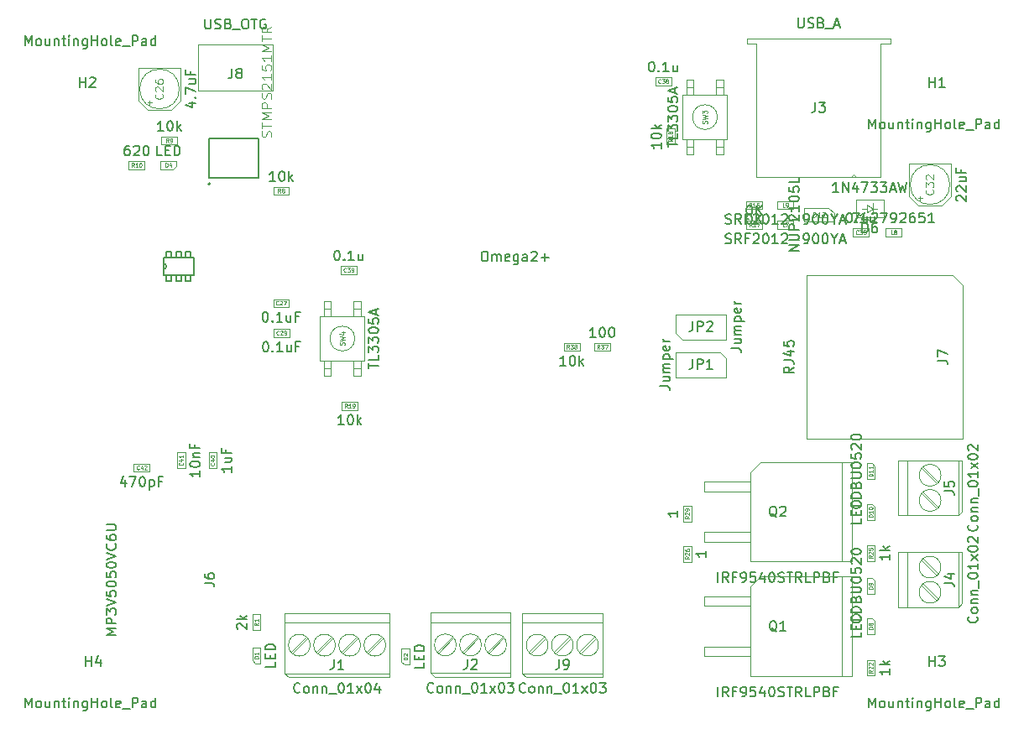
<source format=gbr>
G04 #@! TF.GenerationSoftware,KiCad,Pcbnew,(5.1.5)-3*
G04 #@! TF.CreationDate,2020-05-25T11:19:48-05:00*
G04 #@! TF.ProjectId,Delta_Robot,44656c74-615f-4526-9f62-6f742e6b6963,rev?*
G04 #@! TF.SameCoordinates,Original*
G04 #@! TF.FileFunction,Other,Fab,Top*
%FSLAX46Y46*%
G04 Gerber Fmt 4.6, Leading zero omitted, Abs format (unit mm)*
G04 Created by KiCad (PCBNEW (5.1.5)-3) date 2020-05-25 11:19:48*
%MOMM*%
%LPD*%
G04 APERTURE LIST*
%ADD10C,0.100000*%
%ADD11C,0.200000*%
%ADD12C,0.127000*%
%ADD13C,0.152400*%
%ADD14C,0.150000*%
%ADD15C,0.060000*%
%ADD16C,0.015000*%
%ADD17C,0.075000*%
%ADD18C,0.120000*%
G04 APERTURE END LIST*
D10*
X102324000Y-70961200D02*
X103624000Y-70961200D01*
X103624000Y-70961200D02*
X103924000Y-70661200D01*
X103924000Y-70661200D02*
X103924000Y-70161200D01*
X103924000Y-70161200D02*
X102324000Y-70161200D01*
X102324000Y-70161200D02*
X102324000Y-70961200D01*
D11*
X107338400Y-72450500D02*
G75*
G03X107338400Y-72450500I-100000J0D01*
G01*
D12*
X107228000Y-71850000D02*
X107228000Y-67850000D01*
X112228000Y-71850000D02*
X112228000Y-67850000D01*
X107228000Y-71850000D02*
X112228000Y-71850000D01*
X107228000Y-67850000D02*
X112228000Y-67850000D01*
D10*
X157142000Y-120134000D02*
X161842000Y-120134000D01*
X157142000Y-119134000D02*
X157142000Y-120134000D01*
X161842000Y-119134000D02*
X157142000Y-119134000D01*
X157142000Y-115054000D02*
X161842000Y-115054000D01*
X157142000Y-114054000D02*
X157142000Y-115054000D01*
X161842000Y-114054000D02*
X157142000Y-114054000D01*
X162842000Y-112094000D02*
X171092000Y-112094000D01*
X161842000Y-113094000D02*
X162842000Y-112094000D01*
X161842000Y-122094000D02*
X161842000Y-113094000D01*
X171092000Y-122094000D02*
X161842000Y-122094000D01*
X171092000Y-112094000D02*
X171092000Y-122094000D01*
X172092000Y-122094000D02*
X171092000Y-122094000D01*
X172092000Y-112094000D02*
X172092000Y-122094000D01*
X171092000Y-112094000D02*
X172092000Y-112094000D01*
D13*
X103444000Y-81648300D02*
X102936000Y-81648300D01*
X102936000Y-81648300D02*
X102936000Y-82270600D01*
X102936000Y-82270600D02*
X103444000Y-82270600D01*
X103444000Y-82270600D02*
X103444000Y-81648300D01*
X104394000Y-81648300D02*
X103886000Y-81648300D01*
X103886000Y-81648300D02*
X103886000Y-82270600D01*
X103886000Y-82270600D02*
X104394000Y-82270600D01*
X104394000Y-82270600D02*
X104394000Y-81648300D01*
X105344000Y-81648300D02*
X104836000Y-81648300D01*
X104836000Y-81648300D02*
X104836000Y-82270600D01*
X104836000Y-82270600D02*
X105344000Y-82270600D01*
X105344000Y-82270600D02*
X105344000Y-81648300D01*
X104836000Y-79895700D02*
X105344000Y-79895700D01*
X105344000Y-79895700D02*
X105344000Y-79273400D01*
X105344000Y-79273400D02*
X104836000Y-79273400D01*
X104836000Y-79273400D02*
X104836000Y-79895700D01*
X103886000Y-79895700D02*
X104394000Y-79895700D01*
X104394000Y-79895700D02*
X104394000Y-79273400D01*
X104394000Y-79273400D02*
X103886000Y-79273400D01*
X103886000Y-79273400D02*
X103886000Y-79895700D01*
X102936000Y-79895700D02*
X103444000Y-79895700D01*
X103444000Y-79895700D02*
X103444000Y-79273400D01*
X103444000Y-79273400D02*
X102936000Y-79273400D01*
X102936000Y-79273400D02*
X102936000Y-79895700D01*
X105664000Y-81648300D02*
X105664000Y-79895700D01*
X105664000Y-79895700D02*
X102616000Y-79895700D01*
X102616000Y-79895700D02*
X102616000Y-81648300D01*
X102616000Y-81648300D02*
X105664000Y-81648300D01*
X102616000Y-81076800D02*
G75*
G03X102616000Y-80467200I0J304800D01*
G01*
D10*
X182260000Y-81665000D02*
X167510000Y-81665000D01*
X167510000Y-81665000D02*
X167510000Y-98175000D01*
X183260000Y-82665000D02*
X183260000Y-98175000D01*
X183260000Y-98175000D02*
X167510000Y-98175000D01*
X182260000Y-81665000D02*
X183260000Y-82665000D01*
X175263000Y-75830000D02*
X172463000Y-75830000D01*
X172463000Y-75830000D02*
X172463000Y-74030000D01*
X172463000Y-74030000D02*
X175263000Y-74030000D01*
X175263000Y-74030000D02*
X175263000Y-75830000D01*
X174613000Y-74930000D02*
X174213000Y-74930000D01*
X174213000Y-74930000D02*
X174213000Y-75480000D01*
X174213000Y-74930000D02*
X174213000Y-74380000D01*
X174213000Y-74930000D02*
X173613000Y-75330000D01*
X173613000Y-75330000D02*
X173613000Y-74530000D01*
X173613000Y-74530000D02*
X174213000Y-74930000D01*
X173613000Y-74930000D02*
X173113000Y-74930000D01*
X171092000Y-100537000D02*
X172092000Y-100537000D01*
X172092000Y-100537000D02*
X172092000Y-110537000D01*
X172092000Y-110537000D02*
X171092000Y-110537000D01*
X171092000Y-100537000D02*
X171092000Y-110537000D01*
X171092000Y-110537000D02*
X161842000Y-110537000D01*
X161842000Y-110537000D02*
X161842000Y-101537000D01*
X161842000Y-101537000D02*
X162842000Y-100537000D01*
X162842000Y-100537000D02*
X171092000Y-100537000D01*
X161842000Y-102497000D02*
X157142000Y-102497000D01*
X157142000Y-102497000D02*
X157142000Y-103497000D01*
X157142000Y-103497000D02*
X161842000Y-103497000D01*
X161842000Y-107577000D02*
X157142000Y-107577000D01*
X157142000Y-107577000D02*
X157142000Y-108577000D01*
X157142000Y-108577000D02*
X161842000Y-108577000D01*
X169733000Y-74865000D02*
X167283000Y-74865000D01*
X170303000Y-75415000D02*
X170303000Y-76265000D01*
X169733000Y-74865000D02*
X170303000Y-75415000D01*
X170303000Y-76265000D02*
X167263000Y-76265000D01*
X167263000Y-74865000D02*
X167263000Y-76265000D01*
X159500000Y-63453000D02*
X159500000Y-67953000D01*
X159500000Y-67953000D02*
X155000000Y-67953000D01*
X155000000Y-67953000D02*
X155000000Y-63453000D01*
X155000000Y-63453000D02*
X159500000Y-63453000D01*
X158500000Y-65703000D02*
G75*
G03X158500000Y-65703000I-1250000J0D01*
G01*
X158400000Y-67953000D02*
X158400000Y-69453000D01*
X158400000Y-69453000D02*
X159100000Y-69453000D01*
X159100000Y-69453000D02*
X159100000Y-67953000D01*
X156100000Y-67953000D02*
X156100000Y-69453000D01*
X156100000Y-69453000D02*
X155400000Y-69453000D01*
X155400000Y-69453000D02*
X155400000Y-67953000D01*
X159100000Y-63453000D02*
X159100000Y-61953000D01*
X159100000Y-61953000D02*
X158400000Y-61953000D01*
X158400000Y-61953000D02*
X158400000Y-63453000D01*
X156100000Y-63453000D02*
X156100000Y-61953000D01*
X156100000Y-61953000D02*
X155400000Y-61953000D01*
X155400000Y-61953000D02*
X155400000Y-63453000D01*
X159100000Y-68703000D02*
X158400000Y-68703000D01*
X156100000Y-68703000D02*
X155400000Y-68703000D01*
X159100000Y-62703000D02*
X158400000Y-62703000D01*
X156100000Y-62703000D02*
X155400000Y-62703000D01*
X121824000Y-91055000D02*
X122524000Y-91055000D01*
X118824000Y-91055000D02*
X119524000Y-91055000D01*
X121824000Y-85055000D02*
X122524000Y-85055000D01*
X118824000Y-85055000D02*
X119524000Y-85055000D01*
X122524000Y-91805000D02*
X122524000Y-90305000D01*
X121824000Y-91805000D02*
X122524000Y-91805000D01*
X121824000Y-90305000D02*
X121824000Y-91805000D01*
X119524000Y-91805000D02*
X119524000Y-90305000D01*
X118824000Y-91805000D02*
X119524000Y-91805000D01*
X118824000Y-90305000D02*
X118824000Y-91805000D01*
X122524000Y-84305000D02*
X122524000Y-85805000D01*
X121824000Y-84305000D02*
X122524000Y-84305000D01*
X121824000Y-85805000D02*
X121824000Y-84305000D01*
X118824000Y-84305000D02*
X118824000Y-85805000D01*
X119524000Y-84305000D02*
X118824000Y-84305000D01*
X119524000Y-85805000D02*
X119524000Y-84305000D01*
X121924000Y-88055000D02*
G75*
G03X121924000Y-88055000I-1250000J0D01*
G01*
X122924000Y-90305000D02*
X118424000Y-90305000D01*
X122924000Y-85805000D02*
X122924000Y-90305000D01*
X118424000Y-85805000D02*
X122924000Y-85805000D01*
X118424000Y-90305000D02*
X118424000Y-85805000D01*
X115328600Y-87903000D02*
X113728600Y-87903000D01*
X115328600Y-87103000D02*
X115328600Y-87903000D01*
X113728600Y-87103000D02*
X115328600Y-87103000D01*
X113728600Y-87903000D02*
X113728600Y-87103000D01*
X172174000Y-76943000D02*
X173774000Y-76943000D01*
X172174000Y-77743000D02*
X172174000Y-76943000D01*
X173774000Y-77743000D02*
X172174000Y-77743000D01*
X173774000Y-76943000D02*
X173774000Y-77743000D01*
X153835000Y-61703000D02*
X153835000Y-62503000D01*
X153835000Y-62503000D02*
X152235000Y-62503000D01*
X152235000Y-62503000D02*
X152235000Y-61703000D01*
X152235000Y-61703000D02*
X153835000Y-61703000D01*
X120510500Y-80753000D02*
X122110500Y-80753000D01*
X120510500Y-81553000D02*
X120510500Y-80753000D01*
X122110500Y-81553000D02*
X120510500Y-81553000D01*
X122110500Y-80753000D02*
X122110500Y-81553000D01*
X107994400Y-101155500D02*
X107194400Y-101155500D01*
X107194400Y-101155500D02*
X107194400Y-99555500D01*
X107194400Y-99555500D02*
X107994400Y-99555500D01*
X107994400Y-99555500D02*
X107994400Y-101155500D01*
X104819400Y-101130000D02*
X104019400Y-101130000D01*
X104019400Y-101130000D02*
X104019400Y-99530000D01*
X104019400Y-99530000D02*
X104819400Y-99530000D01*
X104819400Y-99530000D02*
X104819400Y-101130000D01*
X101231500Y-101492000D02*
X99631500Y-101492000D01*
X101231500Y-100692000D02*
X101231500Y-101492000D01*
X99631500Y-100692000D02*
X101231500Y-100692000D01*
X99631500Y-101492000D02*
X99631500Y-100692000D01*
X111614000Y-119240500D02*
X111614000Y-120540500D01*
X111614000Y-120540500D02*
X111914000Y-120840500D01*
X111914000Y-120840500D02*
X112414000Y-120840500D01*
X112414000Y-120840500D02*
X112414000Y-119240500D01*
X112414000Y-119240500D02*
X111614000Y-119240500D01*
X127450800Y-119367500D02*
X126650800Y-119367500D01*
X127450800Y-120967500D02*
X127450800Y-119367500D01*
X126950800Y-120967500D02*
X127450800Y-120967500D01*
X126650800Y-120667500D02*
X126950800Y-120967500D01*
X126650800Y-119367500D02*
X126650800Y-120667500D01*
X174390000Y-117868500D02*
X174390000Y-116568500D01*
X174390000Y-116568500D02*
X174090000Y-116268500D01*
X174090000Y-116268500D02*
X173590000Y-116268500D01*
X173590000Y-116268500D02*
X173590000Y-117868500D01*
X173590000Y-117868500D02*
X174390000Y-117868500D01*
X174390000Y-113804500D02*
X174390000Y-112504500D01*
X174390000Y-112504500D02*
X174090000Y-112204500D01*
X174090000Y-112204500D02*
X173590000Y-112204500D01*
X173590000Y-112204500D02*
X173590000Y-113804500D01*
X173590000Y-113804500D02*
X174390000Y-113804500D01*
X173590000Y-106362500D02*
X174390000Y-106362500D01*
X173590000Y-104762500D02*
X173590000Y-106362500D01*
X174090000Y-104762500D02*
X173590000Y-104762500D01*
X174390000Y-105062500D02*
X174090000Y-104762500D01*
X174390000Y-106362500D02*
X174390000Y-105062500D01*
X173590000Y-102247500D02*
X174390000Y-102247500D01*
X173590000Y-100647500D02*
X173590000Y-102247500D01*
X174090000Y-100647500D02*
X173590000Y-100647500D01*
X174390000Y-100947500D02*
X174090000Y-100647500D01*
X174390000Y-102247500D02*
X174390000Y-100947500D01*
X111614000Y-117487500D02*
X111614000Y-115887500D01*
X112414000Y-117487500D02*
X111614000Y-117487500D01*
X112414000Y-115887500D02*
X112414000Y-117487500D01*
X111614000Y-115887500D02*
X112414000Y-115887500D01*
X163004400Y-74999800D02*
X161404400Y-74999800D01*
X163004400Y-74199800D02*
X163004400Y-74999800D01*
X161404400Y-74199800D02*
X163004400Y-74199800D01*
X161404400Y-74999800D02*
X161404400Y-74199800D01*
X163029800Y-76181000D02*
X163029800Y-76981000D01*
X163029800Y-76981000D02*
X161429800Y-76981000D01*
X161429800Y-76981000D02*
X161429800Y-76181000D01*
X161429800Y-76181000D02*
X163029800Y-76181000D01*
X153397000Y-68465600D02*
X153397000Y-66865600D01*
X154197000Y-68465600D02*
X153397000Y-68465600D01*
X154197000Y-66865600D02*
X154197000Y-68465600D01*
X153397000Y-66865600D02*
X154197000Y-66865600D01*
X120612000Y-95269000D02*
X120612000Y-94469000D01*
X120612000Y-94469000D02*
X122212000Y-94469000D01*
X122212000Y-94469000D02*
X122212000Y-95269000D01*
X122212000Y-95269000D02*
X120612000Y-95269000D01*
X174390000Y-122085000D02*
X173590000Y-122085000D01*
X173590000Y-122085000D02*
X173590000Y-120485000D01*
X173590000Y-120485000D02*
X174390000Y-120485000D01*
X174390000Y-120485000D02*
X174390000Y-122085000D01*
X174390000Y-110502500D02*
X173590000Y-110502500D01*
X173590000Y-110502500D02*
X173590000Y-108902500D01*
X173590000Y-108902500D02*
X174390000Y-108902500D01*
X174390000Y-108902500D02*
X174390000Y-110502500D01*
X155073400Y-104914800D02*
X155873400Y-104914800D01*
X155873400Y-104914800D02*
X155873400Y-106514800D01*
X155873400Y-106514800D02*
X155073400Y-106514800D01*
X155073400Y-106514800D02*
X155073400Y-104914800D01*
X155873400Y-110578800D02*
X155073400Y-110578800D01*
X155073400Y-110578800D02*
X155073400Y-108978800D01*
X155073400Y-108978800D02*
X155873400Y-108978800D01*
X155873400Y-108978800D02*
X155873400Y-110578800D01*
X161462000Y-58249000D02*
X161462000Y-57749000D01*
X162462000Y-58249000D02*
X161462000Y-58249000D01*
X175962000Y-58249000D02*
X174962000Y-58249000D01*
X175962000Y-57749000D02*
X175962000Y-58249000D01*
X175962000Y-57749000D02*
X161462000Y-57749000D01*
X174962000Y-58249000D02*
X174962000Y-71749000D01*
X174962000Y-71749000D02*
X162462000Y-71749000D01*
X162462000Y-58249000D02*
X162462000Y-71749000D01*
X172462000Y-71749000D02*
X172212000Y-71499000D01*
X172212000Y-71499000D02*
X171962000Y-71749000D01*
X178759000Y-73891773D02*
X179159000Y-73891773D01*
X178959000Y-74091773D02*
X178959000Y-73691773D01*
X181109000Y-74667000D02*
X182109000Y-73667000D01*
X178809000Y-74667000D02*
X177809000Y-73667000D01*
X178809000Y-74667000D02*
X181109000Y-74667000D01*
X182109000Y-73667000D02*
X182109000Y-70367000D01*
X177809000Y-73667000D02*
X177809000Y-70367000D01*
X177809000Y-70367000D02*
X182109000Y-70367000D01*
X181959000Y-72517000D02*
G75*
G03X181959000Y-72517000I-2000000J0D01*
G01*
X166154000Y-76981000D02*
X164554000Y-76981000D01*
X166154000Y-76181000D02*
X166154000Y-76981000D01*
X164554000Y-76181000D02*
X166154000Y-76181000D01*
X164554000Y-76981000D02*
X164554000Y-76181000D01*
X177076000Y-76943000D02*
X177076000Y-77743000D01*
X177076000Y-77743000D02*
X175476000Y-77743000D01*
X175476000Y-77743000D02*
X175476000Y-76943000D01*
X175476000Y-76943000D02*
X177076000Y-76943000D01*
X164554000Y-74999800D02*
X164554000Y-74199800D01*
X164554000Y-74199800D02*
X166154000Y-74199800D01*
X166154000Y-74199800D02*
X166154000Y-74999800D01*
X166154000Y-74999800D02*
X164554000Y-74999800D01*
X104235000Y-62865000D02*
G75*
G03X104235000Y-62865000I-2000000J0D01*
G01*
X100085000Y-60715000D02*
X104385000Y-60715000D01*
X100085000Y-64015000D02*
X100085000Y-60715000D01*
X104385000Y-64015000D02*
X104385000Y-60715000D01*
X101085000Y-65015000D02*
X103385000Y-65015000D01*
X101085000Y-65015000D02*
X100085000Y-64015000D01*
X103385000Y-65015000D02*
X104385000Y-64015000D01*
X101235000Y-64439773D02*
X101235000Y-64039773D01*
X101035000Y-64239773D02*
X101435000Y-64239773D01*
X113703300Y-72752000D02*
X115303300Y-72752000D01*
X113703300Y-73552000D02*
X113703300Y-72752000D01*
X115303300Y-73552000D02*
X113703300Y-73552000D01*
X115303300Y-72752000D02*
X115303300Y-73552000D01*
X104025500Y-67672000D02*
X104025500Y-68472000D01*
X104025500Y-68472000D02*
X102425500Y-68472000D01*
X102425500Y-68472000D02*
X102425500Y-67672000D01*
X102425500Y-67672000D02*
X104025500Y-67672000D01*
X99123500Y-70161200D02*
X100723500Y-70161200D01*
X99123500Y-70961200D02*
X99123500Y-70161200D01*
X100723500Y-70961200D02*
X99123500Y-70961200D01*
X100723500Y-70161200D02*
X100723500Y-70961200D01*
X117432000Y-118999000D02*
G75*
G03X117432000Y-118999000I-1100000J0D01*
G01*
X119972000Y-118999000D02*
G75*
G03X119972000Y-118999000I-1100000J0D01*
G01*
X122512000Y-118999000D02*
G75*
G03X122512000Y-118999000I-1100000J0D01*
G01*
X125052000Y-118999000D02*
G75*
G03X125052000Y-118999000I-1100000J0D01*
G01*
X114832000Y-115749000D02*
X125452000Y-115749000D01*
X125452000Y-115749000D02*
X125452000Y-122249000D01*
X125452000Y-122249000D02*
X115232000Y-122249000D01*
X115232000Y-122249000D02*
X114832000Y-121849000D01*
X114832000Y-121849000D02*
X114832000Y-115749000D01*
X114832000Y-121849000D02*
X125452000Y-121849000D01*
X114832000Y-116749000D02*
X125452000Y-116749000D01*
X117167000Y-118299000D02*
X115631000Y-119834000D01*
X117033000Y-118164000D02*
X115497000Y-119699000D01*
X119707000Y-118299000D02*
X118172000Y-119834000D01*
X119573000Y-118164000D02*
X118038000Y-119699000D01*
X122247000Y-118299000D02*
X120712000Y-119834000D01*
X122113000Y-118164000D02*
X120578000Y-119699000D01*
X124787000Y-118299000D02*
X123252000Y-119834000D01*
X124653000Y-118164000D02*
X123118000Y-119699000D01*
X179124000Y-110424000D02*
X180659000Y-111959000D01*
X179259000Y-110290000D02*
X180794000Y-111825000D01*
X179124000Y-112964000D02*
X180659000Y-114500000D01*
X179259000Y-112830000D02*
X180794000Y-114366000D01*
X177709000Y-115165000D02*
X177709000Y-109625000D01*
X182809000Y-115165000D02*
X182809000Y-109625000D01*
X182809000Y-115165000D02*
X176709000Y-115165000D01*
X183209000Y-114765000D02*
X182809000Y-115165000D01*
X183209000Y-109625000D02*
X183209000Y-114765000D01*
X176709000Y-109625000D02*
X183209000Y-109625000D01*
X176709000Y-115165000D02*
X176709000Y-109625000D01*
X181059000Y-111125000D02*
G75*
G03X181059000Y-111125000I-1100000J0D01*
G01*
X181059000Y-113665000D02*
G75*
G03X181059000Y-113665000I-1100000J0D01*
G01*
X181059000Y-104394000D02*
G75*
G03X181059000Y-104394000I-1100000J0D01*
G01*
X181059000Y-101854000D02*
G75*
G03X181059000Y-101854000I-1100000J0D01*
G01*
X176709000Y-105894000D02*
X176709000Y-100354000D01*
X176709000Y-100354000D02*
X183209000Y-100354000D01*
X183209000Y-100354000D02*
X183209000Y-105494000D01*
X183209000Y-105494000D02*
X182809000Y-105894000D01*
X182809000Y-105894000D02*
X176709000Y-105894000D01*
X182809000Y-105894000D02*
X182809000Y-100354000D01*
X177709000Y-105894000D02*
X177709000Y-100354000D01*
X179259000Y-103559000D02*
X180794000Y-105095000D01*
X179124000Y-103693000D02*
X180659000Y-105229000D01*
X179259000Y-101019000D02*
X180794000Y-102554000D01*
X179124000Y-101153000D02*
X180659000Y-102688000D01*
X132164000Y-118973600D02*
G75*
G03X132164000Y-118973600I-1100000J0D01*
G01*
X134704000Y-118973600D02*
G75*
G03X134704000Y-118973600I-1100000J0D01*
G01*
X137244000Y-118973600D02*
G75*
G03X137244000Y-118973600I-1100000J0D01*
G01*
X129564000Y-115723600D02*
X137644000Y-115723600D01*
X137644000Y-115723600D02*
X137644000Y-122223600D01*
X137644000Y-122223600D02*
X129964000Y-122223600D01*
X129964000Y-122223600D02*
X129564000Y-121823600D01*
X129564000Y-121823600D02*
X129564000Y-115723600D01*
X129564000Y-121823600D02*
X137644000Y-121823600D01*
X129564000Y-116723600D02*
X137644000Y-116723600D01*
X131899000Y-118273600D02*
X130363000Y-119808600D01*
X131765000Y-118138600D02*
X130229000Y-119673600D01*
X134439000Y-118273600D02*
X132904000Y-119808600D01*
X134305000Y-118138600D02*
X132770000Y-119673600D01*
X136979000Y-118273600D02*
X135444000Y-119808600D01*
X136845000Y-118138600D02*
X135310000Y-119673600D01*
X141435000Y-118999000D02*
G75*
G03X141435000Y-118999000I-1100000J0D01*
G01*
X143975000Y-118999000D02*
G75*
G03X143975000Y-118999000I-1100000J0D01*
G01*
X146515000Y-118999000D02*
G75*
G03X146515000Y-118999000I-1100000J0D01*
G01*
X138835000Y-115749000D02*
X146915000Y-115749000D01*
X146915000Y-115749000D02*
X146915000Y-122249000D01*
X146915000Y-122249000D02*
X139235000Y-122249000D01*
X139235000Y-122249000D02*
X138835000Y-121849000D01*
X138835000Y-121849000D02*
X138835000Y-115749000D01*
X138835000Y-121849000D02*
X146915000Y-121849000D01*
X138835000Y-116749000D02*
X146915000Y-116749000D01*
X141170000Y-118299000D02*
X139634000Y-119834000D01*
X141036000Y-118164000D02*
X139500000Y-119699000D01*
X143710000Y-118299000D02*
X142175000Y-119834000D01*
X143576000Y-118164000D02*
X142041000Y-119699000D01*
X146250000Y-118299000D02*
X144715000Y-119834000D01*
X146116000Y-118164000D02*
X144581000Y-119699000D01*
X158750000Y-89408000D02*
X159385000Y-90043000D01*
X154305000Y-89408000D02*
X158750000Y-89408000D01*
X154305000Y-91948000D02*
X154305000Y-89408000D01*
X159385000Y-91948000D02*
X154305000Y-91948000D01*
X159385000Y-90043000D02*
X159385000Y-91948000D01*
X154305000Y-87503000D02*
X154305000Y-85598000D01*
X154305000Y-85598000D02*
X159385000Y-85598000D01*
X159385000Y-85598000D02*
X159385000Y-88138000D01*
X159385000Y-88138000D02*
X154940000Y-88138000D01*
X154940000Y-88138000D02*
X154305000Y-87503000D01*
X113630400Y-58392400D02*
X106130400Y-58392400D01*
X113630400Y-62992400D02*
X113630400Y-58392400D01*
X106130400Y-62992400D02*
X106130400Y-58392400D01*
X113630400Y-62992400D02*
X106130400Y-62992400D01*
X113703200Y-84880400D02*
X113703200Y-84080400D01*
X113703200Y-84080400D02*
X115303200Y-84080400D01*
X115303200Y-84080400D02*
X115303200Y-84880400D01*
X115303200Y-84880400D02*
X113703200Y-84880400D01*
X147688100Y-88500000D02*
X147688100Y-89300000D01*
X147688100Y-89300000D02*
X146088100Y-89300000D01*
X146088100Y-89300000D02*
X146088100Y-88500000D01*
X146088100Y-88500000D02*
X147688100Y-88500000D01*
X144614700Y-89300000D02*
X143014700Y-89300000D01*
X144614700Y-88500000D02*
X144614700Y-89300000D01*
X143014700Y-88500000D02*
X144614700Y-88500000D01*
X143014700Y-89300000D02*
X143014700Y-88500000D01*
D14*
X102481142Y-69583580D02*
X102004952Y-69583580D01*
X102004952Y-68583580D01*
X102814476Y-69059771D02*
X103147809Y-69059771D01*
X103290666Y-69583580D02*
X102814476Y-69583580D01*
X102814476Y-68583580D01*
X103290666Y-68583580D01*
X103719238Y-69583580D02*
X103719238Y-68583580D01*
X103957333Y-68583580D01*
X104100190Y-68631200D01*
X104195428Y-68726438D01*
X104243047Y-68821676D01*
X104290666Y-69012152D01*
X104290666Y-69155009D01*
X104243047Y-69345485D01*
X104195428Y-69440723D01*
X104100190Y-69535961D01*
X103957333Y-69583580D01*
X103719238Y-69583580D01*
D15*
X102828761Y-70742152D02*
X102828761Y-70342152D01*
X102924000Y-70342152D01*
X102981142Y-70361200D01*
X103019238Y-70399295D01*
X103038285Y-70437390D01*
X103057333Y-70513580D01*
X103057333Y-70570723D01*
X103038285Y-70646914D01*
X103019238Y-70685009D01*
X102981142Y-70723104D01*
X102924000Y-70742152D01*
X102828761Y-70742152D01*
X103400190Y-70475485D02*
X103400190Y-70742152D01*
X103304952Y-70323104D02*
X103209714Y-70608819D01*
X103457333Y-70608819D01*
D16*
X113474761Y-67701428D02*
X113522380Y-67558571D01*
X113522380Y-67320476D01*
X113474761Y-67225238D01*
X113427142Y-67177619D01*
X113331904Y-67130000D01*
X113236666Y-67130000D01*
X113141428Y-67177619D01*
X113093809Y-67225238D01*
X113046190Y-67320476D01*
X112998571Y-67510952D01*
X112950952Y-67606190D01*
X112903333Y-67653809D01*
X112808095Y-67701428D01*
X112712857Y-67701428D01*
X112617619Y-67653809D01*
X112570000Y-67606190D01*
X112522380Y-67510952D01*
X112522380Y-67272857D01*
X112570000Y-67130000D01*
X112522380Y-66844285D02*
X112522380Y-66272857D01*
X113522380Y-66558571D02*
X112522380Y-66558571D01*
X113522380Y-65939523D02*
X112522380Y-65939523D01*
X113236666Y-65606190D01*
X112522380Y-65272857D01*
X113522380Y-65272857D01*
X113522380Y-64796666D02*
X112522380Y-64796666D01*
X112522380Y-64415714D01*
X112570000Y-64320476D01*
X112617619Y-64272857D01*
X112712857Y-64225238D01*
X112855714Y-64225238D01*
X112950952Y-64272857D01*
X112998571Y-64320476D01*
X113046190Y-64415714D01*
X113046190Y-64796666D01*
X113474761Y-63844285D02*
X113522380Y-63701428D01*
X113522380Y-63463333D01*
X113474761Y-63368095D01*
X113427142Y-63320476D01*
X113331904Y-63272857D01*
X113236666Y-63272857D01*
X113141428Y-63320476D01*
X113093809Y-63368095D01*
X113046190Y-63463333D01*
X112998571Y-63653809D01*
X112950952Y-63749047D01*
X112903333Y-63796666D01*
X112808095Y-63844285D01*
X112712857Y-63844285D01*
X112617619Y-63796666D01*
X112570000Y-63749047D01*
X112522380Y-63653809D01*
X112522380Y-63415714D01*
X112570000Y-63272857D01*
X112617619Y-62891904D02*
X112570000Y-62844285D01*
X112522380Y-62749047D01*
X112522380Y-62510952D01*
X112570000Y-62415714D01*
X112617619Y-62368095D01*
X112712857Y-62320476D01*
X112808095Y-62320476D01*
X112950952Y-62368095D01*
X113522380Y-62939523D01*
X113522380Y-62320476D01*
X113522380Y-61368095D02*
X113522380Y-61939523D01*
X113522380Y-61653809D02*
X112522380Y-61653809D01*
X112665238Y-61749047D01*
X112760476Y-61844285D01*
X112808095Y-61939523D01*
X112522380Y-60463333D02*
X112522380Y-60939523D01*
X112998571Y-60987142D01*
X112950952Y-60939523D01*
X112903333Y-60844285D01*
X112903333Y-60606190D01*
X112950952Y-60510952D01*
X112998571Y-60463333D01*
X113093809Y-60415714D01*
X113331904Y-60415714D01*
X113427142Y-60463333D01*
X113474761Y-60510952D01*
X113522380Y-60606190D01*
X113522380Y-60844285D01*
X113474761Y-60939523D01*
X113427142Y-60987142D01*
X113522380Y-59463333D02*
X113522380Y-60034761D01*
X113522380Y-59749047D02*
X112522380Y-59749047D01*
X112665238Y-59844285D01*
X112760476Y-59939523D01*
X112808095Y-60034761D01*
X113522380Y-59034761D02*
X112522380Y-59034761D01*
X113236666Y-58701428D01*
X112522380Y-58368095D01*
X113522380Y-58368095D01*
X112522380Y-58034761D02*
X112522380Y-57463333D01*
X113522380Y-57749047D02*
X112522380Y-57749047D01*
X113522380Y-56558571D02*
X113046190Y-56891904D01*
X113522380Y-57130000D02*
X112522380Y-57130000D01*
X112522380Y-56749047D01*
X112570000Y-56653809D01*
X112617619Y-56606190D01*
X112712857Y-56558571D01*
X112855714Y-56558571D01*
X112950952Y-56606190D01*
X112998571Y-56653809D01*
X113046190Y-56749047D01*
X113046190Y-57130000D01*
D14*
X134939523Y-79249380D02*
X135130000Y-79249380D01*
X135225238Y-79297000D01*
X135320476Y-79392238D01*
X135368095Y-79582714D01*
X135368095Y-79916047D01*
X135320476Y-80106523D01*
X135225238Y-80201761D01*
X135130000Y-80249380D01*
X134939523Y-80249380D01*
X134844285Y-80201761D01*
X134749047Y-80106523D01*
X134701428Y-79916047D01*
X134701428Y-79582714D01*
X134749047Y-79392238D01*
X134844285Y-79297000D01*
X134939523Y-79249380D01*
X135796666Y-80249380D02*
X135796666Y-79582714D01*
X135796666Y-79677952D02*
X135844285Y-79630333D01*
X135939523Y-79582714D01*
X136082380Y-79582714D01*
X136177619Y-79630333D01*
X136225238Y-79725571D01*
X136225238Y-80249380D01*
X136225238Y-79725571D02*
X136272857Y-79630333D01*
X136368095Y-79582714D01*
X136510952Y-79582714D01*
X136606190Y-79630333D01*
X136653809Y-79725571D01*
X136653809Y-80249380D01*
X137510952Y-80201761D02*
X137415714Y-80249380D01*
X137225238Y-80249380D01*
X137130000Y-80201761D01*
X137082380Y-80106523D01*
X137082380Y-79725571D01*
X137130000Y-79630333D01*
X137225238Y-79582714D01*
X137415714Y-79582714D01*
X137510952Y-79630333D01*
X137558571Y-79725571D01*
X137558571Y-79820809D01*
X137082380Y-79916047D01*
X138415714Y-79582714D02*
X138415714Y-80392238D01*
X138368095Y-80487476D01*
X138320476Y-80535095D01*
X138225238Y-80582714D01*
X138082380Y-80582714D01*
X137987142Y-80535095D01*
X138415714Y-80201761D02*
X138320476Y-80249380D01*
X138130000Y-80249380D01*
X138034761Y-80201761D01*
X137987142Y-80154142D01*
X137939523Y-80058904D01*
X137939523Y-79773190D01*
X137987142Y-79677952D01*
X138034761Y-79630333D01*
X138130000Y-79582714D01*
X138320476Y-79582714D01*
X138415714Y-79630333D01*
X139320476Y-80249380D02*
X139320476Y-79725571D01*
X139272857Y-79630333D01*
X139177619Y-79582714D01*
X138987142Y-79582714D01*
X138891904Y-79630333D01*
X139320476Y-80201761D02*
X139225238Y-80249380D01*
X138987142Y-80249380D01*
X138891904Y-80201761D01*
X138844285Y-80106523D01*
X138844285Y-80011285D01*
X138891904Y-79916047D01*
X138987142Y-79868428D01*
X139225238Y-79868428D01*
X139320476Y-79820809D01*
X139749047Y-79344619D02*
X139796666Y-79297000D01*
X139891904Y-79249380D01*
X140130000Y-79249380D01*
X140225238Y-79297000D01*
X140272857Y-79344619D01*
X140320476Y-79439857D01*
X140320476Y-79535095D01*
X140272857Y-79677952D01*
X139701428Y-80249380D01*
X140320476Y-80249380D01*
X140749047Y-79868428D02*
X141510952Y-79868428D01*
X141130000Y-80249380D02*
X141130000Y-79487476D01*
X158568190Y-124196380D02*
X158568190Y-123196380D01*
X159615809Y-124196380D02*
X159282476Y-123720190D01*
X159044380Y-124196380D02*
X159044380Y-123196380D01*
X159425333Y-123196380D01*
X159520571Y-123244000D01*
X159568190Y-123291619D01*
X159615809Y-123386857D01*
X159615809Y-123529714D01*
X159568190Y-123624952D01*
X159520571Y-123672571D01*
X159425333Y-123720190D01*
X159044380Y-123720190D01*
X160377714Y-123672571D02*
X160044380Y-123672571D01*
X160044380Y-124196380D02*
X160044380Y-123196380D01*
X160520571Y-123196380D01*
X160949142Y-124196380D02*
X161139619Y-124196380D01*
X161234857Y-124148761D01*
X161282476Y-124101142D01*
X161377714Y-123958285D01*
X161425333Y-123767809D01*
X161425333Y-123386857D01*
X161377714Y-123291619D01*
X161330095Y-123244000D01*
X161234857Y-123196380D01*
X161044380Y-123196380D01*
X160949142Y-123244000D01*
X160901523Y-123291619D01*
X160853904Y-123386857D01*
X160853904Y-123624952D01*
X160901523Y-123720190D01*
X160949142Y-123767809D01*
X161044380Y-123815428D01*
X161234857Y-123815428D01*
X161330095Y-123767809D01*
X161377714Y-123720190D01*
X161425333Y-123624952D01*
X162330095Y-123196380D02*
X161853904Y-123196380D01*
X161806285Y-123672571D01*
X161853904Y-123624952D01*
X161949142Y-123577333D01*
X162187238Y-123577333D01*
X162282476Y-123624952D01*
X162330095Y-123672571D01*
X162377714Y-123767809D01*
X162377714Y-124005904D01*
X162330095Y-124101142D01*
X162282476Y-124148761D01*
X162187238Y-124196380D01*
X161949142Y-124196380D01*
X161853904Y-124148761D01*
X161806285Y-124101142D01*
X163234857Y-123529714D02*
X163234857Y-124196380D01*
X162996761Y-123148761D02*
X162758666Y-123863047D01*
X163377714Y-123863047D01*
X163949142Y-123196380D02*
X164044380Y-123196380D01*
X164139619Y-123244000D01*
X164187238Y-123291619D01*
X164234857Y-123386857D01*
X164282476Y-123577333D01*
X164282476Y-123815428D01*
X164234857Y-124005904D01*
X164187238Y-124101142D01*
X164139619Y-124148761D01*
X164044380Y-124196380D01*
X163949142Y-124196380D01*
X163853904Y-124148761D01*
X163806285Y-124101142D01*
X163758666Y-124005904D01*
X163711047Y-123815428D01*
X163711047Y-123577333D01*
X163758666Y-123386857D01*
X163806285Y-123291619D01*
X163853904Y-123244000D01*
X163949142Y-123196380D01*
X164663428Y-124148761D02*
X164806285Y-124196380D01*
X165044380Y-124196380D01*
X165139619Y-124148761D01*
X165187238Y-124101142D01*
X165234857Y-124005904D01*
X165234857Y-123910666D01*
X165187238Y-123815428D01*
X165139619Y-123767809D01*
X165044380Y-123720190D01*
X164853904Y-123672571D01*
X164758666Y-123624952D01*
X164711047Y-123577333D01*
X164663428Y-123482095D01*
X164663428Y-123386857D01*
X164711047Y-123291619D01*
X164758666Y-123244000D01*
X164853904Y-123196380D01*
X165092000Y-123196380D01*
X165234857Y-123244000D01*
X165520571Y-123196380D02*
X166092000Y-123196380D01*
X165806285Y-124196380D02*
X165806285Y-123196380D01*
X166996761Y-124196380D02*
X166663428Y-123720190D01*
X166425333Y-124196380D02*
X166425333Y-123196380D01*
X166806285Y-123196380D01*
X166901523Y-123244000D01*
X166949142Y-123291619D01*
X166996761Y-123386857D01*
X166996761Y-123529714D01*
X166949142Y-123624952D01*
X166901523Y-123672571D01*
X166806285Y-123720190D01*
X166425333Y-123720190D01*
X167901523Y-124196380D02*
X167425333Y-124196380D01*
X167425333Y-123196380D01*
X168234857Y-124196380D02*
X168234857Y-123196380D01*
X168615809Y-123196380D01*
X168711047Y-123244000D01*
X168758666Y-123291619D01*
X168806285Y-123386857D01*
X168806285Y-123529714D01*
X168758666Y-123624952D01*
X168711047Y-123672571D01*
X168615809Y-123720190D01*
X168234857Y-123720190D01*
X169568190Y-123672571D02*
X169711047Y-123720190D01*
X169758666Y-123767809D01*
X169806285Y-123863047D01*
X169806285Y-124005904D01*
X169758666Y-124101142D01*
X169711047Y-124148761D01*
X169615809Y-124196380D01*
X169234857Y-124196380D01*
X169234857Y-123196380D01*
X169568190Y-123196380D01*
X169663428Y-123244000D01*
X169711047Y-123291619D01*
X169758666Y-123386857D01*
X169758666Y-123482095D01*
X169711047Y-123577333D01*
X169663428Y-123624952D01*
X169568190Y-123672571D01*
X169234857Y-123672571D01*
X170568190Y-123672571D02*
X170234857Y-123672571D01*
X170234857Y-124196380D02*
X170234857Y-123196380D01*
X170711047Y-123196380D01*
X164496761Y-117641619D02*
X164401523Y-117594000D01*
X164306285Y-117498761D01*
X164163428Y-117355904D01*
X164068190Y-117308285D01*
X163972952Y-117308285D01*
X164020571Y-117546380D02*
X163925333Y-117498761D01*
X163830095Y-117403523D01*
X163782476Y-117213047D01*
X163782476Y-116879714D01*
X163830095Y-116689238D01*
X163925333Y-116594000D01*
X164020571Y-116546380D01*
X164211047Y-116546380D01*
X164306285Y-116594000D01*
X164401523Y-116689238D01*
X164449142Y-116879714D01*
X164449142Y-117213047D01*
X164401523Y-117403523D01*
X164306285Y-117498761D01*
X164211047Y-117546380D01*
X164020571Y-117546380D01*
X165401523Y-117546380D02*
X164830095Y-117546380D01*
X165115809Y-117546380D02*
X165115809Y-116546380D01*
X165020571Y-116689238D01*
X164925333Y-116784476D01*
X164830095Y-116832095D01*
X166212380Y-90943809D02*
X165736190Y-91277142D01*
X166212380Y-91515238D02*
X165212380Y-91515238D01*
X165212380Y-91134285D01*
X165260000Y-91039047D01*
X165307619Y-90991428D01*
X165402857Y-90943809D01*
X165545714Y-90943809D01*
X165640952Y-90991428D01*
X165688571Y-91039047D01*
X165736190Y-91134285D01*
X165736190Y-91515238D01*
X165212380Y-90229523D02*
X165926666Y-90229523D01*
X166069523Y-90277142D01*
X166164761Y-90372380D01*
X166212380Y-90515238D01*
X166212380Y-90610476D01*
X165545714Y-89324761D02*
X166212380Y-89324761D01*
X165164761Y-89562857D02*
X165879047Y-89800952D01*
X165879047Y-89181904D01*
X165212380Y-88324761D02*
X165212380Y-88800952D01*
X165688571Y-88848571D01*
X165640952Y-88800952D01*
X165593333Y-88705714D01*
X165593333Y-88467619D01*
X165640952Y-88372380D01*
X165688571Y-88324761D01*
X165783809Y-88277142D01*
X166021904Y-88277142D01*
X166117142Y-88324761D01*
X166164761Y-88372380D01*
X166212380Y-88467619D01*
X166212380Y-88705714D01*
X166164761Y-88800952D01*
X166117142Y-88848571D01*
X180712380Y-90253333D02*
X181426666Y-90253333D01*
X181569523Y-90300952D01*
X181664761Y-90396190D01*
X181712380Y-90539047D01*
X181712380Y-90634285D01*
X180712380Y-89872380D02*
X180712380Y-89205714D01*
X181712380Y-89634285D01*
X170720142Y-73282380D02*
X170148714Y-73282380D01*
X170434428Y-73282380D02*
X170434428Y-72282380D01*
X170339190Y-72425238D01*
X170243952Y-72520476D01*
X170148714Y-72568095D01*
X171148714Y-73282380D02*
X171148714Y-72282380D01*
X171720142Y-73282380D01*
X171720142Y-72282380D01*
X172624904Y-72615714D02*
X172624904Y-73282380D01*
X172386809Y-72234761D02*
X172148714Y-72949047D01*
X172767761Y-72949047D01*
X173053476Y-72282380D02*
X173720142Y-72282380D01*
X173291571Y-73282380D01*
X174005857Y-72282380D02*
X174624904Y-72282380D01*
X174291571Y-72663333D01*
X174434428Y-72663333D01*
X174529666Y-72710952D01*
X174577285Y-72758571D01*
X174624904Y-72853809D01*
X174624904Y-73091904D01*
X174577285Y-73187142D01*
X174529666Y-73234761D01*
X174434428Y-73282380D01*
X174148714Y-73282380D01*
X174053476Y-73234761D01*
X174005857Y-73187142D01*
X174958238Y-72282380D02*
X175577285Y-72282380D01*
X175243952Y-72663333D01*
X175386809Y-72663333D01*
X175482047Y-72710952D01*
X175529666Y-72758571D01*
X175577285Y-72853809D01*
X175577285Y-73091904D01*
X175529666Y-73187142D01*
X175482047Y-73234761D01*
X175386809Y-73282380D01*
X175101095Y-73282380D01*
X175005857Y-73234761D01*
X174958238Y-73187142D01*
X175958238Y-72996666D02*
X176434428Y-72996666D01*
X175863000Y-73282380D02*
X176196333Y-72282380D01*
X176529666Y-73282380D01*
X176767761Y-72282380D02*
X177005857Y-73282380D01*
X177196333Y-72568095D01*
X177386809Y-73282380D01*
X177624904Y-72282380D01*
X173124904Y-77382380D02*
X173124904Y-76382380D01*
X173363000Y-76382380D01*
X173505857Y-76430000D01*
X173601095Y-76525238D01*
X173648714Y-76620476D01*
X173696333Y-76810952D01*
X173696333Y-76953809D01*
X173648714Y-77144285D01*
X173601095Y-77239523D01*
X173505857Y-77334761D01*
X173363000Y-77382380D01*
X173124904Y-77382380D01*
X174553476Y-76382380D02*
X174363000Y-76382380D01*
X174267761Y-76430000D01*
X174220142Y-76477619D01*
X174124904Y-76620476D01*
X174077285Y-76810952D01*
X174077285Y-77191904D01*
X174124904Y-77287142D01*
X174172523Y-77334761D01*
X174267761Y-77382380D01*
X174458238Y-77382380D01*
X174553476Y-77334761D01*
X174601095Y-77287142D01*
X174648714Y-77191904D01*
X174648714Y-76953809D01*
X174601095Y-76858571D01*
X174553476Y-76810952D01*
X174458238Y-76763333D01*
X174267761Y-76763333D01*
X174172523Y-76810952D01*
X174124904Y-76858571D01*
X174077285Y-76953809D01*
X158568190Y-112639380D02*
X158568190Y-111639380D01*
X159615809Y-112639380D02*
X159282476Y-112163190D01*
X159044380Y-112639380D02*
X159044380Y-111639380D01*
X159425333Y-111639380D01*
X159520571Y-111687000D01*
X159568190Y-111734619D01*
X159615809Y-111829857D01*
X159615809Y-111972714D01*
X159568190Y-112067952D01*
X159520571Y-112115571D01*
X159425333Y-112163190D01*
X159044380Y-112163190D01*
X160377714Y-112115571D02*
X160044380Y-112115571D01*
X160044380Y-112639380D02*
X160044380Y-111639380D01*
X160520571Y-111639380D01*
X160949142Y-112639380D02*
X161139619Y-112639380D01*
X161234857Y-112591761D01*
X161282476Y-112544142D01*
X161377714Y-112401285D01*
X161425333Y-112210809D01*
X161425333Y-111829857D01*
X161377714Y-111734619D01*
X161330095Y-111687000D01*
X161234857Y-111639380D01*
X161044380Y-111639380D01*
X160949142Y-111687000D01*
X160901523Y-111734619D01*
X160853904Y-111829857D01*
X160853904Y-112067952D01*
X160901523Y-112163190D01*
X160949142Y-112210809D01*
X161044380Y-112258428D01*
X161234857Y-112258428D01*
X161330095Y-112210809D01*
X161377714Y-112163190D01*
X161425333Y-112067952D01*
X162330095Y-111639380D02*
X161853904Y-111639380D01*
X161806285Y-112115571D01*
X161853904Y-112067952D01*
X161949142Y-112020333D01*
X162187238Y-112020333D01*
X162282476Y-112067952D01*
X162330095Y-112115571D01*
X162377714Y-112210809D01*
X162377714Y-112448904D01*
X162330095Y-112544142D01*
X162282476Y-112591761D01*
X162187238Y-112639380D01*
X161949142Y-112639380D01*
X161853904Y-112591761D01*
X161806285Y-112544142D01*
X163234857Y-111972714D02*
X163234857Y-112639380D01*
X162996761Y-111591761D02*
X162758666Y-112306047D01*
X163377714Y-112306047D01*
X163949142Y-111639380D02*
X164044380Y-111639380D01*
X164139619Y-111687000D01*
X164187238Y-111734619D01*
X164234857Y-111829857D01*
X164282476Y-112020333D01*
X164282476Y-112258428D01*
X164234857Y-112448904D01*
X164187238Y-112544142D01*
X164139619Y-112591761D01*
X164044380Y-112639380D01*
X163949142Y-112639380D01*
X163853904Y-112591761D01*
X163806285Y-112544142D01*
X163758666Y-112448904D01*
X163711047Y-112258428D01*
X163711047Y-112020333D01*
X163758666Y-111829857D01*
X163806285Y-111734619D01*
X163853904Y-111687000D01*
X163949142Y-111639380D01*
X164663428Y-112591761D02*
X164806285Y-112639380D01*
X165044380Y-112639380D01*
X165139619Y-112591761D01*
X165187238Y-112544142D01*
X165234857Y-112448904D01*
X165234857Y-112353666D01*
X165187238Y-112258428D01*
X165139619Y-112210809D01*
X165044380Y-112163190D01*
X164853904Y-112115571D01*
X164758666Y-112067952D01*
X164711047Y-112020333D01*
X164663428Y-111925095D01*
X164663428Y-111829857D01*
X164711047Y-111734619D01*
X164758666Y-111687000D01*
X164853904Y-111639380D01*
X165092000Y-111639380D01*
X165234857Y-111687000D01*
X165520571Y-111639380D02*
X166092000Y-111639380D01*
X165806285Y-112639380D02*
X165806285Y-111639380D01*
X166996761Y-112639380D02*
X166663428Y-112163190D01*
X166425333Y-112639380D02*
X166425333Y-111639380D01*
X166806285Y-111639380D01*
X166901523Y-111687000D01*
X166949142Y-111734619D01*
X166996761Y-111829857D01*
X166996761Y-111972714D01*
X166949142Y-112067952D01*
X166901523Y-112115571D01*
X166806285Y-112163190D01*
X166425333Y-112163190D01*
X167901523Y-112639380D02*
X167425333Y-112639380D01*
X167425333Y-111639380D01*
X168234857Y-112639380D02*
X168234857Y-111639380D01*
X168615809Y-111639380D01*
X168711047Y-111687000D01*
X168758666Y-111734619D01*
X168806285Y-111829857D01*
X168806285Y-111972714D01*
X168758666Y-112067952D01*
X168711047Y-112115571D01*
X168615809Y-112163190D01*
X168234857Y-112163190D01*
X169568190Y-112115571D02*
X169711047Y-112163190D01*
X169758666Y-112210809D01*
X169806285Y-112306047D01*
X169806285Y-112448904D01*
X169758666Y-112544142D01*
X169711047Y-112591761D01*
X169615809Y-112639380D01*
X169234857Y-112639380D01*
X169234857Y-111639380D01*
X169568190Y-111639380D01*
X169663428Y-111687000D01*
X169711047Y-111734619D01*
X169758666Y-111829857D01*
X169758666Y-111925095D01*
X169711047Y-112020333D01*
X169663428Y-112067952D01*
X169568190Y-112115571D01*
X169234857Y-112115571D01*
X170568190Y-112115571D02*
X170234857Y-112115571D01*
X170234857Y-112639380D02*
X170234857Y-111639380D01*
X170711047Y-111639380D01*
X164496761Y-106084619D02*
X164401523Y-106037000D01*
X164306285Y-105941761D01*
X164163428Y-105798904D01*
X164068190Y-105751285D01*
X163972952Y-105751285D01*
X164020571Y-105989380D02*
X163925333Y-105941761D01*
X163830095Y-105846523D01*
X163782476Y-105656047D01*
X163782476Y-105322714D01*
X163830095Y-105132238D01*
X163925333Y-105037000D01*
X164020571Y-104989380D01*
X164211047Y-104989380D01*
X164306285Y-105037000D01*
X164401523Y-105132238D01*
X164449142Y-105322714D01*
X164449142Y-105656047D01*
X164401523Y-105846523D01*
X164306285Y-105941761D01*
X164211047Y-105989380D01*
X164020571Y-105989380D01*
X164830095Y-105084619D02*
X164877714Y-105037000D01*
X164972952Y-104989380D01*
X165211047Y-104989380D01*
X165306285Y-105037000D01*
X165353904Y-105084619D01*
X165401523Y-105179857D01*
X165401523Y-105275095D01*
X165353904Y-105417952D01*
X164782476Y-105989380D01*
X165401523Y-105989380D01*
X97861380Y-117966428D02*
X96861380Y-117966428D01*
X97575666Y-117633095D01*
X96861380Y-117299761D01*
X97861380Y-117299761D01*
X97861380Y-116823571D02*
X96861380Y-116823571D01*
X96861380Y-116442619D01*
X96909000Y-116347380D01*
X96956619Y-116299761D01*
X97051857Y-116252142D01*
X97194714Y-116252142D01*
X97289952Y-116299761D01*
X97337571Y-116347380D01*
X97385190Y-116442619D01*
X97385190Y-116823571D01*
X96861380Y-115918809D02*
X96861380Y-115299761D01*
X97242333Y-115633095D01*
X97242333Y-115490238D01*
X97289952Y-115395000D01*
X97337571Y-115347380D01*
X97432809Y-115299761D01*
X97670904Y-115299761D01*
X97766142Y-115347380D01*
X97813761Y-115395000D01*
X97861380Y-115490238D01*
X97861380Y-115775952D01*
X97813761Y-115871190D01*
X97766142Y-115918809D01*
X96861380Y-115014047D02*
X97861380Y-114680714D01*
X96861380Y-114347380D01*
X96861380Y-113537857D02*
X96861380Y-114014047D01*
X97337571Y-114061666D01*
X97289952Y-114014047D01*
X97242333Y-113918809D01*
X97242333Y-113680714D01*
X97289952Y-113585476D01*
X97337571Y-113537857D01*
X97432809Y-113490238D01*
X97670904Y-113490238D01*
X97766142Y-113537857D01*
X97813761Y-113585476D01*
X97861380Y-113680714D01*
X97861380Y-113918809D01*
X97813761Y-114014047D01*
X97766142Y-114061666D01*
X96861380Y-112871190D02*
X96861380Y-112775952D01*
X96909000Y-112680714D01*
X96956619Y-112633095D01*
X97051857Y-112585476D01*
X97242333Y-112537857D01*
X97480428Y-112537857D01*
X97670904Y-112585476D01*
X97766142Y-112633095D01*
X97813761Y-112680714D01*
X97861380Y-112775952D01*
X97861380Y-112871190D01*
X97813761Y-112966428D01*
X97766142Y-113014047D01*
X97670904Y-113061666D01*
X97480428Y-113109285D01*
X97242333Y-113109285D01*
X97051857Y-113061666D01*
X96956619Y-113014047D01*
X96909000Y-112966428D01*
X96861380Y-112871190D01*
X96861380Y-111633095D02*
X96861380Y-112109285D01*
X97337571Y-112156904D01*
X97289952Y-112109285D01*
X97242333Y-112014047D01*
X97242333Y-111775952D01*
X97289952Y-111680714D01*
X97337571Y-111633095D01*
X97432809Y-111585476D01*
X97670904Y-111585476D01*
X97766142Y-111633095D01*
X97813761Y-111680714D01*
X97861380Y-111775952D01*
X97861380Y-112014047D01*
X97813761Y-112109285D01*
X97766142Y-112156904D01*
X96861380Y-110966428D02*
X96861380Y-110871190D01*
X96909000Y-110775952D01*
X96956619Y-110728333D01*
X97051857Y-110680714D01*
X97242333Y-110633095D01*
X97480428Y-110633095D01*
X97670904Y-110680714D01*
X97766142Y-110728333D01*
X97813761Y-110775952D01*
X97861380Y-110871190D01*
X97861380Y-110966428D01*
X97813761Y-111061666D01*
X97766142Y-111109285D01*
X97670904Y-111156904D01*
X97480428Y-111204523D01*
X97242333Y-111204523D01*
X97051857Y-111156904D01*
X96956619Y-111109285D01*
X96909000Y-111061666D01*
X96861380Y-110966428D01*
X96861380Y-110347380D02*
X97861380Y-110014047D01*
X96861380Y-109680714D01*
X97766142Y-108775952D02*
X97813761Y-108823571D01*
X97861380Y-108966428D01*
X97861380Y-109061666D01*
X97813761Y-109204523D01*
X97718523Y-109299761D01*
X97623285Y-109347380D01*
X97432809Y-109395000D01*
X97289952Y-109395000D01*
X97099476Y-109347380D01*
X97004238Y-109299761D01*
X96909000Y-109204523D01*
X96861380Y-109061666D01*
X96861380Y-108966428D01*
X96909000Y-108823571D01*
X96956619Y-108775952D01*
X96861380Y-107918809D02*
X96861380Y-108109285D01*
X96909000Y-108204523D01*
X96956619Y-108252142D01*
X97099476Y-108347380D01*
X97289952Y-108395000D01*
X97670904Y-108395000D01*
X97766142Y-108347380D01*
X97813761Y-108299761D01*
X97861380Y-108204523D01*
X97861380Y-108014047D01*
X97813761Y-107918809D01*
X97766142Y-107871190D01*
X97670904Y-107823571D01*
X97432809Y-107823571D01*
X97337571Y-107871190D01*
X97289952Y-107918809D01*
X97242333Y-108014047D01*
X97242333Y-108204523D01*
X97289952Y-108299761D01*
X97337571Y-108347380D01*
X97432809Y-108395000D01*
X96861380Y-107395000D02*
X97670904Y-107395000D01*
X97766142Y-107347380D01*
X97813761Y-107299761D01*
X97861380Y-107204523D01*
X97861380Y-107014047D01*
X97813761Y-106918809D01*
X97766142Y-106871190D01*
X97670904Y-106823571D01*
X96861380Y-106823571D01*
X106767380Y-112728333D02*
X107481666Y-112728333D01*
X107624523Y-112775952D01*
X107719761Y-112871190D01*
X107767380Y-113014047D01*
X107767380Y-113109285D01*
X106767380Y-111823571D02*
X106767380Y-112014047D01*
X106815000Y-112109285D01*
X106862619Y-112156904D01*
X107005476Y-112252142D01*
X107195952Y-112299761D01*
X107576904Y-112299761D01*
X107672142Y-112252142D01*
X107719761Y-112204523D01*
X107767380Y-112109285D01*
X107767380Y-111918809D01*
X107719761Y-111823571D01*
X107672142Y-111775952D01*
X107576904Y-111728333D01*
X107338809Y-111728333D01*
X107243571Y-111775952D01*
X107195952Y-111823571D01*
X107148333Y-111918809D01*
X107148333Y-112109285D01*
X107195952Y-112204523D01*
X107243571Y-112252142D01*
X107338809Y-112299761D01*
X166735380Y-79184047D02*
X165735380Y-79184047D01*
X166735380Y-78612619D01*
X165735380Y-78612619D01*
X165735380Y-78136428D02*
X166544904Y-78136428D01*
X166640142Y-78088809D01*
X166687761Y-78041190D01*
X166735380Y-77945952D01*
X166735380Y-77755476D01*
X166687761Y-77660238D01*
X166640142Y-77612619D01*
X166544904Y-77565000D01*
X165735380Y-77565000D01*
X166735380Y-77088809D02*
X165735380Y-77088809D01*
X165735380Y-76707857D01*
X165783000Y-76612619D01*
X165830619Y-76565000D01*
X165925857Y-76517380D01*
X166068714Y-76517380D01*
X166163952Y-76565000D01*
X166211571Y-76612619D01*
X166259190Y-76707857D01*
X166259190Y-77088809D01*
X165830619Y-76136428D02*
X165783000Y-76088809D01*
X165735380Y-75993571D01*
X165735380Y-75755476D01*
X165783000Y-75660238D01*
X165830619Y-75612619D01*
X165925857Y-75565000D01*
X166021095Y-75565000D01*
X166163952Y-75612619D01*
X166735380Y-76184047D01*
X166735380Y-75565000D01*
X166735380Y-74612619D02*
X166735380Y-75184047D01*
X166735380Y-74898333D02*
X165735380Y-74898333D01*
X165878238Y-74993571D01*
X165973476Y-75088809D01*
X166021095Y-75184047D01*
X165735380Y-73993571D02*
X165735380Y-73898333D01*
X165783000Y-73803095D01*
X165830619Y-73755476D01*
X165925857Y-73707857D01*
X166116333Y-73660238D01*
X166354428Y-73660238D01*
X166544904Y-73707857D01*
X166640142Y-73755476D01*
X166687761Y-73803095D01*
X166735380Y-73898333D01*
X166735380Y-73993571D01*
X166687761Y-74088809D01*
X166640142Y-74136428D01*
X166544904Y-74184047D01*
X166354428Y-74231666D01*
X166116333Y-74231666D01*
X165925857Y-74184047D01*
X165830619Y-74136428D01*
X165783000Y-74088809D01*
X165735380Y-73993571D01*
X165735380Y-72755476D02*
X165735380Y-73231666D01*
X166211571Y-73279285D01*
X166163952Y-73231666D01*
X166116333Y-73136428D01*
X166116333Y-72898333D01*
X166163952Y-72803095D01*
X166211571Y-72755476D01*
X166306809Y-72707857D01*
X166544904Y-72707857D01*
X166640142Y-72755476D01*
X166687761Y-72803095D01*
X166735380Y-72898333D01*
X166735380Y-73136428D01*
X166687761Y-73231666D01*
X166640142Y-73279285D01*
X166735380Y-71803095D02*
X166735380Y-72279285D01*
X165735380Y-72279285D01*
D17*
X168175857Y-75791190D02*
X168175857Y-75291190D01*
X168294904Y-75291190D01*
X168366333Y-75315000D01*
X168413952Y-75362619D01*
X168437761Y-75410238D01*
X168461571Y-75505476D01*
X168461571Y-75576904D01*
X168437761Y-75672142D01*
X168413952Y-75719761D01*
X168366333Y-75767380D01*
X168294904Y-75791190D01*
X168175857Y-75791190D01*
X168937761Y-75791190D02*
X168652047Y-75791190D01*
X168794904Y-75791190D02*
X168794904Y-75291190D01*
X168747285Y-75362619D01*
X168699666Y-75410238D01*
X168652047Y-75434047D01*
X169128238Y-75338809D02*
X169152047Y-75315000D01*
X169199666Y-75291190D01*
X169318714Y-75291190D01*
X169366333Y-75315000D01*
X169390142Y-75338809D01*
X169413952Y-75386428D01*
X169413952Y-75434047D01*
X169390142Y-75505476D01*
X169104428Y-75791190D01*
X169413952Y-75791190D01*
D14*
X153502380Y-68726809D02*
X153502380Y-68155380D01*
X154502380Y-68441095D02*
X153502380Y-68441095D01*
X154502380Y-67345857D02*
X154502380Y-67822047D01*
X153502380Y-67822047D01*
X153502380Y-67107761D02*
X153502380Y-66488714D01*
X153883333Y-66822047D01*
X153883333Y-66679190D01*
X153930952Y-66583952D01*
X153978571Y-66536333D01*
X154073809Y-66488714D01*
X154311904Y-66488714D01*
X154407142Y-66536333D01*
X154454761Y-66583952D01*
X154502380Y-66679190D01*
X154502380Y-66964904D01*
X154454761Y-67060142D01*
X154407142Y-67107761D01*
X153502380Y-66155380D02*
X153502380Y-65536333D01*
X153883333Y-65869666D01*
X153883333Y-65726809D01*
X153930952Y-65631571D01*
X153978571Y-65583952D01*
X154073809Y-65536333D01*
X154311904Y-65536333D01*
X154407142Y-65583952D01*
X154454761Y-65631571D01*
X154502380Y-65726809D01*
X154502380Y-66012523D01*
X154454761Y-66107761D01*
X154407142Y-66155380D01*
X153502380Y-64917285D02*
X153502380Y-64822047D01*
X153550000Y-64726809D01*
X153597619Y-64679190D01*
X153692857Y-64631571D01*
X153883333Y-64583952D01*
X154121428Y-64583952D01*
X154311904Y-64631571D01*
X154407142Y-64679190D01*
X154454761Y-64726809D01*
X154502380Y-64822047D01*
X154502380Y-64917285D01*
X154454761Y-65012523D01*
X154407142Y-65060142D01*
X154311904Y-65107761D01*
X154121428Y-65155380D01*
X153883333Y-65155380D01*
X153692857Y-65107761D01*
X153597619Y-65060142D01*
X153550000Y-65012523D01*
X153502380Y-64917285D01*
X153502380Y-63679190D02*
X153502380Y-64155380D01*
X153978571Y-64203000D01*
X153930952Y-64155380D01*
X153883333Y-64060142D01*
X153883333Y-63822047D01*
X153930952Y-63726809D01*
X153978571Y-63679190D01*
X154073809Y-63631571D01*
X154311904Y-63631571D01*
X154407142Y-63679190D01*
X154454761Y-63726809D01*
X154502380Y-63822047D01*
X154502380Y-64060142D01*
X154454761Y-64155380D01*
X154407142Y-64203000D01*
X154216666Y-63250619D02*
X154216666Y-62774428D01*
X154502380Y-63345857D02*
X153502380Y-63012523D01*
X154502380Y-62679190D01*
D17*
X157452380Y-66369666D02*
X157476190Y-66298238D01*
X157476190Y-66179190D01*
X157452380Y-66131571D01*
X157428571Y-66107761D01*
X157380952Y-66083952D01*
X157333333Y-66083952D01*
X157285714Y-66107761D01*
X157261904Y-66131571D01*
X157238095Y-66179190D01*
X157214285Y-66274428D01*
X157190476Y-66322047D01*
X157166666Y-66345857D01*
X157119047Y-66369666D01*
X157071428Y-66369666D01*
X157023809Y-66345857D01*
X157000000Y-66322047D01*
X156976190Y-66274428D01*
X156976190Y-66155380D01*
X157000000Y-66083952D01*
X156976190Y-65917285D02*
X157476190Y-65798238D01*
X157119047Y-65703000D01*
X157476190Y-65607761D01*
X156976190Y-65488714D01*
X156976190Y-65345857D02*
X156976190Y-65036333D01*
X157166666Y-65203000D01*
X157166666Y-65131571D01*
X157190476Y-65083952D01*
X157214285Y-65060142D01*
X157261904Y-65036333D01*
X157380952Y-65036333D01*
X157428571Y-65060142D01*
X157452380Y-65083952D01*
X157476190Y-65131571D01*
X157476190Y-65274428D01*
X157452380Y-65322047D01*
X157428571Y-65345857D01*
D14*
X123326380Y-91078809D02*
X123326380Y-90507380D01*
X124326380Y-90793095D02*
X123326380Y-90793095D01*
X124326380Y-89697857D02*
X124326380Y-90174047D01*
X123326380Y-90174047D01*
X123326380Y-89459761D02*
X123326380Y-88840714D01*
X123707333Y-89174047D01*
X123707333Y-89031190D01*
X123754952Y-88935952D01*
X123802571Y-88888333D01*
X123897809Y-88840714D01*
X124135904Y-88840714D01*
X124231142Y-88888333D01*
X124278761Y-88935952D01*
X124326380Y-89031190D01*
X124326380Y-89316904D01*
X124278761Y-89412142D01*
X124231142Y-89459761D01*
X123326380Y-88507380D02*
X123326380Y-87888333D01*
X123707333Y-88221666D01*
X123707333Y-88078809D01*
X123754952Y-87983571D01*
X123802571Y-87935952D01*
X123897809Y-87888333D01*
X124135904Y-87888333D01*
X124231142Y-87935952D01*
X124278761Y-87983571D01*
X124326380Y-88078809D01*
X124326380Y-88364523D01*
X124278761Y-88459761D01*
X124231142Y-88507380D01*
X123326380Y-87269285D02*
X123326380Y-87174047D01*
X123374000Y-87078809D01*
X123421619Y-87031190D01*
X123516857Y-86983571D01*
X123707333Y-86935952D01*
X123945428Y-86935952D01*
X124135904Y-86983571D01*
X124231142Y-87031190D01*
X124278761Y-87078809D01*
X124326380Y-87174047D01*
X124326380Y-87269285D01*
X124278761Y-87364523D01*
X124231142Y-87412142D01*
X124135904Y-87459761D01*
X123945428Y-87507380D01*
X123707333Y-87507380D01*
X123516857Y-87459761D01*
X123421619Y-87412142D01*
X123374000Y-87364523D01*
X123326380Y-87269285D01*
X123326380Y-86031190D02*
X123326380Y-86507380D01*
X123802571Y-86555000D01*
X123754952Y-86507380D01*
X123707333Y-86412142D01*
X123707333Y-86174047D01*
X123754952Y-86078809D01*
X123802571Y-86031190D01*
X123897809Y-85983571D01*
X124135904Y-85983571D01*
X124231142Y-86031190D01*
X124278761Y-86078809D01*
X124326380Y-86174047D01*
X124326380Y-86412142D01*
X124278761Y-86507380D01*
X124231142Y-86555000D01*
X124040666Y-85602619D02*
X124040666Y-85126428D01*
X124326380Y-85697857D02*
X123326380Y-85364523D01*
X124326380Y-85031190D01*
D17*
X120876380Y-88721666D02*
X120900190Y-88650238D01*
X120900190Y-88531190D01*
X120876380Y-88483571D01*
X120852571Y-88459761D01*
X120804952Y-88435952D01*
X120757333Y-88435952D01*
X120709714Y-88459761D01*
X120685904Y-88483571D01*
X120662095Y-88531190D01*
X120638285Y-88626428D01*
X120614476Y-88674047D01*
X120590666Y-88697857D01*
X120543047Y-88721666D01*
X120495428Y-88721666D01*
X120447809Y-88697857D01*
X120424000Y-88674047D01*
X120400190Y-88626428D01*
X120400190Y-88507380D01*
X120424000Y-88435952D01*
X120400190Y-88269285D02*
X120900190Y-88150238D01*
X120543047Y-88055000D01*
X120900190Y-87959761D01*
X120400190Y-87840714D01*
X120566857Y-87435952D02*
X120900190Y-87435952D01*
X120376380Y-87555000D02*
X120733523Y-87674047D01*
X120733523Y-87364523D01*
D14*
X112885742Y-88385380D02*
X112980980Y-88385380D01*
X113076219Y-88433000D01*
X113123838Y-88480619D01*
X113171457Y-88575857D01*
X113219076Y-88766333D01*
X113219076Y-89004428D01*
X113171457Y-89194904D01*
X113123838Y-89290142D01*
X113076219Y-89337761D01*
X112980980Y-89385380D01*
X112885742Y-89385380D01*
X112790504Y-89337761D01*
X112742885Y-89290142D01*
X112695266Y-89194904D01*
X112647647Y-89004428D01*
X112647647Y-88766333D01*
X112695266Y-88575857D01*
X112742885Y-88480619D01*
X112790504Y-88433000D01*
X112885742Y-88385380D01*
X113647647Y-89290142D02*
X113695266Y-89337761D01*
X113647647Y-89385380D01*
X113600028Y-89337761D01*
X113647647Y-89290142D01*
X113647647Y-89385380D01*
X114647647Y-89385380D02*
X114076219Y-89385380D01*
X114361933Y-89385380D02*
X114361933Y-88385380D01*
X114266695Y-88528238D01*
X114171457Y-88623476D01*
X114076219Y-88671095D01*
X115504790Y-88718714D02*
X115504790Y-89385380D01*
X115076219Y-88718714D02*
X115076219Y-89242523D01*
X115123838Y-89337761D01*
X115219076Y-89385380D01*
X115361933Y-89385380D01*
X115457171Y-89337761D01*
X115504790Y-89290142D01*
X116314314Y-88861571D02*
X115980980Y-88861571D01*
X115980980Y-89385380D02*
X115980980Y-88385380D01*
X116457171Y-88385380D01*
D15*
X114271457Y-87645857D02*
X114252409Y-87664904D01*
X114195266Y-87683952D01*
X114157171Y-87683952D01*
X114100028Y-87664904D01*
X114061933Y-87626809D01*
X114042885Y-87588714D01*
X114023838Y-87512523D01*
X114023838Y-87455380D01*
X114042885Y-87379190D01*
X114061933Y-87341095D01*
X114100028Y-87303000D01*
X114157171Y-87283952D01*
X114195266Y-87283952D01*
X114252409Y-87303000D01*
X114271457Y-87322047D01*
X114423838Y-87322047D02*
X114442885Y-87303000D01*
X114480980Y-87283952D01*
X114576219Y-87283952D01*
X114614314Y-87303000D01*
X114633361Y-87322047D01*
X114652409Y-87360142D01*
X114652409Y-87398238D01*
X114633361Y-87455380D01*
X114404790Y-87683952D01*
X114652409Y-87683952D01*
X114842885Y-87683952D02*
X114919076Y-87683952D01*
X114957171Y-87664904D01*
X114976219Y-87645857D01*
X115014314Y-87588714D01*
X115033361Y-87512523D01*
X115033361Y-87360142D01*
X115014314Y-87322047D01*
X114995266Y-87303000D01*
X114957171Y-87283952D01*
X114880980Y-87283952D01*
X114842885Y-87303000D01*
X114823838Y-87322047D01*
X114804790Y-87360142D01*
X114804790Y-87455380D01*
X114823838Y-87493476D01*
X114842885Y-87512523D01*
X114880980Y-87531571D01*
X114957171Y-87531571D01*
X114995266Y-87512523D01*
X115014314Y-87493476D01*
X115033361Y-87455380D01*
D14*
X171759714Y-75365380D02*
X171854952Y-75365380D01*
X171950190Y-75413000D01*
X171997809Y-75460619D01*
X172045428Y-75555857D01*
X172093047Y-75746333D01*
X172093047Y-75984428D01*
X172045428Y-76174904D01*
X171997809Y-76270142D01*
X171950190Y-76317761D01*
X171854952Y-76365380D01*
X171759714Y-76365380D01*
X171664476Y-76317761D01*
X171616857Y-76270142D01*
X171569238Y-76174904D01*
X171521619Y-75984428D01*
X171521619Y-75746333D01*
X171569238Y-75555857D01*
X171616857Y-75460619D01*
X171664476Y-75413000D01*
X171759714Y-75365380D01*
X172521619Y-76270142D02*
X172569238Y-76317761D01*
X172521619Y-76365380D01*
X172474000Y-76317761D01*
X172521619Y-76270142D01*
X172521619Y-76365380D01*
X173521619Y-76365380D02*
X172950190Y-76365380D01*
X173235904Y-76365380D02*
X173235904Y-75365380D01*
X173140666Y-75508238D01*
X173045428Y-75603476D01*
X172950190Y-75651095D01*
X174378761Y-75698714D02*
X174378761Y-76365380D01*
X173950190Y-75698714D02*
X173950190Y-76222523D01*
X173997809Y-76317761D01*
X174093047Y-76365380D01*
X174235904Y-76365380D01*
X174331142Y-76317761D01*
X174378761Y-76270142D01*
D15*
X172716857Y-77485857D02*
X172697809Y-77504904D01*
X172640666Y-77523952D01*
X172602571Y-77523952D01*
X172545428Y-77504904D01*
X172507333Y-77466809D01*
X172488285Y-77428714D01*
X172469238Y-77352523D01*
X172469238Y-77295380D01*
X172488285Y-77219190D01*
X172507333Y-77181095D01*
X172545428Y-77143000D01*
X172602571Y-77123952D01*
X172640666Y-77123952D01*
X172697809Y-77143000D01*
X172716857Y-77162047D01*
X172850190Y-77123952D02*
X173097809Y-77123952D01*
X172964476Y-77276333D01*
X173021619Y-77276333D01*
X173059714Y-77295380D01*
X173078761Y-77314428D01*
X173097809Y-77352523D01*
X173097809Y-77447761D01*
X173078761Y-77485857D01*
X173059714Y-77504904D01*
X173021619Y-77523952D01*
X172907333Y-77523952D01*
X172869238Y-77504904D01*
X172850190Y-77485857D01*
X173459714Y-77123952D02*
X173269238Y-77123952D01*
X173250190Y-77314428D01*
X173269238Y-77295380D01*
X173307333Y-77276333D01*
X173402571Y-77276333D01*
X173440666Y-77295380D01*
X173459714Y-77314428D01*
X173478761Y-77352523D01*
X173478761Y-77447761D01*
X173459714Y-77485857D01*
X173440666Y-77504904D01*
X173402571Y-77523952D01*
X173307333Y-77523952D01*
X173269238Y-77504904D01*
X173250190Y-77485857D01*
D14*
X151820714Y-60125380D02*
X151915952Y-60125380D01*
X152011190Y-60173000D01*
X152058809Y-60220619D01*
X152106428Y-60315857D01*
X152154047Y-60506333D01*
X152154047Y-60744428D01*
X152106428Y-60934904D01*
X152058809Y-61030142D01*
X152011190Y-61077761D01*
X151915952Y-61125380D01*
X151820714Y-61125380D01*
X151725476Y-61077761D01*
X151677857Y-61030142D01*
X151630238Y-60934904D01*
X151582619Y-60744428D01*
X151582619Y-60506333D01*
X151630238Y-60315857D01*
X151677857Y-60220619D01*
X151725476Y-60173000D01*
X151820714Y-60125380D01*
X152582619Y-61030142D02*
X152630238Y-61077761D01*
X152582619Y-61125380D01*
X152535000Y-61077761D01*
X152582619Y-61030142D01*
X152582619Y-61125380D01*
X153582619Y-61125380D02*
X153011190Y-61125380D01*
X153296904Y-61125380D02*
X153296904Y-60125380D01*
X153201666Y-60268238D01*
X153106428Y-60363476D01*
X153011190Y-60411095D01*
X154439761Y-60458714D02*
X154439761Y-61125380D01*
X154011190Y-60458714D02*
X154011190Y-60982523D01*
X154058809Y-61077761D01*
X154154047Y-61125380D01*
X154296904Y-61125380D01*
X154392142Y-61077761D01*
X154439761Y-61030142D01*
D15*
X152777857Y-62245857D02*
X152758809Y-62264904D01*
X152701666Y-62283952D01*
X152663571Y-62283952D01*
X152606428Y-62264904D01*
X152568333Y-62226809D01*
X152549285Y-62188714D01*
X152530238Y-62112523D01*
X152530238Y-62055380D01*
X152549285Y-61979190D01*
X152568333Y-61941095D01*
X152606428Y-61903000D01*
X152663571Y-61883952D01*
X152701666Y-61883952D01*
X152758809Y-61903000D01*
X152777857Y-61922047D01*
X152911190Y-61883952D02*
X153158809Y-61883952D01*
X153025476Y-62036333D01*
X153082619Y-62036333D01*
X153120714Y-62055380D01*
X153139761Y-62074428D01*
X153158809Y-62112523D01*
X153158809Y-62207761D01*
X153139761Y-62245857D01*
X153120714Y-62264904D01*
X153082619Y-62283952D01*
X152968333Y-62283952D01*
X152930238Y-62264904D01*
X152911190Y-62245857D01*
X153387380Y-62055380D02*
X153349285Y-62036333D01*
X153330238Y-62017285D01*
X153311190Y-61979190D01*
X153311190Y-61960142D01*
X153330238Y-61922047D01*
X153349285Y-61903000D01*
X153387380Y-61883952D01*
X153463571Y-61883952D01*
X153501666Y-61903000D01*
X153520714Y-61922047D01*
X153539761Y-61960142D01*
X153539761Y-61979190D01*
X153520714Y-62017285D01*
X153501666Y-62036333D01*
X153463571Y-62055380D01*
X153387380Y-62055380D01*
X153349285Y-62074428D01*
X153330238Y-62093476D01*
X153311190Y-62131571D01*
X153311190Y-62207761D01*
X153330238Y-62245857D01*
X153349285Y-62264904D01*
X153387380Y-62283952D01*
X153463571Y-62283952D01*
X153501666Y-62264904D01*
X153520714Y-62245857D01*
X153539761Y-62207761D01*
X153539761Y-62131571D01*
X153520714Y-62093476D01*
X153501666Y-62074428D01*
X153463571Y-62055380D01*
D14*
X120096214Y-79175380D02*
X120191452Y-79175380D01*
X120286690Y-79223000D01*
X120334309Y-79270619D01*
X120381928Y-79365857D01*
X120429547Y-79556333D01*
X120429547Y-79794428D01*
X120381928Y-79984904D01*
X120334309Y-80080142D01*
X120286690Y-80127761D01*
X120191452Y-80175380D01*
X120096214Y-80175380D01*
X120000976Y-80127761D01*
X119953357Y-80080142D01*
X119905738Y-79984904D01*
X119858119Y-79794428D01*
X119858119Y-79556333D01*
X119905738Y-79365857D01*
X119953357Y-79270619D01*
X120000976Y-79223000D01*
X120096214Y-79175380D01*
X120858119Y-80080142D02*
X120905738Y-80127761D01*
X120858119Y-80175380D01*
X120810500Y-80127761D01*
X120858119Y-80080142D01*
X120858119Y-80175380D01*
X121858119Y-80175380D02*
X121286690Y-80175380D01*
X121572404Y-80175380D02*
X121572404Y-79175380D01*
X121477166Y-79318238D01*
X121381928Y-79413476D01*
X121286690Y-79461095D01*
X122715261Y-79508714D02*
X122715261Y-80175380D01*
X122286690Y-79508714D02*
X122286690Y-80032523D01*
X122334309Y-80127761D01*
X122429547Y-80175380D01*
X122572404Y-80175380D01*
X122667642Y-80127761D01*
X122715261Y-80080142D01*
D15*
X121053357Y-81295857D02*
X121034309Y-81314904D01*
X120977166Y-81333952D01*
X120939071Y-81333952D01*
X120881928Y-81314904D01*
X120843833Y-81276809D01*
X120824785Y-81238714D01*
X120805738Y-81162523D01*
X120805738Y-81105380D01*
X120824785Y-81029190D01*
X120843833Y-80991095D01*
X120881928Y-80953000D01*
X120939071Y-80933952D01*
X120977166Y-80933952D01*
X121034309Y-80953000D01*
X121053357Y-80972047D01*
X121186690Y-80933952D02*
X121434309Y-80933952D01*
X121300976Y-81086333D01*
X121358119Y-81086333D01*
X121396214Y-81105380D01*
X121415261Y-81124428D01*
X121434309Y-81162523D01*
X121434309Y-81257761D01*
X121415261Y-81295857D01*
X121396214Y-81314904D01*
X121358119Y-81333952D01*
X121243833Y-81333952D01*
X121205738Y-81314904D01*
X121186690Y-81295857D01*
X121624785Y-81333952D02*
X121700976Y-81333952D01*
X121739071Y-81314904D01*
X121758119Y-81295857D01*
X121796214Y-81238714D01*
X121815261Y-81162523D01*
X121815261Y-81010142D01*
X121796214Y-80972047D01*
X121777166Y-80953000D01*
X121739071Y-80933952D01*
X121662880Y-80933952D01*
X121624785Y-80953000D01*
X121605738Y-80972047D01*
X121586690Y-81010142D01*
X121586690Y-81105380D01*
X121605738Y-81143476D01*
X121624785Y-81162523D01*
X121662880Y-81181571D01*
X121739071Y-81181571D01*
X121777166Y-81162523D01*
X121796214Y-81143476D01*
X121815261Y-81105380D01*
D14*
X109476780Y-100950738D02*
X109476780Y-101522166D01*
X109476780Y-101236452D02*
X108476780Y-101236452D01*
X108619638Y-101331690D01*
X108714876Y-101426928D01*
X108762495Y-101522166D01*
X108810114Y-100093595D02*
X109476780Y-100093595D01*
X108810114Y-100522166D02*
X109333923Y-100522166D01*
X109429161Y-100474547D01*
X109476780Y-100379309D01*
X109476780Y-100236452D01*
X109429161Y-100141214D01*
X109381542Y-100093595D01*
X108952971Y-99284071D02*
X108952971Y-99617404D01*
X109476780Y-99617404D02*
X108476780Y-99617404D01*
X108476780Y-99141214D01*
D15*
X107737257Y-100612642D02*
X107756304Y-100631690D01*
X107775352Y-100688833D01*
X107775352Y-100726928D01*
X107756304Y-100784071D01*
X107718209Y-100822166D01*
X107680114Y-100841214D01*
X107603923Y-100860261D01*
X107546780Y-100860261D01*
X107470590Y-100841214D01*
X107432495Y-100822166D01*
X107394400Y-100784071D01*
X107375352Y-100726928D01*
X107375352Y-100688833D01*
X107394400Y-100631690D01*
X107413447Y-100612642D01*
X107508685Y-100269785D02*
X107775352Y-100269785D01*
X107356304Y-100365023D02*
X107642019Y-100460261D01*
X107642019Y-100212642D01*
X107375352Y-99984071D02*
X107375352Y-99945976D01*
X107394400Y-99907880D01*
X107413447Y-99888833D01*
X107451542Y-99869785D01*
X107527733Y-99850738D01*
X107622971Y-99850738D01*
X107699161Y-99869785D01*
X107737257Y-99888833D01*
X107756304Y-99907880D01*
X107775352Y-99945976D01*
X107775352Y-99984071D01*
X107756304Y-100022166D01*
X107737257Y-100041214D01*
X107699161Y-100060261D01*
X107622971Y-100079309D01*
X107527733Y-100079309D01*
X107451542Y-100060261D01*
X107413447Y-100041214D01*
X107394400Y-100022166D01*
X107375352Y-99984071D01*
D14*
X106301780Y-101401428D02*
X106301780Y-101972857D01*
X106301780Y-101687142D02*
X105301780Y-101687142D01*
X105444638Y-101782380D01*
X105539876Y-101877619D01*
X105587495Y-101972857D01*
X105301780Y-100782380D02*
X105301780Y-100687142D01*
X105349400Y-100591904D01*
X105397019Y-100544285D01*
X105492257Y-100496666D01*
X105682733Y-100449047D01*
X105920828Y-100449047D01*
X106111304Y-100496666D01*
X106206542Y-100544285D01*
X106254161Y-100591904D01*
X106301780Y-100687142D01*
X106301780Y-100782380D01*
X106254161Y-100877619D01*
X106206542Y-100925238D01*
X106111304Y-100972857D01*
X105920828Y-101020476D01*
X105682733Y-101020476D01*
X105492257Y-100972857D01*
X105397019Y-100925238D01*
X105349400Y-100877619D01*
X105301780Y-100782380D01*
X105635114Y-100020476D02*
X106301780Y-100020476D01*
X105730352Y-100020476D02*
X105682733Y-99972857D01*
X105635114Y-99877619D01*
X105635114Y-99734761D01*
X105682733Y-99639523D01*
X105777971Y-99591904D01*
X106301780Y-99591904D01*
X105777971Y-98782380D02*
X105777971Y-99115714D01*
X106301780Y-99115714D02*
X105301780Y-99115714D01*
X105301780Y-98639523D01*
D15*
X104562257Y-100587142D02*
X104581304Y-100606190D01*
X104600352Y-100663333D01*
X104600352Y-100701428D01*
X104581304Y-100758571D01*
X104543209Y-100796666D01*
X104505114Y-100815714D01*
X104428923Y-100834761D01*
X104371780Y-100834761D01*
X104295590Y-100815714D01*
X104257495Y-100796666D01*
X104219400Y-100758571D01*
X104200352Y-100701428D01*
X104200352Y-100663333D01*
X104219400Y-100606190D01*
X104238447Y-100587142D01*
X104333685Y-100244285D02*
X104600352Y-100244285D01*
X104181304Y-100339523D02*
X104467019Y-100434761D01*
X104467019Y-100187142D01*
X104600352Y-99825238D02*
X104600352Y-100053809D01*
X104600352Y-99939523D02*
X104200352Y-99939523D01*
X104257495Y-99977619D01*
X104295590Y-100015714D01*
X104314638Y-100053809D01*
D14*
X98788642Y-102307714D02*
X98788642Y-102974380D01*
X98550547Y-101926761D02*
X98312452Y-102641047D01*
X98931500Y-102641047D01*
X99217214Y-101974380D02*
X99883880Y-101974380D01*
X99455309Y-102974380D01*
X100455309Y-101974380D02*
X100550547Y-101974380D01*
X100645785Y-102022000D01*
X100693404Y-102069619D01*
X100741023Y-102164857D01*
X100788642Y-102355333D01*
X100788642Y-102593428D01*
X100741023Y-102783904D01*
X100693404Y-102879142D01*
X100645785Y-102926761D01*
X100550547Y-102974380D01*
X100455309Y-102974380D01*
X100360071Y-102926761D01*
X100312452Y-102879142D01*
X100264833Y-102783904D01*
X100217214Y-102593428D01*
X100217214Y-102355333D01*
X100264833Y-102164857D01*
X100312452Y-102069619D01*
X100360071Y-102022000D01*
X100455309Y-101974380D01*
X101217214Y-102307714D02*
X101217214Y-103307714D01*
X101217214Y-102355333D02*
X101312452Y-102307714D01*
X101502928Y-102307714D01*
X101598166Y-102355333D01*
X101645785Y-102402952D01*
X101693404Y-102498190D01*
X101693404Y-102783904D01*
X101645785Y-102879142D01*
X101598166Y-102926761D01*
X101502928Y-102974380D01*
X101312452Y-102974380D01*
X101217214Y-102926761D01*
X102455309Y-102450571D02*
X102121976Y-102450571D01*
X102121976Y-102974380D02*
X102121976Y-101974380D01*
X102598166Y-101974380D01*
D15*
X100174357Y-101234857D02*
X100155309Y-101253904D01*
X100098166Y-101272952D01*
X100060071Y-101272952D01*
X100002928Y-101253904D01*
X99964833Y-101215809D01*
X99945785Y-101177714D01*
X99926738Y-101101523D01*
X99926738Y-101044380D01*
X99945785Y-100968190D01*
X99964833Y-100930095D01*
X100002928Y-100892000D01*
X100060071Y-100872952D01*
X100098166Y-100872952D01*
X100155309Y-100892000D01*
X100174357Y-100911047D01*
X100517214Y-101006285D02*
X100517214Y-101272952D01*
X100421976Y-100853904D02*
X100326738Y-101139619D01*
X100574357Y-101139619D01*
X100707690Y-100911047D02*
X100726738Y-100892000D01*
X100764833Y-100872952D01*
X100860071Y-100872952D01*
X100898166Y-100892000D01*
X100917214Y-100911047D01*
X100936261Y-100949142D01*
X100936261Y-100987238D01*
X100917214Y-101044380D01*
X100688642Y-101272952D01*
X100936261Y-101272952D01*
D14*
X113896380Y-120683357D02*
X113896380Y-121159547D01*
X112896380Y-121159547D01*
X113372571Y-120350023D02*
X113372571Y-120016690D01*
X113896380Y-119873833D02*
X113896380Y-120350023D01*
X112896380Y-120350023D01*
X112896380Y-119873833D01*
X113896380Y-119445261D02*
X112896380Y-119445261D01*
X112896380Y-119207166D01*
X112944000Y-119064309D01*
X113039238Y-118969071D01*
X113134476Y-118921452D01*
X113324952Y-118873833D01*
X113467809Y-118873833D01*
X113658285Y-118921452D01*
X113753523Y-118969071D01*
X113848761Y-119064309D01*
X113896380Y-119207166D01*
X113896380Y-119445261D01*
D15*
X112194952Y-120335738D02*
X111794952Y-120335738D01*
X111794952Y-120240500D01*
X111814000Y-120183357D01*
X111852095Y-120145261D01*
X111890190Y-120126214D01*
X111966380Y-120107166D01*
X112023523Y-120107166D01*
X112099714Y-120126214D01*
X112137809Y-120145261D01*
X112175904Y-120183357D01*
X112194952Y-120240500D01*
X112194952Y-120335738D01*
X112194952Y-119726214D02*
X112194952Y-119954785D01*
X112194952Y-119840500D02*
X111794952Y-119840500D01*
X111852095Y-119878595D01*
X111890190Y-119916690D01*
X111909238Y-119954785D01*
D14*
X128933180Y-120810357D02*
X128933180Y-121286547D01*
X127933180Y-121286547D01*
X128409371Y-120477023D02*
X128409371Y-120143690D01*
X128933180Y-120000833D02*
X128933180Y-120477023D01*
X127933180Y-120477023D01*
X127933180Y-120000833D01*
X128933180Y-119572261D02*
X127933180Y-119572261D01*
X127933180Y-119334166D01*
X127980800Y-119191309D01*
X128076038Y-119096071D01*
X128171276Y-119048452D01*
X128361752Y-119000833D01*
X128504609Y-119000833D01*
X128695085Y-119048452D01*
X128790323Y-119096071D01*
X128885561Y-119191309D01*
X128933180Y-119334166D01*
X128933180Y-119572261D01*
D15*
X127231752Y-120462738D02*
X126831752Y-120462738D01*
X126831752Y-120367500D01*
X126850800Y-120310357D01*
X126888895Y-120272261D01*
X126926990Y-120253214D01*
X127003180Y-120234166D01*
X127060323Y-120234166D01*
X127136514Y-120253214D01*
X127174609Y-120272261D01*
X127212704Y-120310357D01*
X127231752Y-120367500D01*
X127231752Y-120462738D01*
X126869847Y-120081785D02*
X126850800Y-120062738D01*
X126831752Y-120024642D01*
X126831752Y-119929404D01*
X126850800Y-119891309D01*
X126869847Y-119872261D01*
X126907942Y-119853214D01*
X126946038Y-119853214D01*
X127003180Y-119872261D01*
X127231752Y-120100833D01*
X127231752Y-119853214D01*
D14*
X173012380Y-117711357D02*
X173012380Y-118187547D01*
X172012380Y-118187547D01*
X172488571Y-117378023D02*
X172488571Y-117044690D01*
X173012380Y-116901833D02*
X173012380Y-117378023D01*
X172012380Y-117378023D01*
X172012380Y-116901833D01*
X173012380Y-116473261D02*
X172012380Y-116473261D01*
X172012380Y-116235166D01*
X172060000Y-116092309D01*
X172155238Y-115997071D01*
X172250476Y-115949452D01*
X172440952Y-115901833D01*
X172583809Y-115901833D01*
X172774285Y-115949452D01*
X172869523Y-115997071D01*
X172964761Y-116092309D01*
X173012380Y-116235166D01*
X173012380Y-116473261D01*
D15*
X174170952Y-117363738D02*
X173770952Y-117363738D01*
X173770952Y-117268500D01*
X173790000Y-117211357D01*
X173828095Y-117173261D01*
X173866190Y-117154214D01*
X173942380Y-117135166D01*
X173999523Y-117135166D01*
X174075714Y-117154214D01*
X174113809Y-117173261D01*
X174151904Y-117211357D01*
X174170952Y-117268500D01*
X174170952Y-117363738D01*
X173942380Y-116906595D02*
X173923333Y-116944690D01*
X173904285Y-116963738D01*
X173866190Y-116982785D01*
X173847142Y-116982785D01*
X173809047Y-116963738D01*
X173790000Y-116944690D01*
X173770952Y-116906595D01*
X173770952Y-116830404D01*
X173790000Y-116792309D01*
X173809047Y-116773261D01*
X173847142Y-116754214D01*
X173866190Y-116754214D01*
X173904285Y-116773261D01*
X173923333Y-116792309D01*
X173942380Y-116830404D01*
X173942380Y-116906595D01*
X173961428Y-116944690D01*
X173980476Y-116963738D01*
X174018571Y-116982785D01*
X174094761Y-116982785D01*
X174132857Y-116963738D01*
X174151904Y-116944690D01*
X174170952Y-116906595D01*
X174170952Y-116830404D01*
X174151904Y-116792309D01*
X174132857Y-116773261D01*
X174094761Y-116754214D01*
X174018571Y-116754214D01*
X173980476Y-116773261D01*
X173961428Y-116792309D01*
X173942380Y-116830404D01*
D14*
X172917142Y-116123547D02*
X172964761Y-116171166D01*
X173012380Y-116314023D01*
X173012380Y-116409261D01*
X172964761Y-116552119D01*
X172869523Y-116647357D01*
X172774285Y-116694976D01*
X172583809Y-116742595D01*
X172440952Y-116742595D01*
X172250476Y-116694976D01*
X172155238Y-116647357D01*
X172060000Y-116552119D01*
X172012380Y-116409261D01*
X172012380Y-116314023D01*
X172060000Y-116171166D01*
X172107619Y-116123547D01*
X173012380Y-115694976D02*
X172012380Y-115694976D01*
X172012380Y-115456880D01*
X172060000Y-115314023D01*
X172155238Y-115218785D01*
X172250476Y-115171166D01*
X172440952Y-115123547D01*
X172583809Y-115123547D01*
X172774285Y-115171166D01*
X172869523Y-115218785D01*
X172964761Y-115314023D01*
X173012380Y-115456880D01*
X173012380Y-115694976D01*
X172488571Y-114361642D02*
X172536190Y-114218785D01*
X172583809Y-114171166D01*
X172679047Y-114123547D01*
X172821904Y-114123547D01*
X172917142Y-114171166D01*
X172964761Y-114218785D01*
X173012380Y-114314023D01*
X173012380Y-114694976D01*
X172012380Y-114694976D01*
X172012380Y-114361642D01*
X172060000Y-114266404D01*
X172107619Y-114218785D01*
X172202857Y-114171166D01*
X172298095Y-114171166D01*
X172393333Y-114218785D01*
X172440952Y-114266404D01*
X172488571Y-114361642D01*
X172488571Y-114694976D01*
X172012380Y-113694976D02*
X172821904Y-113694976D01*
X172917142Y-113647357D01*
X172964761Y-113599738D01*
X173012380Y-113504500D01*
X173012380Y-113314023D01*
X172964761Y-113218785D01*
X172917142Y-113171166D01*
X172821904Y-113123547D01*
X172012380Y-113123547D01*
X172012380Y-112456880D02*
X172012380Y-112361642D01*
X172060000Y-112266404D01*
X172107619Y-112218785D01*
X172202857Y-112171166D01*
X172393333Y-112123547D01*
X172631428Y-112123547D01*
X172821904Y-112171166D01*
X172917142Y-112218785D01*
X172964761Y-112266404D01*
X173012380Y-112361642D01*
X173012380Y-112456880D01*
X172964761Y-112552119D01*
X172917142Y-112599738D01*
X172821904Y-112647357D01*
X172631428Y-112694976D01*
X172393333Y-112694976D01*
X172202857Y-112647357D01*
X172107619Y-112599738D01*
X172060000Y-112552119D01*
X172012380Y-112456880D01*
X172012380Y-111218785D02*
X172012380Y-111694976D01*
X172488571Y-111742595D01*
X172440952Y-111694976D01*
X172393333Y-111599738D01*
X172393333Y-111361642D01*
X172440952Y-111266404D01*
X172488571Y-111218785D01*
X172583809Y-111171166D01*
X172821904Y-111171166D01*
X172917142Y-111218785D01*
X172964761Y-111266404D01*
X173012380Y-111361642D01*
X173012380Y-111599738D01*
X172964761Y-111694976D01*
X172917142Y-111742595D01*
X172107619Y-110790214D02*
X172060000Y-110742595D01*
X172012380Y-110647357D01*
X172012380Y-110409261D01*
X172060000Y-110314023D01*
X172107619Y-110266404D01*
X172202857Y-110218785D01*
X172298095Y-110218785D01*
X172440952Y-110266404D01*
X173012380Y-110837833D01*
X173012380Y-110218785D01*
X172012380Y-109599738D02*
X172012380Y-109504500D01*
X172060000Y-109409261D01*
X172107619Y-109361642D01*
X172202857Y-109314023D01*
X172393333Y-109266404D01*
X172631428Y-109266404D01*
X172821904Y-109314023D01*
X172917142Y-109361642D01*
X172964761Y-109409261D01*
X173012380Y-109504500D01*
X173012380Y-109599738D01*
X172964761Y-109694976D01*
X172917142Y-109742595D01*
X172821904Y-109790214D01*
X172631428Y-109837833D01*
X172393333Y-109837833D01*
X172202857Y-109790214D01*
X172107619Y-109742595D01*
X172060000Y-109694976D01*
X172012380Y-109599738D01*
D15*
X174170952Y-113299738D02*
X173770952Y-113299738D01*
X173770952Y-113204500D01*
X173790000Y-113147357D01*
X173828095Y-113109261D01*
X173866190Y-113090214D01*
X173942380Y-113071166D01*
X173999523Y-113071166D01*
X174075714Y-113090214D01*
X174113809Y-113109261D01*
X174151904Y-113147357D01*
X174170952Y-113204500D01*
X174170952Y-113299738D01*
X174170952Y-112880690D02*
X174170952Y-112804500D01*
X174151904Y-112766404D01*
X174132857Y-112747357D01*
X174075714Y-112709261D01*
X173999523Y-112690214D01*
X173847142Y-112690214D01*
X173809047Y-112709261D01*
X173790000Y-112728309D01*
X173770952Y-112766404D01*
X173770952Y-112842595D01*
X173790000Y-112880690D01*
X173809047Y-112899738D01*
X173847142Y-112918785D01*
X173942380Y-112918785D01*
X173980476Y-112899738D01*
X173999523Y-112880690D01*
X174018571Y-112842595D01*
X174018571Y-112766404D01*
X173999523Y-112728309D01*
X173980476Y-112709261D01*
X173942380Y-112690214D01*
D14*
X173012380Y-106205357D02*
X173012380Y-106681547D01*
X172012380Y-106681547D01*
X172488571Y-105872023D02*
X172488571Y-105538690D01*
X173012380Y-105395833D02*
X173012380Y-105872023D01*
X172012380Y-105872023D01*
X172012380Y-105395833D01*
X173012380Y-104967261D02*
X172012380Y-104967261D01*
X172012380Y-104729166D01*
X172060000Y-104586309D01*
X172155238Y-104491071D01*
X172250476Y-104443452D01*
X172440952Y-104395833D01*
X172583809Y-104395833D01*
X172774285Y-104443452D01*
X172869523Y-104491071D01*
X172964761Y-104586309D01*
X173012380Y-104729166D01*
X173012380Y-104967261D01*
D15*
X174170952Y-106048214D02*
X173770952Y-106048214D01*
X173770952Y-105952976D01*
X173790000Y-105895833D01*
X173828095Y-105857738D01*
X173866190Y-105838690D01*
X173942380Y-105819642D01*
X173999523Y-105819642D01*
X174075714Y-105838690D01*
X174113809Y-105857738D01*
X174151904Y-105895833D01*
X174170952Y-105952976D01*
X174170952Y-106048214D01*
X174170952Y-105438690D02*
X174170952Y-105667261D01*
X174170952Y-105552976D02*
X173770952Y-105552976D01*
X173828095Y-105591071D01*
X173866190Y-105629166D01*
X173885238Y-105667261D01*
X173770952Y-105191071D02*
X173770952Y-105152976D01*
X173790000Y-105114880D01*
X173809047Y-105095833D01*
X173847142Y-105076785D01*
X173923333Y-105057738D01*
X174018571Y-105057738D01*
X174094761Y-105076785D01*
X174132857Y-105095833D01*
X174151904Y-105114880D01*
X174170952Y-105152976D01*
X174170952Y-105191071D01*
X174151904Y-105229166D01*
X174132857Y-105248214D01*
X174094761Y-105267261D01*
X174018571Y-105286309D01*
X173923333Y-105286309D01*
X173847142Y-105267261D01*
X173809047Y-105248214D01*
X173790000Y-105229166D01*
X173770952Y-105191071D01*
D14*
X172917142Y-104566547D02*
X172964761Y-104614166D01*
X173012380Y-104757023D01*
X173012380Y-104852261D01*
X172964761Y-104995119D01*
X172869523Y-105090357D01*
X172774285Y-105137976D01*
X172583809Y-105185595D01*
X172440952Y-105185595D01*
X172250476Y-105137976D01*
X172155238Y-105090357D01*
X172060000Y-104995119D01*
X172012380Y-104852261D01*
X172012380Y-104757023D01*
X172060000Y-104614166D01*
X172107619Y-104566547D01*
X173012380Y-104137976D02*
X172012380Y-104137976D01*
X172012380Y-103899880D01*
X172060000Y-103757023D01*
X172155238Y-103661785D01*
X172250476Y-103614166D01*
X172440952Y-103566547D01*
X172583809Y-103566547D01*
X172774285Y-103614166D01*
X172869523Y-103661785D01*
X172964761Y-103757023D01*
X173012380Y-103899880D01*
X173012380Y-104137976D01*
X172488571Y-102804642D02*
X172536190Y-102661785D01*
X172583809Y-102614166D01*
X172679047Y-102566547D01*
X172821904Y-102566547D01*
X172917142Y-102614166D01*
X172964761Y-102661785D01*
X173012380Y-102757023D01*
X173012380Y-103137976D01*
X172012380Y-103137976D01*
X172012380Y-102804642D01*
X172060000Y-102709404D01*
X172107619Y-102661785D01*
X172202857Y-102614166D01*
X172298095Y-102614166D01*
X172393333Y-102661785D01*
X172440952Y-102709404D01*
X172488571Y-102804642D01*
X172488571Y-103137976D01*
X172012380Y-102137976D02*
X172821904Y-102137976D01*
X172917142Y-102090357D01*
X172964761Y-102042738D01*
X173012380Y-101947500D01*
X173012380Y-101757023D01*
X172964761Y-101661785D01*
X172917142Y-101614166D01*
X172821904Y-101566547D01*
X172012380Y-101566547D01*
X172012380Y-100899880D02*
X172012380Y-100804642D01*
X172060000Y-100709404D01*
X172107619Y-100661785D01*
X172202857Y-100614166D01*
X172393333Y-100566547D01*
X172631428Y-100566547D01*
X172821904Y-100614166D01*
X172917142Y-100661785D01*
X172964761Y-100709404D01*
X173012380Y-100804642D01*
X173012380Y-100899880D01*
X172964761Y-100995119D01*
X172917142Y-101042738D01*
X172821904Y-101090357D01*
X172631428Y-101137976D01*
X172393333Y-101137976D01*
X172202857Y-101090357D01*
X172107619Y-101042738D01*
X172060000Y-100995119D01*
X172012380Y-100899880D01*
X172012380Y-99661785D02*
X172012380Y-100137976D01*
X172488571Y-100185595D01*
X172440952Y-100137976D01*
X172393333Y-100042738D01*
X172393333Y-99804642D01*
X172440952Y-99709404D01*
X172488571Y-99661785D01*
X172583809Y-99614166D01*
X172821904Y-99614166D01*
X172917142Y-99661785D01*
X172964761Y-99709404D01*
X173012380Y-99804642D01*
X173012380Y-100042738D01*
X172964761Y-100137976D01*
X172917142Y-100185595D01*
X172107619Y-99233214D02*
X172060000Y-99185595D01*
X172012380Y-99090357D01*
X172012380Y-98852261D01*
X172060000Y-98757023D01*
X172107619Y-98709404D01*
X172202857Y-98661785D01*
X172298095Y-98661785D01*
X172440952Y-98709404D01*
X173012380Y-99280833D01*
X173012380Y-98661785D01*
X172012380Y-98042738D02*
X172012380Y-97947500D01*
X172060000Y-97852261D01*
X172107619Y-97804642D01*
X172202857Y-97757023D01*
X172393333Y-97709404D01*
X172631428Y-97709404D01*
X172821904Y-97757023D01*
X172917142Y-97804642D01*
X172964761Y-97852261D01*
X173012380Y-97947500D01*
X173012380Y-98042738D01*
X172964761Y-98137976D01*
X172917142Y-98185595D01*
X172821904Y-98233214D01*
X172631428Y-98280833D01*
X172393333Y-98280833D01*
X172202857Y-98233214D01*
X172107619Y-98185595D01*
X172060000Y-98137976D01*
X172012380Y-98042738D01*
D15*
X174170952Y-101933214D02*
X173770952Y-101933214D01*
X173770952Y-101837976D01*
X173790000Y-101780833D01*
X173828095Y-101742738D01*
X173866190Y-101723690D01*
X173942380Y-101704642D01*
X173999523Y-101704642D01*
X174075714Y-101723690D01*
X174113809Y-101742738D01*
X174151904Y-101780833D01*
X174170952Y-101837976D01*
X174170952Y-101933214D01*
X174170952Y-101323690D02*
X174170952Y-101552261D01*
X174170952Y-101437976D02*
X173770952Y-101437976D01*
X173828095Y-101476071D01*
X173866190Y-101514166D01*
X173885238Y-101552261D01*
X174170952Y-100942738D02*
X174170952Y-101171309D01*
X174170952Y-101057023D02*
X173770952Y-101057023D01*
X173828095Y-101095119D01*
X173866190Y-101133214D01*
X173885238Y-101171309D01*
D14*
X110131619Y-117377976D02*
X110084000Y-117330357D01*
X110036380Y-117235119D01*
X110036380Y-116997023D01*
X110084000Y-116901785D01*
X110131619Y-116854166D01*
X110226857Y-116806547D01*
X110322095Y-116806547D01*
X110464952Y-116854166D01*
X111036380Y-117425595D01*
X111036380Y-116806547D01*
X111036380Y-116377976D02*
X110036380Y-116377976D01*
X110655428Y-116282738D02*
X111036380Y-115997023D01*
X110369714Y-115997023D02*
X110750666Y-116377976D01*
D15*
X112194952Y-116754166D02*
X112004476Y-116887500D01*
X112194952Y-116982738D02*
X111794952Y-116982738D01*
X111794952Y-116830357D01*
X111814000Y-116792261D01*
X111833047Y-116773214D01*
X111871142Y-116754166D01*
X111928285Y-116754166D01*
X111966380Y-116773214D01*
X111985428Y-116792261D01*
X112004476Y-116830357D01*
X112004476Y-116982738D01*
X112194952Y-116373214D02*
X112194952Y-116601785D01*
X112194952Y-116487500D02*
X111794952Y-116487500D01*
X111852095Y-116525595D01*
X111890190Y-116563690D01*
X111909238Y-116601785D01*
D14*
X161656780Y-75482180D02*
X161752019Y-75482180D01*
X161847257Y-75529800D01*
X161894876Y-75577419D01*
X161942495Y-75672657D01*
X161990114Y-75863133D01*
X161990114Y-76101228D01*
X161942495Y-76291704D01*
X161894876Y-76386942D01*
X161847257Y-76434561D01*
X161752019Y-76482180D01*
X161656780Y-76482180D01*
X161561542Y-76434561D01*
X161513923Y-76386942D01*
X161466304Y-76291704D01*
X161418685Y-76101228D01*
X161418685Y-75863133D01*
X161466304Y-75672657D01*
X161513923Y-75577419D01*
X161561542Y-75529800D01*
X161656780Y-75482180D01*
X162418685Y-76482180D02*
X162418685Y-75482180D01*
X162990114Y-76482180D02*
X162561542Y-75910752D01*
X162990114Y-75482180D02*
X162418685Y-76053609D01*
D15*
X161947257Y-74780752D02*
X161813923Y-74590276D01*
X161718685Y-74780752D02*
X161718685Y-74380752D01*
X161871066Y-74380752D01*
X161909161Y-74399800D01*
X161928209Y-74418847D01*
X161947257Y-74456942D01*
X161947257Y-74514085D01*
X161928209Y-74552180D01*
X161909161Y-74571228D01*
X161871066Y-74590276D01*
X161718685Y-74590276D01*
X162328209Y-74780752D02*
X162099638Y-74780752D01*
X162213923Y-74780752D02*
X162213923Y-74380752D01*
X162175828Y-74437895D01*
X162137733Y-74475990D01*
X162099638Y-74495038D01*
X162671066Y-74380752D02*
X162594876Y-74380752D01*
X162556780Y-74399800D01*
X162537733Y-74418847D01*
X162499638Y-74475990D01*
X162480590Y-74552180D01*
X162480590Y-74704561D01*
X162499638Y-74742657D01*
X162518685Y-74761704D01*
X162556780Y-74780752D01*
X162632971Y-74780752D01*
X162671066Y-74761704D01*
X162690114Y-74742657D01*
X162709161Y-74704561D01*
X162709161Y-74609323D01*
X162690114Y-74571228D01*
X162671066Y-74552180D01*
X162632971Y-74533133D01*
X162556780Y-74533133D01*
X162518685Y-74552180D01*
X162499638Y-74571228D01*
X162480590Y-74609323D01*
D14*
X161682180Y-74603380D02*
X161777419Y-74603380D01*
X161872657Y-74651000D01*
X161920276Y-74698619D01*
X161967895Y-74793857D01*
X162015514Y-74984333D01*
X162015514Y-75222428D01*
X161967895Y-75412904D01*
X161920276Y-75508142D01*
X161872657Y-75555761D01*
X161777419Y-75603380D01*
X161682180Y-75603380D01*
X161586942Y-75555761D01*
X161539323Y-75508142D01*
X161491704Y-75412904D01*
X161444085Y-75222428D01*
X161444085Y-74984333D01*
X161491704Y-74793857D01*
X161539323Y-74698619D01*
X161586942Y-74651000D01*
X161682180Y-74603380D01*
X162444085Y-75603380D02*
X162444085Y-74603380D01*
X163015514Y-75603380D02*
X162586942Y-75031952D01*
X163015514Y-74603380D02*
X162444085Y-75174809D01*
D15*
X161972657Y-76761952D02*
X161839323Y-76571476D01*
X161744085Y-76761952D02*
X161744085Y-76361952D01*
X161896466Y-76361952D01*
X161934561Y-76381000D01*
X161953609Y-76400047D01*
X161972657Y-76438142D01*
X161972657Y-76495285D01*
X161953609Y-76533380D01*
X161934561Y-76552428D01*
X161896466Y-76571476D01*
X161744085Y-76571476D01*
X162353609Y-76761952D02*
X162125038Y-76761952D01*
X162239323Y-76761952D02*
X162239323Y-76361952D01*
X162201228Y-76419095D01*
X162163133Y-76457190D01*
X162125038Y-76476238D01*
X162486942Y-76361952D02*
X162753609Y-76361952D01*
X162582180Y-76761952D01*
D14*
X152819380Y-68260838D02*
X152819380Y-68832266D01*
X152819380Y-68546552D02*
X151819380Y-68546552D01*
X151962238Y-68641790D01*
X152057476Y-68737028D01*
X152105095Y-68832266D01*
X151819380Y-67641790D02*
X151819380Y-67546552D01*
X151867000Y-67451314D01*
X151914619Y-67403695D01*
X152009857Y-67356076D01*
X152200333Y-67308457D01*
X152438428Y-67308457D01*
X152628904Y-67356076D01*
X152724142Y-67403695D01*
X152771761Y-67451314D01*
X152819380Y-67546552D01*
X152819380Y-67641790D01*
X152771761Y-67737028D01*
X152724142Y-67784647D01*
X152628904Y-67832266D01*
X152438428Y-67879885D01*
X152200333Y-67879885D01*
X152009857Y-67832266D01*
X151914619Y-67784647D01*
X151867000Y-67737028D01*
X151819380Y-67641790D01*
X152819380Y-66879885D02*
X151819380Y-66879885D01*
X152438428Y-66784647D02*
X152819380Y-66498933D01*
X152152714Y-66498933D02*
X152533666Y-66879885D01*
D15*
X153977952Y-67922742D02*
X153787476Y-68056076D01*
X153977952Y-68151314D02*
X153577952Y-68151314D01*
X153577952Y-67998933D01*
X153597000Y-67960838D01*
X153616047Y-67941790D01*
X153654142Y-67922742D01*
X153711285Y-67922742D01*
X153749380Y-67941790D01*
X153768428Y-67960838D01*
X153787476Y-67998933D01*
X153787476Y-68151314D01*
X153977952Y-67541790D02*
X153977952Y-67770361D01*
X153977952Y-67656076D02*
X153577952Y-67656076D01*
X153635095Y-67694171D01*
X153673190Y-67732266D01*
X153692238Y-67770361D01*
X153749380Y-67313219D02*
X153730333Y-67351314D01*
X153711285Y-67370361D01*
X153673190Y-67389409D01*
X153654142Y-67389409D01*
X153616047Y-67370361D01*
X153597000Y-67351314D01*
X153577952Y-67313219D01*
X153577952Y-67237028D01*
X153597000Y-67198933D01*
X153616047Y-67179885D01*
X153654142Y-67160838D01*
X153673190Y-67160838D01*
X153711285Y-67179885D01*
X153730333Y-67198933D01*
X153749380Y-67237028D01*
X153749380Y-67313219D01*
X153768428Y-67351314D01*
X153787476Y-67370361D01*
X153825571Y-67389409D01*
X153901761Y-67389409D01*
X153939857Y-67370361D01*
X153958904Y-67351314D01*
X153977952Y-67313219D01*
X153977952Y-67237028D01*
X153958904Y-67198933D01*
X153939857Y-67179885D01*
X153901761Y-67160838D01*
X153825571Y-67160838D01*
X153787476Y-67179885D01*
X153768428Y-67198933D01*
X153749380Y-67237028D01*
D14*
X120816761Y-96751380D02*
X120245333Y-96751380D01*
X120531047Y-96751380D02*
X120531047Y-95751380D01*
X120435809Y-95894238D01*
X120340571Y-95989476D01*
X120245333Y-96037095D01*
X121435809Y-95751380D02*
X121531047Y-95751380D01*
X121626285Y-95799000D01*
X121673904Y-95846619D01*
X121721523Y-95941857D01*
X121769142Y-96132333D01*
X121769142Y-96370428D01*
X121721523Y-96560904D01*
X121673904Y-96656142D01*
X121626285Y-96703761D01*
X121531047Y-96751380D01*
X121435809Y-96751380D01*
X121340571Y-96703761D01*
X121292952Y-96656142D01*
X121245333Y-96560904D01*
X121197714Y-96370428D01*
X121197714Y-96132333D01*
X121245333Y-95941857D01*
X121292952Y-95846619D01*
X121340571Y-95799000D01*
X121435809Y-95751380D01*
X122197714Y-96751380D02*
X122197714Y-95751380D01*
X122292952Y-96370428D02*
X122578666Y-96751380D01*
X122578666Y-96084714D02*
X122197714Y-96465666D01*
D15*
X121154857Y-95049952D02*
X121021523Y-94859476D01*
X120926285Y-95049952D02*
X120926285Y-94649952D01*
X121078666Y-94649952D01*
X121116761Y-94669000D01*
X121135809Y-94688047D01*
X121154857Y-94726142D01*
X121154857Y-94783285D01*
X121135809Y-94821380D01*
X121116761Y-94840428D01*
X121078666Y-94859476D01*
X120926285Y-94859476D01*
X121535809Y-95049952D02*
X121307238Y-95049952D01*
X121421523Y-95049952D02*
X121421523Y-94649952D01*
X121383428Y-94707095D01*
X121345333Y-94745190D01*
X121307238Y-94764238D01*
X121726285Y-95049952D02*
X121802476Y-95049952D01*
X121840571Y-95030904D01*
X121859619Y-95011857D01*
X121897714Y-94954714D01*
X121916761Y-94878523D01*
X121916761Y-94726142D01*
X121897714Y-94688047D01*
X121878666Y-94669000D01*
X121840571Y-94649952D01*
X121764380Y-94649952D01*
X121726285Y-94669000D01*
X121707238Y-94688047D01*
X121688190Y-94726142D01*
X121688190Y-94821380D01*
X121707238Y-94859476D01*
X121726285Y-94878523D01*
X121764380Y-94897571D01*
X121840571Y-94897571D01*
X121878666Y-94878523D01*
X121897714Y-94859476D01*
X121916761Y-94821380D01*
D14*
X175872380Y-121404047D02*
X175872380Y-121975476D01*
X175872380Y-121689761D02*
X174872380Y-121689761D01*
X175015238Y-121785000D01*
X175110476Y-121880238D01*
X175158095Y-121975476D01*
X175872380Y-120975476D02*
X174872380Y-120975476D01*
X175491428Y-120880238D02*
X175872380Y-120594523D01*
X175205714Y-120594523D02*
X175586666Y-120975476D01*
D15*
X174170952Y-121542142D02*
X173980476Y-121675476D01*
X174170952Y-121770714D02*
X173770952Y-121770714D01*
X173770952Y-121618333D01*
X173790000Y-121580238D01*
X173809047Y-121561190D01*
X173847142Y-121542142D01*
X173904285Y-121542142D01*
X173942380Y-121561190D01*
X173961428Y-121580238D01*
X173980476Y-121618333D01*
X173980476Y-121770714D01*
X173809047Y-121389761D02*
X173790000Y-121370714D01*
X173770952Y-121332619D01*
X173770952Y-121237380D01*
X173790000Y-121199285D01*
X173809047Y-121180238D01*
X173847142Y-121161190D01*
X173885238Y-121161190D01*
X173942380Y-121180238D01*
X174170952Y-121408809D01*
X174170952Y-121161190D01*
X173809047Y-121008809D02*
X173790000Y-120989761D01*
X173770952Y-120951666D01*
X173770952Y-120856428D01*
X173790000Y-120818333D01*
X173809047Y-120799285D01*
X173847142Y-120780238D01*
X173885238Y-120780238D01*
X173942380Y-120799285D01*
X174170952Y-121027857D01*
X174170952Y-120780238D01*
D14*
X175872380Y-109821547D02*
X175872380Y-110392976D01*
X175872380Y-110107261D02*
X174872380Y-110107261D01*
X175015238Y-110202500D01*
X175110476Y-110297738D01*
X175158095Y-110392976D01*
X175872380Y-109392976D02*
X174872380Y-109392976D01*
X175491428Y-109297738D02*
X175872380Y-109012023D01*
X175205714Y-109012023D02*
X175586666Y-109392976D01*
D15*
X174170952Y-109959642D02*
X173980476Y-110092976D01*
X174170952Y-110188214D02*
X173770952Y-110188214D01*
X173770952Y-110035833D01*
X173790000Y-109997738D01*
X173809047Y-109978690D01*
X173847142Y-109959642D01*
X173904285Y-109959642D01*
X173942380Y-109978690D01*
X173961428Y-109997738D01*
X173980476Y-110035833D01*
X173980476Y-110188214D01*
X173809047Y-109807261D02*
X173790000Y-109788214D01*
X173770952Y-109750119D01*
X173770952Y-109654880D01*
X173790000Y-109616785D01*
X173809047Y-109597738D01*
X173847142Y-109578690D01*
X173885238Y-109578690D01*
X173942380Y-109597738D01*
X174170952Y-109826309D01*
X174170952Y-109578690D01*
X173770952Y-109216785D02*
X173770952Y-109407261D01*
X173961428Y-109426309D01*
X173942380Y-109407261D01*
X173923333Y-109369166D01*
X173923333Y-109273928D01*
X173942380Y-109235833D01*
X173961428Y-109216785D01*
X173999523Y-109197738D01*
X174094761Y-109197738D01*
X174132857Y-109216785D01*
X174151904Y-109235833D01*
X174170952Y-109273928D01*
X174170952Y-109369166D01*
X174151904Y-109407261D01*
X174132857Y-109426309D01*
D14*
X154495780Y-105429085D02*
X154495780Y-106000514D01*
X154495780Y-105714800D02*
X153495780Y-105714800D01*
X153638638Y-105810038D01*
X153733876Y-105905276D01*
X153781495Y-106000514D01*
D15*
X155654352Y-105971942D02*
X155463876Y-106105276D01*
X155654352Y-106200514D02*
X155254352Y-106200514D01*
X155254352Y-106048133D01*
X155273400Y-106010038D01*
X155292447Y-105990990D01*
X155330542Y-105971942D01*
X155387685Y-105971942D01*
X155425780Y-105990990D01*
X155444828Y-106010038D01*
X155463876Y-106048133D01*
X155463876Y-106200514D01*
X155292447Y-105819561D02*
X155273400Y-105800514D01*
X155254352Y-105762419D01*
X155254352Y-105667180D01*
X155273400Y-105629085D01*
X155292447Y-105610038D01*
X155330542Y-105590990D01*
X155368638Y-105590990D01*
X155425780Y-105610038D01*
X155654352Y-105838609D01*
X155654352Y-105590990D01*
X155654352Y-105400514D02*
X155654352Y-105324323D01*
X155635304Y-105286228D01*
X155616257Y-105267180D01*
X155559114Y-105229085D01*
X155482923Y-105210038D01*
X155330542Y-105210038D01*
X155292447Y-105229085D01*
X155273400Y-105248133D01*
X155254352Y-105286228D01*
X155254352Y-105362419D01*
X155273400Y-105400514D01*
X155292447Y-105419561D01*
X155330542Y-105438609D01*
X155425780Y-105438609D01*
X155463876Y-105419561D01*
X155482923Y-105400514D01*
X155501971Y-105362419D01*
X155501971Y-105286228D01*
X155482923Y-105248133D01*
X155463876Y-105229085D01*
X155425780Y-105210038D01*
D14*
X157355780Y-109493085D02*
X157355780Y-110064514D01*
X157355780Y-109778800D02*
X156355780Y-109778800D01*
X156498638Y-109874038D01*
X156593876Y-109969276D01*
X156641495Y-110064514D01*
D15*
X155654352Y-110035942D02*
X155463876Y-110169276D01*
X155654352Y-110264514D02*
X155254352Y-110264514D01*
X155254352Y-110112133D01*
X155273400Y-110074038D01*
X155292447Y-110054990D01*
X155330542Y-110035942D01*
X155387685Y-110035942D01*
X155425780Y-110054990D01*
X155444828Y-110074038D01*
X155463876Y-110112133D01*
X155463876Y-110264514D01*
X155292447Y-109883561D02*
X155273400Y-109864514D01*
X155254352Y-109826419D01*
X155254352Y-109731180D01*
X155273400Y-109693085D01*
X155292447Y-109674038D01*
X155330542Y-109654990D01*
X155368638Y-109654990D01*
X155425780Y-109674038D01*
X155654352Y-109902609D01*
X155654352Y-109654990D01*
X155254352Y-109312133D02*
X155254352Y-109388323D01*
X155273400Y-109426419D01*
X155292447Y-109445466D01*
X155349590Y-109483561D01*
X155425780Y-109502609D01*
X155578161Y-109502609D01*
X155616257Y-109483561D01*
X155635304Y-109464514D01*
X155654352Y-109426419D01*
X155654352Y-109350228D01*
X155635304Y-109312133D01*
X155616257Y-109293085D01*
X155578161Y-109274038D01*
X155482923Y-109274038D01*
X155444828Y-109293085D01*
X155425780Y-109312133D01*
X155406733Y-109350228D01*
X155406733Y-109426419D01*
X155425780Y-109464514D01*
X155444828Y-109483561D01*
X155482923Y-109502609D01*
D14*
X166640571Y-55701380D02*
X166640571Y-56510904D01*
X166688190Y-56606142D01*
X166735809Y-56653761D01*
X166831047Y-56701380D01*
X167021523Y-56701380D01*
X167116761Y-56653761D01*
X167164380Y-56606142D01*
X167212000Y-56510904D01*
X167212000Y-55701380D01*
X167640571Y-56653761D02*
X167783428Y-56701380D01*
X168021523Y-56701380D01*
X168116761Y-56653761D01*
X168164380Y-56606142D01*
X168212000Y-56510904D01*
X168212000Y-56415666D01*
X168164380Y-56320428D01*
X168116761Y-56272809D01*
X168021523Y-56225190D01*
X167831047Y-56177571D01*
X167735809Y-56129952D01*
X167688190Y-56082333D01*
X167640571Y-55987095D01*
X167640571Y-55891857D01*
X167688190Y-55796619D01*
X167735809Y-55749000D01*
X167831047Y-55701380D01*
X168069142Y-55701380D01*
X168212000Y-55749000D01*
X168973904Y-56177571D02*
X169116761Y-56225190D01*
X169164380Y-56272809D01*
X169212000Y-56368047D01*
X169212000Y-56510904D01*
X169164380Y-56606142D01*
X169116761Y-56653761D01*
X169021523Y-56701380D01*
X168640571Y-56701380D01*
X168640571Y-55701380D01*
X168973904Y-55701380D01*
X169069142Y-55749000D01*
X169116761Y-55796619D01*
X169164380Y-55891857D01*
X169164380Y-55987095D01*
X169116761Y-56082333D01*
X169069142Y-56129952D01*
X168973904Y-56177571D01*
X168640571Y-56177571D01*
X169402476Y-56796619D02*
X170164380Y-56796619D01*
X170354857Y-56415666D02*
X170831047Y-56415666D01*
X170259619Y-56701380D02*
X170592952Y-55701380D01*
X170926285Y-56701380D01*
X168378666Y-64201380D02*
X168378666Y-64915666D01*
X168331047Y-65058523D01*
X168235809Y-65153761D01*
X168092952Y-65201380D01*
X167997714Y-65201380D01*
X168759619Y-64201380D02*
X169378666Y-64201380D01*
X169045333Y-64582333D01*
X169188190Y-64582333D01*
X169283428Y-64629952D01*
X169331047Y-64677571D01*
X169378666Y-64772809D01*
X169378666Y-65010904D01*
X169331047Y-65106142D01*
X169283428Y-65153761D01*
X169188190Y-65201380D01*
X168902476Y-65201380D01*
X168807238Y-65153761D01*
X168759619Y-65106142D01*
X182706619Y-74159857D02*
X182659000Y-74112238D01*
X182611380Y-74017000D01*
X182611380Y-73778904D01*
X182659000Y-73683666D01*
X182706619Y-73636047D01*
X182801857Y-73588428D01*
X182897095Y-73588428D01*
X183039952Y-73636047D01*
X183611380Y-74207476D01*
X183611380Y-73588428D01*
X182706619Y-73207476D02*
X182659000Y-73159857D01*
X182611380Y-73064619D01*
X182611380Y-72826523D01*
X182659000Y-72731285D01*
X182706619Y-72683666D01*
X182801857Y-72636047D01*
X182897095Y-72636047D01*
X183039952Y-72683666D01*
X183611380Y-73255095D01*
X183611380Y-72636047D01*
X182944714Y-71778904D02*
X183611380Y-71778904D01*
X182944714Y-72207476D02*
X183468523Y-72207476D01*
X183563761Y-72159857D01*
X183611380Y-72064619D01*
X183611380Y-71921761D01*
X183563761Y-71826523D01*
X183516142Y-71778904D01*
X183087571Y-70969380D02*
X183087571Y-71302714D01*
X183611380Y-71302714D02*
X182611380Y-71302714D01*
X182611380Y-70826523D01*
D18*
X180244714Y-73031285D02*
X180282809Y-73069380D01*
X180320904Y-73183666D01*
X180320904Y-73259857D01*
X180282809Y-73374142D01*
X180206619Y-73450333D01*
X180130428Y-73488428D01*
X179978047Y-73526523D01*
X179863761Y-73526523D01*
X179711380Y-73488428D01*
X179635190Y-73450333D01*
X179559000Y-73374142D01*
X179520904Y-73259857D01*
X179520904Y-73183666D01*
X179559000Y-73069380D01*
X179597095Y-73031285D01*
X179520904Y-72764619D02*
X179520904Y-72269380D01*
X179825666Y-72536047D01*
X179825666Y-72421761D01*
X179863761Y-72345571D01*
X179901857Y-72307476D01*
X179978047Y-72269380D01*
X180168523Y-72269380D01*
X180244714Y-72307476D01*
X180282809Y-72345571D01*
X180320904Y-72421761D01*
X180320904Y-72650333D01*
X180282809Y-72726523D01*
X180244714Y-72764619D01*
X179597095Y-71964619D02*
X179559000Y-71926523D01*
X179520904Y-71850333D01*
X179520904Y-71659857D01*
X179559000Y-71583666D01*
X179597095Y-71545571D01*
X179673285Y-71507476D01*
X179749476Y-71507476D01*
X179863761Y-71545571D01*
X180320904Y-72002714D01*
X180320904Y-71507476D01*
D14*
X159330190Y-78415761D02*
X159473047Y-78463380D01*
X159711142Y-78463380D01*
X159806380Y-78415761D01*
X159854000Y-78368142D01*
X159901619Y-78272904D01*
X159901619Y-78177666D01*
X159854000Y-78082428D01*
X159806380Y-78034809D01*
X159711142Y-77987190D01*
X159520666Y-77939571D01*
X159425428Y-77891952D01*
X159377809Y-77844333D01*
X159330190Y-77749095D01*
X159330190Y-77653857D01*
X159377809Y-77558619D01*
X159425428Y-77511000D01*
X159520666Y-77463380D01*
X159758761Y-77463380D01*
X159901619Y-77511000D01*
X160901619Y-78463380D02*
X160568285Y-77987190D01*
X160330190Y-78463380D02*
X160330190Y-77463380D01*
X160711142Y-77463380D01*
X160806380Y-77511000D01*
X160854000Y-77558619D01*
X160901619Y-77653857D01*
X160901619Y-77796714D01*
X160854000Y-77891952D01*
X160806380Y-77939571D01*
X160711142Y-77987190D01*
X160330190Y-77987190D01*
X161663523Y-77939571D02*
X161330190Y-77939571D01*
X161330190Y-78463380D02*
X161330190Y-77463380D01*
X161806380Y-77463380D01*
X162139714Y-77558619D02*
X162187333Y-77511000D01*
X162282571Y-77463380D01*
X162520666Y-77463380D01*
X162615904Y-77511000D01*
X162663523Y-77558619D01*
X162711142Y-77653857D01*
X162711142Y-77749095D01*
X162663523Y-77891952D01*
X162092095Y-78463380D01*
X162711142Y-78463380D01*
X163330190Y-77463380D02*
X163425428Y-77463380D01*
X163520666Y-77511000D01*
X163568285Y-77558619D01*
X163615904Y-77653857D01*
X163663523Y-77844333D01*
X163663523Y-78082428D01*
X163615904Y-78272904D01*
X163568285Y-78368142D01*
X163520666Y-78415761D01*
X163425428Y-78463380D01*
X163330190Y-78463380D01*
X163234952Y-78415761D01*
X163187333Y-78368142D01*
X163139714Y-78272904D01*
X163092095Y-78082428D01*
X163092095Y-77844333D01*
X163139714Y-77653857D01*
X163187333Y-77558619D01*
X163234952Y-77511000D01*
X163330190Y-77463380D01*
X164615904Y-78463380D02*
X164044476Y-78463380D01*
X164330190Y-78463380D02*
X164330190Y-77463380D01*
X164234952Y-77606238D01*
X164139714Y-77701476D01*
X164044476Y-77749095D01*
X164996857Y-77558619D02*
X165044476Y-77511000D01*
X165139714Y-77463380D01*
X165377809Y-77463380D01*
X165473047Y-77511000D01*
X165520666Y-77558619D01*
X165568285Y-77653857D01*
X165568285Y-77749095D01*
X165520666Y-77891952D01*
X164949238Y-78463380D01*
X165568285Y-78463380D01*
X165996857Y-78082428D02*
X166758761Y-78082428D01*
X167282571Y-78463380D02*
X167473047Y-78463380D01*
X167568285Y-78415761D01*
X167615904Y-78368142D01*
X167711142Y-78225285D01*
X167758761Y-78034809D01*
X167758761Y-77653857D01*
X167711142Y-77558619D01*
X167663523Y-77511000D01*
X167568285Y-77463380D01*
X167377809Y-77463380D01*
X167282571Y-77511000D01*
X167234952Y-77558619D01*
X167187333Y-77653857D01*
X167187333Y-77891952D01*
X167234952Y-77987190D01*
X167282571Y-78034809D01*
X167377809Y-78082428D01*
X167568285Y-78082428D01*
X167663523Y-78034809D01*
X167711142Y-77987190D01*
X167758761Y-77891952D01*
X168377809Y-77463380D02*
X168473047Y-77463380D01*
X168568285Y-77511000D01*
X168615904Y-77558619D01*
X168663523Y-77653857D01*
X168711142Y-77844333D01*
X168711142Y-78082428D01*
X168663523Y-78272904D01*
X168615904Y-78368142D01*
X168568285Y-78415761D01*
X168473047Y-78463380D01*
X168377809Y-78463380D01*
X168282571Y-78415761D01*
X168234952Y-78368142D01*
X168187333Y-78272904D01*
X168139714Y-78082428D01*
X168139714Y-77844333D01*
X168187333Y-77653857D01*
X168234952Y-77558619D01*
X168282571Y-77511000D01*
X168377809Y-77463380D01*
X169330190Y-77463380D02*
X169425428Y-77463380D01*
X169520666Y-77511000D01*
X169568285Y-77558619D01*
X169615904Y-77653857D01*
X169663523Y-77844333D01*
X169663523Y-78082428D01*
X169615904Y-78272904D01*
X169568285Y-78368142D01*
X169520666Y-78415761D01*
X169425428Y-78463380D01*
X169330190Y-78463380D01*
X169234952Y-78415761D01*
X169187333Y-78368142D01*
X169139714Y-78272904D01*
X169092095Y-78082428D01*
X169092095Y-77844333D01*
X169139714Y-77653857D01*
X169187333Y-77558619D01*
X169234952Y-77511000D01*
X169330190Y-77463380D01*
X170282571Y-77987190D02*
X170282571Y-78463380D01*
X169949238Y-77463380D02*
X170282571Y-77987190D01*
X170615904Y-77463380D01*
X170901619Y-78177666D02*
X171377809Y-78177666D01*
X170806380Y-78463380D02*
X171139714Y-77463380D01*
X171473047Y-78463380D01*
D15*
X165287333Y-76761952D02*
X165096857Y-76761952D01*
X165096857Y-76361952D01*
X165382571Y-76361952D02*
X165649238Y-76361952D01*
X165477809Y-76761952D01*
D14*
X172133142Y-75365380D02*
X172799809Y-75365380D01*
X172371238Y-76365380D01*
X173609333Y-75698714D02*
X173609333Y-76365380D01*
X173371238Y-75317761D02*
X173133142Y-76032047D01*
X173752190Y-76032047D01*
X174085523Y-75460619D02*
X174133142Y-75413000D01*
X174228380Y-75365380D01*
X174466476Y-75365380D01*
X174561714Y-75413000D01*
X174609333Y-75460619D01*
X174656952Y-75555857D01*
X174656952Y-75651095D01*
X174609333Y-75793952D01*
X174037904Y-76365380D01*
X174656952Y-76365380D01*
X174990285Y-75365380D02*
X175656952Y-75365380D01*
X175228380Y-76365380D01*
X176085523Y-76365380D02*
X176276000Y-76365380D01*
X176371238Y-76317761D01*
X176418857Y-76270142D01*
X176514095Y-76127285D01*
X176561714Y-75936809D01*
X176561714Y-75555857D01*
X176514095Y-75460619D01*
X176466476Y-75413000D01*
X176371238Y-75365380D01*
X176180761Y-75365380D01*
X176085523Y-75413000D01*
X176037904Y-75460619D01*
X175990285Y-75555857D01*
X175990285Y-75793952D01*
X176037904Y-75889190D01*
X176085523Y-75936809D01*
X176180761Y-75984428D01*
X176371238Y-75984428D01*
X176466476Y-75936809D01*
X176514095Y-75889190D01*
X176561714Y-75793952D01*
X176942666Y-75460619D02*
X176990285Y-75413000D01*
X177085523Y-75365380D01*
X177323619Y-75365380D01*
X177418857Y-75413000D01*
X177466476Y-75460619D01*
X177514095Y-75555857D01*
X177514095Y-75651095D01*
X177466476Y-75793952D01*
X176895047Y-76365380D01*
X177514095Y-76365380D01*
X178371238Y-75365380D02*
X178180761Y-75365380D01*
X178085523Y-75413000D01*
X178037904Y-75460619D01*
X177942666Y-75603476D01*
X177895047Y-75793952D01*
X177895047Y-76174904D01*
X177942666Y-76270142D01*
X177990285Y-76317761D01*
X178085523Y-76365380D01*
X178276000Y-76365380D01*
X178371238Y-76317761D01*
X178418857Y-76270142D01*
X178466476Y-76174904D01*
X178466476Y-75936809D01*
X178418857Y-75841571D01*
X178371238Y-75793952D01*
X178276000Y-75746333D01*
X178085523Y-75746333D01*
X177990285Y-75793952D01*
X177942666Y-75841571D01*
X177895047Y-75936809D01*
X179371238Y-75365380D02*
X178895047Y-75365380D01*
X178847428Y-75841571D01*
X178895047Y-75793952D01*
X178990285Y-75746333D01*
X179228380Y-75746333D01*
X179323619Y-75793952D01*
X179371238Y-75841571D01*
X179418857Y-75936809D01*
X179418857Y-76174904D01*
X179371238Y-76270142D01*
X179323619Y-76317761D01*
X179228380Y-76365380D01*
X178990285Y-76365380D01*
X178895047Y-76317761D01*
X178847428Y-76270142D01*
X180371238Y-76365380D02*
X179799809Y-76365380D01*
X180085523Y-76365380D02*
X180085523Y-75365380D01*
X179990285Y-75508238D01*
X179895047Y-75603476D01*
X179799809Y-75651095D01*
D15*
X176209333Y-77523952D02*
X176018857Y-77523952D01*
X176018857Y-77123952D01*
X176399809Y-77295380D02*
X176361714Y-77276333D01*
X176342666Y-77257285D01*
X176323619Y-77219190D01*
X176323619Y-77200142D01*
X176342666Y-77162047D01*
X176361714Y-77143000D01*
X176399809Y-77123952D01*
X176476000Y-77123952D01*
X176514095Y-77143000D01*
X176533142Y-77162047D01*
X176552190Y-77200142D01*
X176552190Y-77219190D01*
X176533142Y-77257285D01*
X176514095Y-77276333D01*
X176476000Y-77295380D01*
X176399809Y-77295380D01*
X176361714Y-77314428D01*
X176342666Y-77333476D01*
X176323619Y-77371571D01*
X176323619Y-77447761D01*
X176342666Y-77485857D01*
X176361714Y-77504904D01*
X176399809Y-77523952D01*
X176476000Y-77523952D01*
X176514095Y-77504904D01*
X176533142Y-77485857D01*
X176552190Y-77447761D01*
X176552190Y-77371571D01*
X176533142Y-77333476D01*
X176514095Y-77314428D01*
X176476000Y-77295380D01*
D14*
X159330190Y-76434561D02*
X159473047Y-76482180D01*
X159711142Y-76482180D01*
X159806380Y-76434561D01*
X159854000Y-76386942D01*
X159901619Y-76291704D01*
X159901619Y-76196466D01*
X159854000Y-76101228D01*
X159806380Y-76053609D01*
X159711142Y-76005990D01*
X159520666Y-75958371D01*
X159425428Y-75910752D01*
X159377809Y-75863133D01*
X159330190Y-75767895D01*
X159330190Y-75672657D01*
X159377809Y-75577419D01*
X159425428Y-75529800D01*
X159520666Y-75482180D01*
X159758761Y-75482180D01*
X159901619Y-75529800D01*
X160901619Y-76482180D02*
X160568285Y-76005990D01*
X160330190Y-76482180D02*
X160330190Y-75482180D01*
X160711142Y-75482180D01*
X160806380Y-75529800D01*
X160854000Y-75577419D01*
X160901619Y-75672657D01*
X160901619Y-75815514D01*
X160854000Y-75910752D01*
X160806380Y-75958371D01*
X160711142Y-76005990D01*
X160330190Y-76005990D01*
X161663523Y-75958371D02*
X161330190Y-75958371D01*
X161330190Y-76482180D02*
X161330190Y-75482180D01*
X161806380Y-75482180D01*
X162139714Y-75577419D02*
X162187333Y-75529800D01*
X162282571Y-75482180D01*
X162520666Y-75482180D01*
X162615904Y-75529800D01*
X162663523Y-75577419D01*
X162711142Y-75672657D01*
X162711142Y-75767895D01*
X162663523Y-75910752D01*
X162092095Y-76482180D01*
X162711142Y-76482180D01*
X163330190Y-75482180D02*
X163425428Y-75482180D01*
X163520666Y-75529800D01*
X163568285Y-75577419D01*
X163615904Y-75672657D01*
X163663523Y-75863133D01*
X163663523Y-76101228D01*
X163615904Y-76291704D01*
X163568285Y-76386942D01*
X163520666Y-76434561D01*
X163425428Y-76482180D01*
X163330190Y-76482180D01*
X163234952Y-76434561D01*
X163187333Y-76386942D01*
X163139714Y-76291704D01*
X163092095Y-76101228D01*
X163092095Y-75863133D01*
X163139714Y-75672657D01*
X163187333Y-75577419D01*
X163234952Y-75529800D01*
X163330190Y-75482180D01*
X164615904Y-76482180D02*
X164044476Y-76482180D01*
X164330190Y-76482180D02*
X164330190Y-75482180D01*
X164234952Y-75625038D01*
X164139714Y-75720276D01*
X164044476Y-75767895D01*
X164996857Y-75577419D02*
X165044476Y-75529800D01*
X165139714Y-75482180D01*
X165377809Y-75482180D01*
X165473047Y-75529800D01*
X165520666Y-75577419D01*
X165568285Y-75672657D01*
X165568285Y-75767895D01*
X165520666Y-75910752D01*
X164949238Y-76482180D01*
X165568285Y-76482180D01*
X165996857Y-76101228D02*
X166758761Y-76101228D01*
X167282571Y-76482180D02*
X167473047Y-76482180D01*
X167568285Y-76434561D01*
X167615904Y-76386942D01*
X167711142Y-76244085D01*
X167758761Y-76053609D01*
X167758761Y-75672657D01*
X167711142Y-75577419D01*
X167663523Y-75529800D01*
X167568285Y-75482180D01*
X167377809Y-75482180D01*
X167282571Y-75529800D01*
X167234952Y-75577419D01*
X167187333Y-75672657D01*
X167187333Y-75910752D01*
X167234952Y-76005990D01*
X167282571Y-76053609D01*
X167377809Y-76101228D01*
X167568285Y-76101228D01*
X167663523Y-76053609D01*
X167711142Y-76005990D01*
X167758761Y-75910752D01*
X168377809Y-75482180D02*
X168473047Y-75482180D01*
X168568285Y-75529800D01*
X168615904Y-75577419D01*
X168663523Y-75672657D01*
X168711142Y-75863133D01*
X168711142Y-76101228D01*
X168663523Y-76291704D01*
X168615904Y-76386942D01*
X168568285Y-76434561D01*
X168473047Y-76482180D01*
X168377809Y-76482180D01*
X168282571Y-76434561D01*
X168234952Y-76386942D01*
X168187333Y-76291704D01*
X168139714Y-76101228D01*
X168139714Y-75863133D01*
X168187333Y-75672657D01*
X168234952Y-75577419D01*
X168282571Y-75529800D01*
X168377809Y-75482180D01*
X169330190Y-75482180D02*
X169425428Y-75482180D01*
X169520666Y-75529800D01*
X169568285Y-75577419D01*
X169615904Y-75672657D01*
X169663523Y-75863133D01*
X169663523Y-76101228D01*
X169615904Y-76291704D01*
X169568285Y-76386942D01*
X169520666Y-76434561D01*
X169425428Y-76482180D01*
X169330190Y-76482180D01*
X169234952Y-76434561D01*
X169187333Y-76386942D01*
X169139714Y-76291704D01*
X169092095Y-76101228D01*
X169092095Y-75863133D01*
X169139714Y-75672657D01*
X169187333Y-75577419D01*
X169234952Y-75529800D01*
X169330190Y-75482180D01*
X170282571Y-76005990D02*
X170282571Y-76482180D01*
X169949238Y-75482180D02*
X170282571Y-76005990D01*
X170615904Y-75482180D01*
X170901619Y-76196466D02*
X171377809Y-76196466D01*
X170806380Y-76482180D02*
X171139714Y-75482180D01*
X171473047Y-76482180D01*
D15*
X165287333Y-74780752D02*
X165096857Y-74780752D01*
X165096857Y-74380752D01*
X165439714Y-74780752D02*
X165515904Y-74780752D01*
X165554000Y-74761704D01*
X165573047Y-74742657D01*
X165611142Y-74685514D01*
X165630190Y-74609323D01*
X165630190Y-74456942D01*
X165611142Y-74418847D01*
X165592095Y-74399800D01*
X165554000Y-74380752D01*
X165477809Y-74380752D01*
X165439714Y-74399800D01*
X165420666Y-74418847D01*
X165401619Y-74456942D01*
X165401619Y-74552180D01*
X165420666Y-74590276D01*
X165439714Y-74609323D01*
X165477809Y-74628371D01*
X165554000Y-74628371D01*
X165592095Y-74609323D01*
X165611142Y-74590276D01*
X165630190Y-74552180D01*
D14*
X173768571Y-66882380D02*
X173768571Y-65882380D01*
X174101904Y-66596666D01*
X174435238Y-65882380D01*
X174435238Y-66882380D01*
X175054285Y-66882380D02*
X174959047Y-66834761D01*
X174911428Y-66787142D01*
X174863809Y-66691904D01*
X174863809Y-66406190D01*
X174911428Y-66310952D01*
X174959047Y-66263333D01*
X175054285Y-66215714D01*
X175197142Y-66215714D01*
X175292380Y-66263333D01*
X175340000Y-66310952D01*
X175387619Y-66406190D01*
X175387619Y-66691904D01*
X175340000Y-66787142D01*
X175292380Y-66834761D01*
X175197142Y-66882380D01*
X175054285Y-66882380D01*
X176244761Y-66215714D02*
X176244761Y-66882380D01*
X175816190Y-66215714D02*
X175816190Y-66739523D01*
X175863809Y-66834761D01*
X175959047Y-66882380D01*
X176101904Y-66882380D01*
X176197142Y-66834761D01*
X176244761Y-66787142D01*
X176720952Y-66215714D02*
X176720952Y-66882380D01*
X176720952Y-66310952D02*
X176768571Y-66263333D01*
X176863809Y-66215714D01*
X177006666Y-66215714D01*
X177101904Y-66263333D01*
X177149523Y-66358571D01*
X177149523Y-66882380D01*
X177482857Y-66215714D02*
X177863809Y-66215714D01*
X177625714Y-65882380D02*
X177625714Y-66739523D01*
X177673333Y-66834761D01*
X177768571Y-66882380D01*
X177863809Y-66882380D01*
X178197142Y-66882380D02*
X178197142Y-66215714D01*
X178197142Y-65882380D02*
X178149523Y-65930000D01*
X178197142Y-65977619D01*
X178244761Y-65930000D01*
X178197142Y-65882380D01*
X178197142Y-65977619D01*
X178673333Y-66215714D02*
X178673333Y-66882380D01*
X178673333Y-66310952D02*
X178720952Y-66263333D01*
X178816190Y-66215714D01*
X178959047Y-66215714D01*
X179054285Y-66263333D01*
X179101904Y-66358571D01*
X179101904Y-66882380D01*
X180006666Y-66215714D02*
X180006666Y-67025238D01*
X179959047Y-67120476D01*
X179911428Y-67168095D01*
X179816190Y-67215714D01*
X179673333Y-67215714D01*
X179578095Y-67168095D01*
X180006666Y-66834761D02*
X179911428Y-66882380D01*
X179720952Y-66882380D01*
X179625714Y-66834761D01*
X179578095Y-66787142D01*
X179530476Y-66691904D01*
X179530476Y-66406190D01*
X179578095Y-66310952D01*
X179625714Y-66263333D01*
X179720952Y-66215714D01*
X179911428Y-66215714D01*
X180006666Y-66263333D01*
X180482857Y-66882380D02*
X180482857Y-65882380D01*
X180482857Y-66358571D02*
X181054285Y-66358571D01*
X181054285Y-66882380D02*
X181054285Y-65882380D01*
X181673333Y-66882380D02*
X181578095Y-66834761D01*
X181530476Y-66787142D01*
X181482857Y-66691904D01*
X181482857Y-66406190D01*
X181530476Y-66310952D01*
X181578095Y-66263333D01*
X181673333Y-66215714D01*
X181816190Y-66215714D01*
X181911428Y-66263333D01*
X181959047Y-66310952D01*
X182006666Y-66406190D01*
X182006666Y-66691904D01*
X181959047Y-66787142D01*
X181911428Y-66834761D01*
X181816190Y-66882380D01*
X181673333Y-66882380D01*
X182578095Y-66882380D02*
X182482857Y-66834761D01*
X182435238Y-66739523D01*
X182435238Y-65882380D01*
X183340000Y-66834761D02*
X183244761Y-66882380D01*
X183054285Y-66882380D01*
X182959047Y-66834761D01*
X182911428Y-66739523D01*
X182911428Y-66358571D01*
X182959047Y-66263333D01*
X183054285Y-66215714D01*
X183244761Y-66215714D01*
X183340000Y-66263333D01*
X183387619Y-66358571D01*
X183387619Y-66453809D01*
X182911428Y-66549047D01*
X183578095Y-66977619D02*
X184340000Y-66977619D01*
X184578095Y-66882380D02*
X184578095Y-65882380D01*
X184959047Y-65882380D01*
X185054285Y-65930000D01*
X185101904Y-65977619D01*
X185149523Y-66072857D01*
X185149523Y-66215714D01*
X185101904Y-66310952D01*
X185054285Y-66358571D01*
X184959047Y-66406190D01*
X184578095Y-66406190D01*
X186006666Y-66882380D02*
X186006666Y-66358571D01*
X185959047Y-66263333D01*
X185863809Y-66215714D01*
X185673333Y-66215714D01*
X185578095Y-66263333D01*
X186006666Y-66834761D02*
X185911428Y-66882380D01*
X185673333Y-66882380D01*
X185578095Y-66834761D01*
X185530476Y-66739523D01*
X185530476Y-66644285D01*
X185578095Y-66549047D01*
X185673333Y-66501428D01*
X185911428Y-66501428D01*
X186006666Y-66453809D01*
X186911428Y-66882380D02*
X186911428Y-65882380D01*
X186911428Y-66834761D02*
X186816190Y-66882380D01*
X186625714Y-66882380D01*
X186530476Y-66834761D01*
X186482857Y-66787142D01*
X186435238Y-66691904D01*
X186435238Y-66406190D01*
X186482857Y-66310952D01*
X186530476Y-66263333D01*
X186625714Y-66215714D01*
X186816190Y-66215714D01*
X186911428Y-66263333D01*
X179878095Y-62682380D02*
X179878095Y-61682380D01*
X179878095Y-62158571D02*
X180449523Y-62158571D01*
X180449523Y-62682380D02*
X180449523Y-61682380D01*
X181449523Y-62682380D02*
X180878095Y-62682380D01*
X181163809Y-62682380D02*
X181163809Y-61682380D01*
X181068571Y-61825238D01*
X180973333Y-61920476D01*
X180878095Y-61968095D01*
X88678571Y-58482380D02*
X88678571Y-57482380D01*
X89011904Y-58196666D01*
X89345238Y-57482380D01*
X89345238Y-58482380D01*
X89964285Y-58482380D02*
X89869047Y-58434761D01*
X89821428Y-58387142D01*
X89773809Y-58291904D01*
X89773809Y-58006190D01*
X89821428Y-57910952D01*
X89869047Y-57863333D01*
X89964285Y-57815714D01*
X90107142Y-57815714D01*
X90202380Y-57863333D01*
X90250000Y-57910952D01*
X90297619Y-58006190D01*
X90297619Y-58291904D01*
X90250000Y-58387142D01*
X90202380Y-58434761D01*
X90107142Y-58482380D01*
X89964285Y-58482380D01*
X91154761Y-57815714D02*
X91154761Y-58482380D01*
X90726190Y-57815714D02*
X90726190Y-58339523D01*
X90773809Y-58434761D01*
X90869047Y-58482380D01*
X91011904Y-58482380D01*
X91107142Y-58434761D01*
X91154761Y-58387142D01*
X91630952Y-57815714D02*
X91630952Y-58482380D01*
X91630952Y-57910952D02*
X91678571Y-57863333D01*
X91773809Y-57815714D01*
X91916666Y-57815714D01*
X92011904Y-57863333D01*
X92059523Y-57958571D01*
X92059523Y-58482380D01*
X92392857Y-57815714D02*
X92773809Y-57815714D01*
X92535714Y-57482380D02*
X92535714Y-58339523D01*
X92583333Y-58434761D01*
X92678571Y-58482380D01*
X92773809Y-58482380D01*
X93107142Y-58482380D02*
X93107142Y-57815714D01*
X93107142Y-57482380D02*
X93059523Y-57530000D01*
X93107142Y-57577619D01*
X93154761Y-57530000D01*
X93107142Y-57482380D01*
X93107142Y-57577619D01*
X93583333Y-57815714D02*
X93583333Y-58482380D01*
X93583333Y-57910952D02*
X93630952Y-57863333D01*
X93726190Y-57815714D01*
X93869047Y-57815714D01*
X93964285Y-57863333D01*
X94011904Y-57958571D01*
X94011904Y-58482380D01*
X94916666Y-57815714D02*
X94916666Y-58625238D01*
X94869047Y-58720476D01*
X94821428Y-58768095D01*
X94726190Y-58815714D01*
X94583333Y-58815714D01*
X94488095Y-58768095D01*
X94916666Y-58434761D02*
X94821428Y-58482380D01*
X94630952Y-58482380D01*
X94535714Y-58434761D01*
X94488095Y-58387142D01*
X94440476Y-58291904D01*
X94440476Y-58006190D01*
X94488095Y-57910952D01*
X94535714Y-57863333D01*
X94630952Y-57815714D01*
X94821428Y-57815714D01*
X94916666Y-57863333D01*
X95392857Y-58482380D02*
X95392857Y-57482380D01*
X95392857Y-57958571D02*
X95964285Y-57958571D01*
X95964285Y-58482380D02*
X95964285Y-57482380D01*
X96583333Y-58482380D02*
X96488095Y-58434761D01*
X96440476Y-58387142D01*
X96392857Y-58291904D01*
X96392857Y-58006190D01*
X96440476Y-57910952D01*
X96488095Y-57863333D01*
X96583333Y-57815714D01*
X96726190Y-57815714D01*
X96821428Y-57863333D01*
X96869047Y-57910952D01*
X96916666Y-58006190D01*
X96916666Y-58291904D01*
X96869047Y-58387142D01*
X96821428Y-58434761D01*
X96726190Y-58482380D01*
X96583333Y-58482380D01*
X97488095Y-58482380D02*
X97392857Y-58434761D01*
X97345238Y-58339523D01*
X97345238Y-57482380D01*
X98250000Y-58434761D02*
X98154761Y-58482380D01*
X97964285Y-58482380D01*
X97869047Y-58434761D01*
X97821428Y-58339523D01*
X97821428Y-57958571D01*
X97869047Y-57863333D01*
X97964285Y-57815714D01*
X98154761Y-57815714D01*
X98250000Y-57863333D01*
X98297619Y-57958571D01*
X98297619Y-58053809D01*
X97821428Y-58149047D01*
X98488095Y-58577619D02*
X99250000Y-58577619D01*
X99488095Y-58482380D02*
X99488095Y-57482380D01*
X99869047Y-57482380D01*
X99964285Y-57530000D01*
X100011904Y-57577619D01*
X100059523Y-57672857D01*
X100059523Y-57815714D01*
X100011904Y-57910952D01*
X99964285Y-57958571D01*
X99869047Y-58006190D01*
X99488095Y-58006190D01*
X100916666Y-58482380D02*
X100916666Y-57958571D01*
X100869047Y-57863333D01*
X100773809Y-57815714D01*
X100583333Y-57815714D01*
X100488095Y-57863333D01*
X100916666Y-58434761D02*
X100821428Y-58482380D01*
X100583333Y-58482380D01*
X100488095Y-58434761D01*
X100440476Y-58339523D01*
X100440476Y-58244285D01*
X100488095Y-58149047D01*
X100583333Y-58101428D01*
X100821428Y-58101428D01*
X100916666Y-58053809D01*
X101821428Y-58482380D02*
X101821428Y-57482380D01*
X101821428Y-58434761D02*
X101726190Y-58482380D01*
X101535714Y-58482380D01*
X101440476Y-58434761D01*
X101392857Y-58387142D01*
X101345238Y-58291904D01*
X101345238Y-58006190D01*
X101392857Y-57910952D01*
X101440476Y-57863333D01*
X101535714Y-57815714D01*
X101726190Y-57815714D01*
X101821428Y-57863333D01*
X94188095Y-62682380D02*
X94188095Y-61682380D01*
X94188095Y-62158571D02*
X94759523Y-62158571D01*
X94759523Y-62682380D02*
X94759523Y-61682380D01*
X95188095Y-61777619D02*
X95235714Y-61730000D01*
X95330952Y-61682380D01*
X95569047Y-61682380D01*
X95664285Y-61730000D01*
X95711904Y-61777619D01*
X95759523Y-61872857D01*
X95759523Y-61968095D01*
X95711904Y-62110952D01*
X95140476Y-62682380D01*
X95759523Y-62682380D01*
X173768571Y-125302380D02*
X173768571Y-124302380D01*
X174101904Y-125016666D01*
X174435238Y-124302380D01*
X174435238Y-125302380D01*
X175054285Y-125302380D02*
X174959047Y-125254761D01*
X174911428Y-125207142D01*
X174863809Y-125111904D01*
X174863809Y-124826190D01*
X174911428Y-124730952D01*
X174959047Y-124683333D01*
X175054285Y-124635714D01*
X175197142Y-124635714D01*
X175292380Y-124683333D01*
X175340000Y-124730952D01*
X175387619Y-124826190D01*
X175387619Y-125111904D01*
X175340000Y-125207142D01*
X175292380Y-125254761D01*
X175197142Y-125302380D01*
X175054285Y-125302380D01*
X176244761Y-124635714D02*
X176244761Y-125302380D01*
X175816190Y-124635714D02*
X175816190Y-125159523D01*
X175863809Y-125254761D01*
X175959047Y-125302380D01*
X176101904Y-125302380D01*
X176197142Y-125254761D01*
X176244761Y-125207142D01*
X176720952Y-124635714D02*
X176720952Y-125302380D01*
X176720952Y-124730952D02*
X176768571Y-124683333D01*
X176863809Y-124635714D01*
X177006666Y-124635714D01*
X177101904Y-124683333D01*
X177149523Y-124778571D01*
X177149523Y-125302380D01*
X177482857Y-124635714D02*
X177863809Y-124635714D01*
X177625714Y-124302380D02*
X177625714Y-125159523D01*
X177673333Y-125254761D01*
X177768571Y-125302380D01*
X177863809Y-125302380D01*
X178197142Y-125302380D02*
X178197142Y-124635714D01*
X178197142Y-124302380D02*
X178149523Y-124350000D01*
X178197142Y-124397619D01*
X178244761Y-124350000D01*
X178197142Y-124302380D01*
X178197142Y-124397619D01*
X178673333Y-124635714D02*
X178673333Y-125302380D01*
X178673333Y-124730952D02*
X178720952Y-124683333D01*
X178816190Y-124635714D01*
X178959047Y-124635714D01*
X179054285Y-124683333D01*
X179101904Y-124778571D01*
X179101904Y-125302380D01*
X180006666Y-124635714D02*
X180006666Y-125445238D01*
X179959047Y-125540476D01*
X179911428Y-125588095D01*
X179816190Y-125635714D01*
X179673333Y-125635714D01*
X179578095Y-125588095D01*
X180006666Y-125254761D02*
X179911428Y-125302380D01*
X179720952Y-125302380D01*
X179625714Y-125254761D01*
X179578095Y-125207142D01*
X179530476Y-125111904D01*
X179530476Y-124826190D01*
X179578095Y-124730952D01*
X179625714Y-124683333D01*
X179720952Y-124635714D01*
X179911428Y-124635714D01*
X180006666Y-124683333D01*
X180482857Y-125302380D02*
X180482857Y-124302380D01*
X180482857Y-124778571D02*
X181054285Y-124778571D01*
X181054285Y-125302380D02*
X181054285Y-124302380D01*
X181673333Y-125302380D02*
X181578095Y-125254761D01*
X181530476Y-125207142D01*
X181482857Y-125111904D01*
X181482857Y-124826190D01*
X181530476Y-124730952D01*
X181578095Y-124683333D01*
X181673333Y-124635714D01*
X181816190Y-124635714D01*
X181911428Y-124683333D01*
X181959047Y-124730952D01*
X182006666Y-124826190D01*
X182006666Y-125111904D01*
X181959047Y-125207142D01*
X181911428Y-125254761D01*
X181816190Y-125302380D01*
X181673333Y-125302380D01*
X182578095Y-125302380D02*
X182482857Y-125254761D01*
X182435238Y-125159523D01*
X182435238Y-124302380D01*
X183340000Y-125254761D02*
X183244761Y-125302380D01*
X183054285Y-125302380D01*
X182959047Y-125254761D01*
X182911428Y-125159523D01*
X182911428Y-124778571D01*
X182959047Y-124683333D01*
X183054285Y-124635714D01*
X183244761Y-124635714D01*
X183340000Y-124683333D01*
X183387619Y-124778571D01*
X183387619Y-124873809D01*
X182911428Y-124969047D01*
X183578095Y-125397619D02*
X184340000Y-125397619D01*
X184578095Y-125302380D02*
X184578095Y-124302380D01*
X184959047Y-124302380D01*
X185054285Y-124350000D01*
X185101904Y-124397619D01*
X185149523Y-124492857D01*
X185149523Y-124635714D01*
X185101904Y-124730952D01*
X185054285Y-124778571D01*
X184959047Y-124826190D01*
X184578095Y-124826190D01*
X186006666Y-125302380D02*
X186006666Y-124778571D01*
X185959047Y-124683333D01*
X185863809Y-124635714D01*
X185673333Y-124635714D01*
X185578095Y-124683333D01*
X186006666Y-125254761D02*
X185911428Y-125302380D01*
X185673333Y-125302380D01*
X185578095Y-125254761D01*
X185530476Y-125159523D01*
X185530476Y-125064285D01*
X185578095Y-124969047D01*
X185673333Y-124921428D01*
X185911428Y-124921428D01*
X186006666Y-124873809D01*
X186911428Y-125302380D02*
X186911428Y-124302380D01*
X186911428Y-125254761D02*
X186816190Y-125302380D01*
X186625714Y-125302380D01*
X186530476Y-125254761D01*
X186482857Y-125207142D01*
X186435238Y-125111904D01*
X186435238Y-124826190D01*
X186482857Y-124730952D01*
X186530476Y-124683333D01*
X186625714Y-124635714D01*
X186816190Y-124635714D01*
X186911428Y-124683333D01*
X179878095Y-121102380D02*
X179878095Y-120102380D01*
X179878095Y-120578571D02*
X180449523Y-120578571D01*
X180449523Y-121102380D02*
X180449523Y-120102380D01*
X180830476Y-120102380D02*
X181449523Y-120102380D01*
X181116190Y-120483333D01*
X181259047Y-120483333D01*
X181354285Y-120530952D01*
X181401904Y-120578571D01*
X181449523Y-120673809D01*
X181449523Y-120911904D01*
X181401904Y-121007142D01*
X181354285Y-121054761D01*
X181259047Y-121102380D01*
X180973333Y-121102380D01*
X180878095Y-121054761D01*
X180830476Y-121007142D01*
X88678571Y-125302380D02*
X88678571Y-124302380D01*
X89011904Y-125016666D01*
X89345238Y-124302380D01*
X89345238Y-125302380D01*
X89964285Y-125302380D02*
X89869047Y-125254761D01*
X89821428Y-125207142D01*
X89773809Y-125111904D01*
X89773809Y-124826190D01*
X89821428Y-124730952D01*
X89869047Y-124683333D01*
X89964285Y-124635714D01*
X90107142Y-124635714D01*
X90202380Y-124683333D01*
X90250000Y-124730952D01*
X90297619Y-124826190D01*
X90297619Y-125111904D01*
X90250000Y-125207142D01*
X90202380Y-125254761D01*
X90107142Y-125302380D01*
X89964285Y-125302380D01*
X91154761Y-124635714D02*
X91154761Y-125302380D01*
X90726190Y-124635714D02*
X90726190Y-125159523D01*
X90773809Y-125254761D01*
X90869047Y-125302380D01*
X91011904Y-125302380D01*
X91107142Y-125254761D01*
X91154761Y-125207142D01*
X91630952Y-124635714D02*
X91630952Y-125302380D01*
X91630952Y-124730952D02*
X91678571Y-124683333D01*
X91773809Y-124635714D01*
X91916666Y-124635714D01*
X92011904Y-124683333D01*
X92059523Y-124778571D01*
X92059523Y-125302380D01*
X92392857Y-124635714D02*
X92773809Y-124635714D01*
X92535714Y-124302380D02*
X92535714Y-125159523D01*
X92583333Y-125254761D01*
X92678571Y-125302380D01*
X92773809Y-125302380D01*
X93107142Y-125302380D02*
X93107142Y-124635714D01*
X93107142Y-124302380D02*
X93059523Y-124350000D01*
X93107142Y-124397619D01*
X93154761Y-124350000D01*
X93107142Y-124302380D01*
X93107142Y-124397619D01*
X93583333Y-124635714D02*
X93583333Y-125302380D01*
X93583333Y-124730952D02*
X93630952Y-124683333D01*
X93726190Y-124635714D01*
X93869047Y-124635714D01*
X93964285Y-124683333D01*
X94011904Y-124778571D01*
X94011904Y-125302380D01*
X94916666Y-124635714D02*
X94916666Y-125445238D01*
X94869047Y-125540476D01*
X94821428Y-125588095D01*
X94726190Y-125635714D01*
X94583333Y-125635714D01*
X94488095Y-125588095D01*
X94916666Y-125254761D02*
X94821428Y-125302380D01*
X94630952Y-125302380D01*
X94535714Y-125254761D01*
X94488095Y-125207142D01*
X94440476Y-125111904D01*
X94440476Y-124826190D01*
X94488095Y-124730952D01*
X94535714Y-124683333D01*
X94630952Y-124635714D01*
X94821428Y-124635714D01*
X94916666Y-124683333D01*
X95392857Y-125302380D02*
X95392857Y-124302380D01*
X95392857Y-124778571D02*
X95964285Y-124778571D01*
X95964285Y-125302380D02*
X95964285Y-124302380D01*
X96583333Y-125302380D02*
X96488095Y-125254761D01*
X96440476Y-125207142D01*
X96392857Y-125111904D01*
X96392857Y-124826190D01*
X96440476Y-124730952D01*
X96488095Y-124683333D01*
X96583333Y-124635714D01*
X96726190Y-124635714D01*
X96821428Y-124683333D01*
X96869047Y-124730952D01*
X96916666Y-124826190D01*
X96916666Y-125111904D01*
X96869047Y-125207142D01*
X96821428Y-125254761D01*
X96726190Y-125302380D01*
X96583333Y-125302380D01*
X97488095Y-125302380D02*
X97392857Y-125254761D01*
X97345238Y-125159523D01*
X97345238Y-124302380D01*
X98250000Y-125254761D02*
X98154761Y-125302380D01*
X97964285Y-125302380D01*
X97869047Y-125254761D01*
X97821428Y-125159523D01*
X97821428Y-124778571D01*
X97869047Y-124683333D01*
X97964285Y-124635714D01*
X98154761Y-124635714D01*
X98250000Y-124683333D01*
X98297619Y-124778571D01*
X98297619Y-124873809D01*
X97821428Y-124969047D01*
X98488095Y-125397619D02*
X99250000Y-125397619D01*
X99488095Y-125302380D02*
X99488095Y-124302380D01*
X99869047Y-124302380D01*
X99964285Y-124350000D01*
X100011904Y-124397619D01*
X100059523Y-124492857D01*
X100059523Y-124635714D01*
X100011904Y-124730952D01*
X99964285Y-124778571D01*
X99869047Y-124826190D01*
X99488095Y-124826190D01*
X100916666Y-125302380D02*
X100916666Y-124778571D01*
X100869047Y-124683333D01*
X100773809Y-124635714D01*
X100583333Y-124635714D01*
X100488095Y-124683333D01*
X100916666Y-125254761D02*
X100821428Y-125302380D01*
X100583333Y-125302380D01*
X100488095Y-125254761D01*
X100440476Y-125159523D01*
X100440476Y-125064285D01*
X100488095Y-124969047D01*
X100583333Y-124921428D01*
X100821428Y-124921428D01*
X100916666Y-124873809D01*
X101821428Y-125302380D02*
X101821428Y-124302380D01*
X101821428Y-125254761D02*
X101726190Y-125302380D01*
X101535714Y-125302380D01*
X101440476Y-125254761D01*
X101392857Y-125207142D01*
X101345238Y-125111904D01*
X101345238Y-124826190D01*
X101392857Y-124730952D01*
X101440476Y-124683333D01*
X101535714Y-124635714D01*
X101726190Y-124635714D01*
X101821428Y-124683333D01*
X94788095Y-121102380D02*
X94788095Y-120102380D01*
X94788095Y-120578571D02*
X95359523Y-120578571D01*
X95359523Y-121102380D02*
X95359523Y-120102380D01*
X96264285Y-120435714D02*
X96264285Y-121102380D01*
X96026190Y-120054761D02*
X95788095Y-120769047D01*
X96407142Y-120769047D01*
X105220714Y-64269761D02*
X105887380Y-64269761D01*
X104839761Y-64507857D02*
X105554047Y-64745952D01*
X105554047Y-64126904D01*
X105792142Y-63745952D02*
X105839761Y-63698333D01*
X105887380Y-63745952D01*
X105839761Y-63793571D01*
X105792142Y-63745952D01*
X105887380Y-63745952D01*
X104887380Y-63365000D02*
X104887380Y-62698333D01*
X105887380Y-63126904D01*
X105220714Y-61888809D02*
X105887380Y-61888809D01*
X105220714Y-62317380D02*
X105744523Y-62317380D01*
X105839761Y-62269761D01*
X105887380Y-62174523D01*
X105887380Y-62031666D01*
X105839761Y-61936428D01*
X105792142Y-61888809D01*
X105363571Y-61079285D02*
X105363571Y-61412619D01*
X105887380Y-61412619D02*
X104887380Y-61412619D01*
X104887380Y-60936428D01*
D18*
X102520714Y-63379285D02*
X102558809Y-63417380D01*
X102596904Y-63531666D01*
X102596904Y-63607857D01*
X102558809Y-63722142D01*
X102482619Y-63798333D01*
X102406428Y-63836428D01*
X102254047Y-63874523D01*
X102139761Y-63874523D01*
X101987380Y-63836428D01*
X101911190Y-63798333D01*
X101835000Y-63722142D01*
X101796904Y-63607857D01*
X101796904Y-63531666D01*
X101835000Y-63417380D01*
X101873095Y-63379285D01*
X101873095Y-63074523D02*
X101835000Y-63036428D01*
X101796904Y-62960238D01*
X101796904Y-62769761D01*
X101835000Y-62693571D01*
X101873095Y-62655476D01*
X101949285Y-62617380D01*
X102025476Y-62617380D01*
X102139761Y-62655476D01*
X102596904Y-63112619D01*
X102596904Y-62617380D01*
X101796904Y-61931666D02*
X101796904Y-62084047D01*
X101835000Y-62160238D01*
X101873095Y-62198333D01*
X101987380Y-62274523D01*
X102139761Y-62312619D01*
X102444523Y-62312619D01*
X102520714Y-62274523D01*
X102558809Y-62236428D01*
X102596904Y-62160238D01*
X102596904Y-62007857D01*
X102558809Y-61931666D01*
X102520714Y-61893571D01*
X102444523Y-61855476D01*
X102254047Y-61855476D01*
X102177857Y-61893571D01*
X102139761Y-61931666D01*
X102101666Y-62007857D01*
X102101666Y-62160238D01*
X102139761Y-62236428D01*
X102177857Y-62274523D01*
X102254047Y-62312619D01*
D14*
X113908061Y-72174380D02*
X113336633Y-72174380D01*
X113622347Y-72174380D02*
X113622347Y-71174380D01*
X113527109Y-71317238D01*
X113431871Y-71412476D01*
X113336633Y-71460095D01*
X114527109Y-71174380D02*
X114622347Y-71174380D01*
X114717585Y-71222000D01*
X114765204Y-71269619D01*
X114812823Y-71364857D01*
X114860442Y-71555333D01*
X114860442Y-71793428D01*
X114812823Y-71983904D01*
X114765204Y-72079142D01*
X114717585Y-72126761D01*
X114622347Y-72174380D01*
X114527109Y-72174380D01*
X114431871Y-72126761D01*
X114384252Y-72079142D01*
X114336633Y-71983904D01*
X114289014Y-71793428D01*
X114289014Y-71555333D01*
X114336633Y-71364857D01*
X114384252Y-71269619D01*
X114431871Y-71222000D01*
X114527109Y-71174380D01*
X115289014Y-72174380D02*
X115289014Y-71174380D01*
X115384252Y-71793428D02*
X115669966Y-72174380D01*
X115669966Y-71507714D02*
X115289014Y-71888666D01*
D15*
X114436633Y-73332952D02*
X114303300Y-73142476D01*
X114208061Y-73332952D02*
X114208061Y-72932952D01*
X114360442Y-72932952D01*
X114398538Y-72952000D01*
X114417585Y-72971047D01*
X114436633Y-73009142D01*
X114436633Y-73066285D01*
X114417585Y-73104380D01*
X114398538Y-73123428D01*
X114360442Y-73142476D01*
X114208061Y-73142476D01*
X114665204Y-73104380D02*
X114627109Y-73085333D01*
X114608061Y-73066285D01*
X114589014Y-73028190D01*
X114589014Y-73009142D01*
X114608061Y-72971047D01*
X114627109Y-72952000D01*
X114665204Y-72932952D01*
X114741395Y-72932952D01*
X114779490Y-72952000D01*
X114798538Y-72971047D01*
X114817585Y-73009142D01*
X114817585Y-73028190D01*
X114798538Y-73066285D01*
X114779490Y-73085333D01*
X114741395Y-73104380D01*
X114665204Y-73104380D01*
X114627109Y-73123428D01*
X114608061Y-73142476D01*
X114589014Y-73180571D01*
X114589014Y-73256761D01*
X114608061Y-73294857D01*
X114627109Y-73313904D01*
X114665204Y-73332952D01*
X114741395Y-73332952D01*
X114779490Y-73313904D01*
X114798538Y-73294857D01*
X114817585Y-73256761D01*
X114817585Y-73180571D01*
X114798538Y-73142476D01*
X114779490Y-73123428D01*
X114741395Y-73104380D01*
D14*
X102630261Y-67094380D02*
X102058833Y-67094380D01*
X102344547Y-67094380D02*
X102344547Y-66094380D01*
X102249309Y-66237238D01*
X102154071Y-66332476D01*
X102058833Y-66380095D01*
X103249309Y-66094380D02*
X103344547Y-66094380D01*
X103439785Y-66142000D01*
X103487404Y-66189619D01*
X103535023Y-66284857D01*
X103582642Y-66475333D01*
X103582642Y-66713428D01*
X103535023Y-66903904D01*
X103487404Y-66999142D01*
X103439785Y-67046761D01*
X103344547Y-67094380D01*
X103249309Y-67094380D01*
X103154071Y-67046761D01*
X103106452Y-66999142D01*
X103058833Y-66903904D01*
X103011214Y-66713428D01*
X103011214Y-66475333D01*
X103058833Y-66284857D01*
X103106452Y-66189619D01*
X103154071Y-66142000D01*
X103249309Y-66094380D01*
X104011214Y-67094380D02*
X104011214Y-66094380D01*
X104106452Y-66713428D02*
X104392166Y-67094380D01*
X104392166Y-66427714D02*
X104011214Y-66808666D01*
D15*
X103158833Y-68252952D02*
X103025500Y-68062476D01*
X102930261Y-68252952D02*
X102930261Y-67852952D01*
X103082642Y-67852952D01*
X103120738Y-67872000D01*
X103139785Y-67891047D01*
X103158833Y-67929142D01*
X103158833Y-67986285D01*
X103139785Y-68024380D01*
X103120738Y-68043428D01*
X103082642Y-68062476D01*
X102930261Y-68062476D01*
X103349309Y-68252952D02*
X103425500Y-68252952D01*
X103463595Y-68233904D01*
X103482642Y-68214857D01*
X103520738Y-68157714D01*
X103539785Y-68081523D01*
X103539785Y-67929142D01*
X103520738Y-67891047D01*
X103501690Y-67872000D01*
X103463595Y-67852952D01*
X103387404Y-67852952D01*
X103349309Y-67872000D01*
X103330261Y-67891047D01*
X103311214Y-67929142D01*
X103311214Y-68024380D01*
X103330261Y-68062476D01*
X103349309Y-68081523D01*
X103387404Y-68100571D01*
X103463595Y-68100571D01*
X103501690Y-68081523D01*
X103520738Y-68062476D01*
X103539785Y-68024380D01*
D14*
X99161595Y-68583580D02*
X98971119Y-68583580D01*
X98875880Y-68631200D01*
X98828261Y-68678819D01*
X98733023Y-68821676D01*
X98685404Y-69012152D01*
X98685404Y-69393104D01*
X98733023Y-69488342D01*
X98780642Y-69535961D01*
X98875880Y-69583580D01*
X99066357Y-69583580D01*
X99161595Y-69535961D01*
X99209214Y-69488342D01*
X99256833Y-69393104D01*
X99256833Y-69155009D01*
X99209214Y-69059771D01*
X99161595Y-69012152D01*
X99066357Y-68964533D01*
X98875880Y-68964533D01*
X98780642Y-69012152D01*
X98733023Y-69059771D01*
X98685404Y-69155009D01*
X99637785Y-68678819D02*
X99685404Y-68631200D01*
X99780642Y-68583580D01*
X100018738Y-68583580D01*
X100113976Y-68631200D01*
X100161595Y-68678819D01*
X100209214Y-68774057D01*
X100209214Y-68869295D01*
X100161595Y-69012152D01*
X99590166Y-69583580D01*
X100209214Y-69583580D01*
X100828261Y-68583580D02*
X100923500Y-68583580D01*
X101018738Y-68631200D01*
X101066357Y-68678819D01*
X101113976Y-68774057D01*
X101161595Y-68964533D01*
X101161595Y-69202628D01*
X101113976Y-69393104D01*
X101066357Y-69488342D01*
X101018738Y-69535961D01*
X100923500Y-69583580D01*
X100828261Y-69583580D01*
X100733023Y-69535961D01*
X100685404Y-69488342D01*
X100637785Y-69393104D01*
X100590166Y-69202628D01*
X100590166Y-68964533D01*
X100637785Y-68774057D01*
X100685404Y-68678819D01*
X100733023Y-68631200D01*
X100828261Y-68583580D01*
D15*
X99666357Y-70742152D02*
X99533023Y-70551676D01*
X99437785Y-70742152D02*
X99437785Y-70342152D01*
X99590166Y-70342152D01*
X99628261Y-70361200D01*
X99647309Y-70380247D01*
X99666357Y-70418342D01*
X99666357Y-70475485D01*
X99647309Y-70513580D01*
X99628261Y-70532628D01*
X99590166Y-70551676D01*
X99437785Y-70551676D01*
X100047309Y-70742152D02*
X99818738Y-70742152D01*
X99933023Y-70742152D02*
X99933023Y-70342152D01*
X99894928Y-70399295D01*
X99856833Y-70437390D01*
X99818738Y-70456438D01*
X100294928Y-70342152D02*
X100333023Y-70342152D01*
X100371119Y-70361200D01*
X100390166Y-70380247D01*
X100409214Y-70418342D01*
X100428261Y-70494533D01*
X100428261Y-70589771D01*
X100409214Y-70665961D01*
X100390166Y-70704057D01*
X100371119Y-70723104D01*
X100333023Y-70742152D01*
X100294928Y-70742152D01*
X100256833Y-70723104D01*
X100237785Y-70704057D01*
X100218738Y-70665961D01*
X100199690Y-70589771D01*
X100199690Y-70494533D01*
X100218738Y-70418342D01*
X100237785Y-70380247D01*
X100256833Y-70361200D01*
X100294928Y-70342152D01*
D14*
X116403904Y-123726142D02*
X116356285Y-123773761D01*
X116213428Y-123821380D01*
X116118190Y-123821380D01*
X115975333Y-123773761D01*
X115880095Y-123678523D01*
X115832476Y-123583285D01*
X115784857Y-123392809D01*
X115784857Y-123249952D01*
X115832476Y-123059476D01*
X115880095Y-122964238D01*
X115975333Y-122869000D01*
X116118190Y-122821380D01*
X116213428Y-122821380D01*
X116356285Y-122869000D01*
X116403904Y-122916619D01*
X116975333Y-123821380D02*
X116880095Y-123773761D01*
X116832476Y-123726142D01*
X116784857Y-123630904D01*
X116784857Y-123345190D01*
X116832476Y-123249952D01*
X116880095Y-123202333D01*
X116975333Y-123154714D01*
X117118190Y-123154714D01*
X117213428Y-123202333D01*
X117261047Y-123249952D01*
X117308666Y-123345190D01*
X117308666Y-123630904D01*
X117261047Y-123726142D01*
X117213428Y-123773761D01*
X117118190Y-123821380D01*
X116975333Y-123821380D01*
X117737238Y-123154714D02*
X117737238Y-123821380D01*
X117737238Y-123249952D02*
X117784857Y-123202333D01*
X117880095Y-123154714D01*
X118022952Y-123154714D01*
X118118190Y-123202333D01*
X118165809Y-123297571D01*
X118165809Y-123821380D01*
X118642000Y-123154714D02*
X118642000Y-123821380D01*
X118642000Y-123249952D02*
X118689619Y-123202333D01*
X118784857Y-123154714D01*
X118927714Y-123154714D01*
X119022952Y-123202333D01*
X119070571Y-123297571D01*
X119070571Y-123821380D01*
X119308666Y-123916619D02*
X120070571Y-123916619D01*
X120499142Y-122821380D02*
X120594380Y-122821380D01*
X120689619Y-122869000D01*
X120737238Y-122916619D01*
X120784857Y-123011857D01*
X120832476Y-123202333D01*
X120832476Y-123440428D01*
X120784857Y-123630904D01*
X120737238Y-123726142D01*
X120689619Y-123773761D01*
X120594380Y-123821380D01*
X120499142Y-123821380D01*
X120403904Y-123773761D01*
X120356285Y-123726142D01*
X120308666Y-123630904D01*
X120261047Y-123440428D01*
X120261047Y-123202333D01*
X120308666Y-123011857D01*
X120356285Y-122916619D01*
X120403904Y-122869000D01*
X120499142Y-122821380D01*
X121784857Y-123821380D02*
X121213428Y-123821380D01*
X121499142Y-123821380D02*
X121499142Y-122821380D01*
X121403904Y-122964238D01*
X121308666Y-123059476D01*
X121213428Y-123107095D01*
X122118190Y-123821380D02*
X122642000Y-123154714D01*
X122118190Y-123154714D02*
X122642000Y-123821380D01*
X123213428Y-122821380D02*
X123308666Y-122821380D01*
X123403904Y-122869000D01*
X123451523Y-122916619D01*
X123499142Y-123011857D01*
X123546761Y-123202333D01*
X123546761Y-123440428D01*
X123499142Y-123630904D01*
X123451523Y-123726142D01*
X123403904Y-123773761D01*
X123308666Y-123821380D01*
X123213428Y-123821380D01*
X123118190Y-123773761D01*
X123070571Y-123726142D01*
X123022952Y-123630904D01*
X122975333Y-123440428D01*
X122975333Y-123202333D01*
X123022952Y-123011857D01*
X123070571Y-122916619D01*
X123118190Y-122869000D01*
X123213428Y-122821380D01*
X124403904Y-123154714D02*
X124403904Y-123821380D01*
X124165809Y-122773761D02*
X123927714Y-123488047D01*
X124546761Y-123488047D01*
X119808666Y-120451380D02*
X119808666Y-121165666D01*
X119761047Y-121308523D01*
X119665809Y-121403761D01*
X119522952Y-121451380D01*
X119427714Y-121451380D01*
X120808666Y-121451380D02*
X120237238Y-121451380D01*
X120522952Y-121451380D02*
X120522952Y-120451380D01*
X120427714Y-120594238D01*
X120332476Y-120689476D01*
X120237238Y-120737095D01*
X184686142Y-116133095D02*
X184733761Y-116180714D01*
X184781380Y-116323571D01*
X184781380Y-116418809D01*
X184733761Y-116561666D01*
X184638523Y-116656904D01*
X184543285Y-116704523D01*
X184352809Y-116752142D01*
X184209952Y-116752142D01*
X184019476Y-116704523D01*
X183924238Y-116656904D01*
X183829000Y-116561666D01*
X183781380Y-116418809D01*
X183781380Y-116323571D01*
X183829000Y-116180714D01*
X183876619Y-116133095D01*
X184781380Y-115561666D02*
X184733761Y-115656904D01*
X184686142Y-115704523D01*
X184590904Y-115752142D01*
X184305190Y-115752142D01*
X184209952Y-115704523D01*
X184162333Y-115656904D01*
X184114714Y-115561666D01*
X184114714Y-115418809D01*
X184162333Y-115323571D01*
X184209952Y-115275952D01*
X184305190Y-115228333D01*
X184590904Y-115228333D01*
X184686142Y-115275952D01*
X184733761Y-115323571D01*
X184781380Y-115418809D01*
X184781380Y-115561666D01*
X184114714Y-114799761D02*
X184781380Y-114799761D01*
X184209952Y-114799761D02*
X184162333Y-114752142D01*
X184114714Y-114656904D01*
X184114714Y-114514047D01*
X184162333Y-114418809D01*
X184257571Y-114371190D01*
X184781380Y-114371190D01*
X184114714Y-113895000D02*
X184781380Y-113895000D01*
X184209952Y-113895000D02*
X184162333Y-113847380D01*
X184114714Y-113752142D01*
X184114714Y-113609285D01*
X184162333Y-113514047D01*
X184257571Y-113466428D01*
X184781380Y-113466428D01*
X184876619Y-113228333D02*
X184876619Y-112466428D01*
X183781380Y-112037857D02*
X183781380Y-111942619D01*
X183829000Y-111847380D01*
X183876619Y-111799761D01*
X183971857Y-111752142D01*
X184162333Y-111704523D01*
X184400428Y-111704523D01*
X184590904Y-111752142D01*
X184686142Y-111799761D01*
X184733761Y-111847380D01*
X184781380Y-111942619D01*
X184781380Y-112037857D01*
X184733761Y-112133095D01*
X184686142Y-112180714D01*
X184590904Y-112228333D01*
X184400428Y-112275952D01*
X184162333Y-112275952D01*
X183971857Y-112228333D01*
X183876619Y-112180714D01*
X183829000Y-112133095D01*
X183781380Y-112037857D01*
X184781380Y-110752142D02*
X184781380Y-111323571D01*
X184781380Y-111037857D02*
X183781380Y-111037857D01*
X183924238Y-111133095D01*
X184019476Y-111228333D01*
X184067095Y-111323571D01*
X184781380Y-110418809D02*
X184114714Y-109895000D01*
X184114714Y-110418809D02*
X184781380Y-109895000D01*
X183781380Y-109323571D02*
X183781380Y-109228333D01*
X183829000Y-109133095D01*
X183876619Y-109085476D01*
X183971857Y-109037857D01*
X184162333Y-108990238D01*
X184400428Y-108990238D01*
X184590904Y-109037857D01*
X184686142Y-109085476D01*
X184733761Y-109133095D01*
X184781380Y-109228333D01*
X184781380Y-109323571D01*
X184733761Y-109418809D01*
X184686142Y-109466428D01*
X184590904Y-109514047D01*
X184400428Y-109561666D01*
X184162333Y-109561666D01*
X183971857Y-109514047D01*
X183876619Y-109466428D01*
X183829000Y-109418809D01*
X183781380Y-109323571D01*
X183876619Y-108609285D02*
X183829000Y-108561666D01*
X183781380Y-108466428D01*
X183781380Y-108228333D01*
X183829000Y-108133095D01*
X183876619Y-108085476D01*
X183971857Y-108037857D01*
X184067095Y-108037857D01*
X184209952Y-108085476D01*
X184781380Y-108656904D01*
X184781380Y-108037857D01*
X181411380Y-112728333D02*
X182125666Y-112728333D01*
X182268523Y-112775952D01*
X182363761Y-112871190D01*
X182411380Y-113014047D01*
X182411380Y-113109285D01*
X181744714Y-111823571D02*
X182411380Y-111823571D01*
X181363761Y-112061666D02*
X182078047Y-112299761D01*
X182078047Y-111680714D01*
X184686142Y-106862095D02*
X184733761Y-106909714D01*
X184781380Y-107052571D01*
X184781380Y-107147809D01*
X184733761Y-107290666D01*
X184638523Y-107385904D01*
X184543285Y-107433523D01*
X184352809Y-107481142D01*
X184209952Y-107481142D01*
X184019476Y-107433523D01*
X183924238Y-107385904D01*
X183829000Y-107290666D01*
X183781380Y-107147809D01*
X183781380Y-107052571D01*
X183829000Y-106909714D01*
X183876619Y-106862095D01*
X184781380Y-106290666D02*
X184733761Y-106385904D01*
X184686142Y-106433523D01*
X184590904Y-106481142D01*
X184305190Y-106481142D01*
X184209952Y-106433523D01*
X184162333Y-106385904D01*
X184114714Y-106290666D01*
X184114714Y-106147809D01*
X184162333Y-106052571D01*
X184209952Y-106004952D01*
X184305190Y-105957333D01*
X184590904Y-105957333D01*
X184686142Y-106004952D01*
X184733761Y-106052571D01*
X184781380Y-106147809D01*
X184781380Y-106290666D01*
X184114714Y-105528761D02*
X184781380Y-105528761D01*
X184209952Y-105528761D02*
X184162333Y-105481142D01*
X184114714Y-105385904D01*
X184114714Y-105243047D01*
X184162333Y-105147809D01*
X184257571Y-105100190D01*
X184781380Y-105100190D01*
X184114714Y-104624000D02*
X184781380Y-104624000D01*
X184209952Y-104624000D02*
X184162333Y-104576380D01*
X184114714Y-104481142D01*
X184114714Y-104338285D01*
X184162333Y-104243047D01*
X184257571Y-104195428D01*
X184781380Y-104195428D01*
X184876619Y-103957333D02*
X184876619Y-103195428D01*
X183781380Y-102766857D02*
X183781380Y-102671619D01*
X183829000Y-102576380D01*
X183876619Y-102528761D01*
X183971857Y-102481142D01*
X184162333Y-102433523D01*
X184400428Y-102433523D01*
X184590904Y-102481142D01*
X184686142Y-102528761D01*
X184733761Y-102576380D01*
X184781380Y-102671619D01*
X184781380Y-102766857D01*
X184733761Y-102862095D01*
X184686142Y-102909714D01*
X184590904Y-102957333D01*
X184400428Y-103004952D01*
X184162333Y-103004952D01*
X183971857Y-102957333D01*
X183876619Y-102909714D01*
X183829000Y-102862095D01*
X183781380Y-102766857D01*
X184781380Y-101481142D02*
X184781380Y-102052571D01*
X184781380Y-101766857D02*
X183781380Y-101766857D01*
X183924238Y-101862095D01*
X184019476Y-101957333D01*
X184067095Y-102052571D01*
X184781380Y-101147809D02*
X184114714Y-100624000D01*
X184114714Y-101147809D02*
X184781380Y-100624000D01*
X183781380Y-100052571D02*
X183781380Y-99957333D01*
X183829000Y-99862095D01*
X183876619Y-99814476D01*
X183971857Y-99766857D01*
X184162333Y-99719238D01*
X184400428Y-99719238D01*
X184590904Y-99766857D01*
X184686142Y-99814476D01*
X184733761Y-99862095D01*
X184781380Y-99957333D01*
X184781380Y-100052571D01*
X184733761Y-100147809D01*
X184686142Y-100195428D01*
X184590904Y-100243047D01*
X184400428Y-100290666D01*
X184162333Y-100290666D01*
X183971857Y-100243047D01*
X183876619Y-100195428D01*
X183829000Y-100147809D01*
X183781380Y-100052571D01*
X183876619Y-99338285D02*
X183829000Y-99290666D01*
X183781380Y-99195428D01*
X183781380Y-98957333D01*
X183829000Y-98862095D01*
X183876619Y-98814476D01*
X183971857Y-98766857D01*
X184067095Y-98766857D01*
X184209952Y-98814476D01*
X184781380Y-99385904D01*
X184781380Y-98766857D01*
X181411380Y-103457333D02*
X182125666Y-103457333D01*
X182268523Y-103504952D01*
X182363761Y-103600190D01*
X182411380Y-103743047D01*
X182411380Y-103838285D01*
X181411380Y-102504952D02*
X181411380Y-102981142D01*
X181887571Y-103028761D01*
X181839952Y-102981142D01*
X181792333Y-102885904D01*
X181792333Y-102647809D01*
X181839952Y-102552571D01*
X181887571Y-102504952D01*
X181982809Y-102457333D01*
X182220904Y-102457333D01*
X182316142Y-102504952D01*
X182363761Y-102552571D01*
X182411380Y-102647809D01*
X182411380Y-102885904D01*
X182363761Y-102981142D01*
X182316142Y-103028761D01*
X129865904Y-123700742D02*
X129818285Y-123748361D01*
X129675428Y-123795980D01*
X129580190Y-123795980D01*
X129437333Y-123748361D01*
X129342095Y-123653123D01*
X129294476Y-123557885D01*
X129246857Y-123367409D01*
X129246857Y-123224552D01*
X129294476Y-123034076D01*
X129342095Y-122938838D01*
X129437333Y-122843600D01*
X129580190Y-122795980D01*
X129675428Y-122795980D01*
X129818285Y-122843600D01*
X129865904Y-122891219D01*
X130437333Y-123795980D02*
X130342095Y-123748361D01*
X130294476Y-123700742D01*
X130246857Y-123605504D01*
X130246857Y-123319790D01*
X130294476Y-123224552D01*
X130342095Y-123176933D01*
X130437333Y-123129314D01*
X130580190Y-123129314D01*
X130675428Y-123176933D01*
X130723047Y-123224552D01*
X130770666Y-123319790D01*
X130770666Y-123605504D01*
X130723047Y-123700742D01*
X130675428Y-123748361D01*
X130580190Y-123795980D01*
X130437333Y-123795980D01*
X131199238Y-123129314D02*
X131199238Y-123795980D01*
X131199238Y-123224552D02*
X131246857Y-123176933D01*
X131342095Y-123129314D01*
X131484952Y-123129314D01*
X131580190Y-123176933D01*
X131627809Y-123272171D01*
X131627809Y-123795980D01*
X132104000Y-123129314D02*
X132104000Y-123795980D01*
X132104000Y-123224552D02*
X132151619Y-123176933D01*
X132246857Y-123129314D01*
X132389714Y-123129314D01*
X132484952Y-123176933D01*
X132532571Y-123272171D01*
X132532571Y-123795980D01*
X132770666Y-123891219D02*
X133532571Y-123891219D01*
X133961142Y-122795980D02*
X134056380Y-122795980D01*
X134151619Y-122843600D01*
X134199238Y-122891219D01*
X134246857Y-122986457D01*
X134294476Y-123176933D01*
X134294476Y-123415028D01*
X134246857Y-123605504D01*
X134199238Y-123700742D01*
X134151619Y-123748361D01*
X134056380Y-123795980D01*
X133961142Y-123795980D01*
X133865904Y-123748361D01*
X133818285Y-123700742D01*
X133770666Y-123605504D01*
X133723047Y-123415028D01*
X133723047Y-123176933D01*
X133770666Y-122986457D01*
X133818285Y-122891219D01*
X133865904Y-122843600D01*
X133961142Y-122795980D01*
X135246857Y-123795980D02*
X134675428Y-123795980D01*
X134961142Y-123795980D02*
X134961142Y-122795980D01*
X134865904Y-122938838D01*
X134770666Y-123034076D01*
X134675428Y-123081695D01*
X135580190Y-123795980D02*
X136104000Y-123129314D01*
X135580190Y-123129314D02*
X136104000Y-123795980D01*
X136675428Y-122795980D02*
X136770666Y-122795980D01*
X136865904Y-122843600D01*
X136913523Y-122891219D01*
X136961142Y-122986457D01*
X137008761Y-123176933D01*
X137008761Y-123415028D01*
X136961142Y-123605504D01*
X136913523Y-123700742D01*
X136865904Y-123748361D01*
X136770666Y-123795980D01*
X136675428Y-123795980D01*
X136580190Y-123748361D01*
X136532571Y-123700742D01*
X136484952Y-123605504D01*
X136437333Y-123415028D01*
X136437333Y-123176933D01*
X136484952Y-122986457D01*
X136532571Y-122891219D01*
X136580190Y-122843600D01*
X136675428Y-122795980D01*
X137342095Y-122795980D02*
X137961142Y-122795980D01*
X137627809Y-123176933D01*
X137770666Y-123176933D01*
X137865904Y-123224552D01*
X137913523Y-123272171D01*
X137961142Y-123367409D01*
X137961142Y-123605504D01*
X137913523Y-123700742D01*
X137865904Y-123748361D01*
X137770666Y-123795980D01*
X137484952Y-123795980D01*
X137389714Y-123748361D01*
X137342095Y-123700742D01*
X133270666Y-120425980D02*
X133270666Y-121140266D01*
X133223047Y-121283123D01*
X133127809Y-121378361D01*
X132984952Y-121425980D01*
X132889714Y-121425980D01*
X133699238Y-120521219D02*
X133746857Y-120473600D01*
X133842095Y-120425980D01*
X134080190Y-120425980D01*
X134175428Y-120473600D01*
X134223047Y-120521219D01*
X134270666Y-120616457D01*
X134270666Y-120711695D01*
X134223047Y-120854552D01*
X133651619Y-121425980D01*
X134270666Y-121425980D01*
X139136904Y-123726142D02*
X139089285Y-123773761D01*
X138946428Y-123821380D01*
X138851190Y-123821380D01*
X138708333Y-123773761D01*
X138613095Y-123678523D01*
X138565476Y-123583285D01*
X138517857Y-123392809D01*
X138517857Y-123249952D01*
X138565476Y-123059476D01*
X138613095Y-122964238D01*
X138708333Y-122869000D01*
X138851190Y-122821380D01*
X138946428Y-122821380D01*
X139089285Y-122869000D01*
X139136904Y-122916619D01*
X139708333Y-123821380D02*
X139613095Y-123773761D01*
X139565476Y-123726142D01*
X139517857Y-123630904D01*
X139517857Y-123345190D01*
X139565476Y-123249952D01*
X139613095Y-123202333D01*
X139708333Y-123154714D01*
X139851190Y-123154714D01*
X139946428Y-123202333D01*
X139994047Y-123249952D01*
X140041666Y-123345190D01*
X140041666Y-123630904D01*
X139994047Y-123726142D01*
X139946428Y-123773761D01*
X139851190Y-123821380D01*
X139708333Y-123821380D01*
X140470238Y-123154714D02*
X140470238Y-123821380D01*
X140470238Y-123249952D02*
X140517857Y-123202333D01*
X140613095Y-123154714D01*
X140755952Y-123154714D01*
X140851190Y-123202333D01*
X140898809Y-123297571D01*
X140898809Y-123821380D01*
X141375000Y-123154714D02*
X141375000Y-123821380D01*
X141375000Y-123249952D02*
X141422619Y-123202333D01*
X141517857Y-123154714D01*
X141660714Y-123154714D01*
X141755952Y-123202333D01*
X141803571Y-123297571D01*
X141803571Y-123821380D01*
X142041666Y-123916619D02*
X142803571Y-123916619D01*
X143232142Y-122821380D02*
X143327380Y-122821380D01*
X143422619Y-122869000D01*
X143470238Y-122916619D01*
X143517857Y-123011857D01*
X143565476Y-123202333D01*
X143565476Y-123440428D01*
X143517857Y-123630904D01*
X143470238Y-123726142D01*
X143422619Y-123773761D01*
X143327380Y-123821380D01*
X143232142Y-123821380D01*
X143136904Y-123773761D01*
X143089285Y-123726142D01*
X143041666Y-123630904D01*
X142994047Y-123440428D01*
X142994047Y-123202333D01*
X143041666Y-123011857D01*
X143089285Y-122916619D01*
X143136904Y-122869000D01*
X143232142Y-122821380D01*
X144517857Y-123821380D02*
X143946428Y-123821380D01*
X144232142Y-123821380D02*
X144232142Y-122821380D01*
X144136904Y-122964238D01*
X144041666Y-123059476D01*
X143946428Y-123107095D01*
X144851190Y-123821380D02*
X145375000Y-123154714D01*
X144851190Y-123154714D02*
X145375000Y-123821380D01*
X145946428Y-122821380D02*
X146041666Y-122821380D01*
X146136904Y-122869000D01*
X146184523Y-122916619D01*
X146232142Y-123011857D01*
X146279761Y-123202333D01*
X146279761Y-123440428D01*
X146232142Y-123630904D01*
X146184523Y-123726142D01*
X146136904Y-123773761D01*
X146041666Y-123821380D01*
X145946428Y-123821380D01*
X145851190Y-123773761D01*
X145803571Y-123726142D01*
X145755952Y-123630904D01*
X145708333Y-123440428D01*
X145708333Y-123202333D01*
X145755952Y-123011857D01*
X145803571Y-122916619D01*
X145851190Y-122869000D01*
X145946428Y-122821380D01*
X146613095Y-122821380D02*
X147232142Y-122821380D01*
X146898809Y-123202333D01*
X147041666Y-123202333D01*
X147136904Y-123249952D01*
X147184523Y-123297571D01*
X147232142Y-123392809D01*
X147232142Y-123630904D01*
X147184523Y-123726142D01*
X147136904Y-123773761D01*
X147041666Y-123821380D01*
X146755952Y-123821380D01*
X146660714Y-123773761D01*
X146613095Y-123726142D01*
X142541666Y-120451380D02*
X142541666Y-121165666D01*
X142494047Y-121308523D01*
X142398809Y-121403761D01*
X142255952Y-121451380D01*
X142160714Y-121451380D01*
X143065476Y-121451380D02*
X143255952Y-121451380D01*
X143351190Y-121403761D01*
X143398809Y-121356142D01*
X143494047Y-121213285D01*
X143541666Y-121022809D01*
X143541666Y-120641857D01*
X143494047Y-120546619D01*
X143446428Y-120499000D01*
X143351190Y-120451380D01*
X143160714Y-120451380D01*
X143065476Y-120499000D01*
X143017857Y-120546619D01*
X142970238Y-120641857D01*
X142970238Y-120879952D01*
X143017857Y-120975190D01*
X143065476Y-121022809D01*
X143160714Y-121070428D01*
X143351190Y-121070428D01*
X143446428Y-121022809D01*
X143494047Y-120975190D01*
X143541666Y-120879952D01*
X152697380Y-92844666D02*
X153411666Y-92844666D01*
X153554523Y-92892285D01*
X153649761Y-92987523D01*
X153697380Y-93130380D01*
X153697380Y-93225619D01*
X153030714Y-91939904D02*
X153697380Y-91939904D01*
X153030714Y-92368476D02*
X153554523Y-92368476D01*
X153649761Y-92320857D01*
X153697380Y-92225619D01*
X153697380Y-92082761D01*
X153649761Y-91987523D01*
X153602142Y-91939904D01*
X153697380Y-91463714D02*
X153030714Y-91463714D01*
X153125952Y-91463714D02*
X153078333Y-91416095D01*
X153030714Y-91320857D01*
X153030714Y-91178000D01*
X153078333Y-91082761D01*
X153173571Y-91035142D01*
X153697380Y-91035142D01*
X153173571Y-91035142D02*
X153078333Y-90987523D01*
X153030714Y-90892285D01*
X153030714Y-90749428D01*
X153078333Y-90654190D01*
X153173571Y-90606571D01*
X153697380Y-90606571D01*
X153030714Y-90130380D02*
X154030714Y-90130380D01*
X153078333Y-90130380D02*
X153030714Y-90035142D01*
X153030714Y-89844666D01*
X153078333Y-89749428D01*
X153125952Y-89701809D01*
X153221190Y-89654190D01*
X153506904Y-89654190D01*
X153602142Y-89701809D01*
X153649761Y-89749428D01*
X153697380Y-89844666D01*
X153697380Y-90035142D01*
X153649761Y-90130380D01*
X153649761Y-88844666D02*
X153697380Y-88939904D01*
X153697380Y-89130380D01*
X153649761Y-89225619D01*
X153554523Y-89273238D01*
X153173571Y-89273238D01*
X153078333Y-89225619D01*
X153030714Y-89130380D01*
X153030714Y-88939904D01*
X153078333Y-88844666D01*
X153173571Y-88797047D01*
X153268809Y-88797047D01*
X153364047Y-89273238D01*
X153697380Y-88368476D02*
X153030714Y-88368476D01*
X153221190Y-88368476D02*
X153125952Y-88320857D01*
X153078333Y-88273238D01*
X153030714Y-88178000D01*
X153030714Y-88082761D01*
X156011666Y-90130380D02*
X156011666Y-90844666D01*
X155964047Y-90987523D01*
X155868809Y-91082761D01*
X155725952Y-91130380D01*
X155630714Y-91130380D01*
X156487857Y-91130380D02*
X156487857Y-90130380D01*
X156868809Y-90130380D01*
X156964047Y-90178000D01*
X157011666Y-90225619D01*
X157059285Y-90320857D01*
X157059285Y-90463714D01*
X157011666Y-90558952D01*
X156964047Y-90606571D01*
X156868809Y-90654190D01*
X156487857Y-90654190D01*
X158011666Y-91130380D02*
X157440238Y-91130380D01*
X157725952Y-91130380D02*
X157725952Y-90130380D01*
X157630714Y-90273238D01*
X157535476Y-90368476D01*
X157440238Y-90416095D01*
X159897380Y-89034666D02*
X160611666Y-89034666D01*
X160754523Y-89082285D01*
X160849761Y-89177523D01*
X160897380Y-89320380D01*
X160897380Y-89415619D01*
X160230714Y-88129904D02*
X160897380Y-88129904D01*
X160230714Y-88558476D02*
X160754523Y-88558476D01*
X160849761Y-88510857D01*
X160897380Y-88415619D01*
X160897380Y-88272761D01*
X160849761Y-88177523D01*
X160802142Y-88129904D01*
X160897380Y-87653714D02*
X160230714Y-87653714D01*
X160325952Y-87653714D02*
X160278333Y-87606095D01*
X160230714Y-87510857D01*
X160230714Y-87368000D01*
X160278333Y-87272761D01*
X160373571Y-87225142D01*
X160897380Y-87225142D01*
X160373571Y-87225142D02*
X160278333Y-87177523D01*
X160230714Y-87082285D01*
X160230714Y-86939428D01*
X160278333Y-86844190D01*
X160373571Y-86796571D01*
X160897380Y-86796571D01*
X160230714Y-86320380D02*
X161230714Y-86320380D01*
X160278333Y-86320380D02*
X160230714Y-86225142D01*
X160230714Y-86034666D01*
X160278333Y-85939428D01*
X160325952Y-85891809D01*
X160421190Y-85844190D01*
X160706904Y-85844190D01*
X160802142Y-85891809D01*
X160849761Y-85939428D01*
X160897380Y-86034666D01*
X160897380Y-86225142D01*
X160849761Y-86320380D01*
X160849761Y-85034666D02*
X160897380Y-85129904D01*
X160897380Y-85320380D01*
X160849761Y-85415619D01*
X160754523Y-85463238D01*
X160373571Y-85463238D01*
X160278333Y-85415619D01*
X160230714Y-85320380D01*
X160230714Y-85129904D01*
X160278333Y-85034666D01*
X160373571Y-84987047D01*
X160468809Y-84987047D01*
X160564047Y-85463238D01*
X160897380Y-84558476D02*
X160230714Y-84558476D01*
X160421190Y-84558476D02*
X160325952Y-84510857D01*
X160278333Y-84463238D01*
X160230714Y-84368000D01*
X160230714Y-84272761D01*
X156011666Y-86320380D02*
X156011666Y-87034666D01*
X155964047Y-87177523D01*
X155868809Y-87272761D01*
X155725952Y-87320380D01*
X155630714Y-87320380D01*
X156487857Y-87320380D02*
X156487857Y-86320380D01*
X156868809Y-86320380D01*
X156964047Y-86368000D01*
X157011666Y-86415619D01*
X157059285Y-86510857D01*
X157059285Y-86653714D01*
X157011666Y-86748952D01*
X156964047Y-86796571D01*
X156868809Y-86844190D01*
X156487857Y-86844190D01*
X157440238Y-86415619D02*
X157487857Y-86368000D01*
X157583095Y-86320380D01*
X157821190Y-86320380D01*
X157916428Y-86368000D01*
X157964047Y-86415619D01*
X158011666Y-86510857D01*
X158011666Y-86606095D01*
X157964047Y-86748952D01*
X157392619Y-87320380D01*
X158011666Y-87320380D01*
X106832780Y-55794780D02*
X106832780Y-56604304D01*
X106880400Y-56699542D01*
X106928019Y-56747161D01*
X107023257Y-56794780D01*
X107213733Y-56794780D01*
X107308971Y-56747161D01*
X107356590Y-56699542D01*
X107404209Y-56604304D01*
X107404209Y-55794780D01*
X107832780Y-56747161D02*
X107975638Y-56794780D01*
X108213733Y-56794780D01*
X108308971Y-56747161D01*
X108356590Y-56699542D01*
X108404209Y-56604304D01*
X108404209Y-56509066D01*
X108356590Y-56413828D01*
X108308971Y-56366209D01*
X108213733Y-56318590D01*
X108023257Y-56270971D01*
X107928019Y-56223352D01*
X107880400Y-56175733D01*
X107832780Y-56080495D01*
X107832780Y-55985257D01*
X107880400Y-55890019D01*
X107928019Y-55842400D01*
X108023257Y-55794780D01*
X108261352Y-55794780D01*
X108404209Y-55842400D01*
X109166114Y-56270971D02*
X109308971Y-56318590D01*
X109356590Y-56366209D01*
X109404209Y-56461447D01*
X109404209Y-56604304D01*
X109356590Y-56699542D01*
X109308971Y-56747161D01*
X109213733Y-56794780D01*
X108832780Y-56794780D01*
X108832780Y-55794780D01*
X109166114Y-55794780D01*
X109261352Y-55842400D01*
X109308971Y-55890019D01*
X109356590Y-55985257D01*
X109356590Y-56080495D01*
X109308971Y-56175733D01*
X109261352Y-56223352D01*
X109166114Y-56270971D01*
X108832780Y-56270971D01*
X109594685Y-56890019D02*
X110356590Y-56890019D01*
X110785161Y-55794780D02*
X110975638Y-55794780D01*
X111070876Y-55842400D01*
X111166114Y-55937638D01*
X111213733Y-56128114D01*
X111213733Y-56461447D01*
X111166114Y-56651923D01*
X111070876Y-56747161D01*
X110975638Y-56794780D01*
X110785161Y-56794780D01*
X110689923Y-56747161D01*
X110594685Y-56651923D01*
X110547066Y-56461447D01*
X110547066Y-56128114D01*
X110594685Y-55937638D01*
X110689923Y-55842400D01*
X110785161Y-55794780D01*
X111499447Y-55794780D02*
X112070876Y-55794780D01*
X111785161Y-56794780D02*
X111785161Y-55794780D01*
X112928019Y-55842400D02*
X112832780Y-55794780D01*
X112689923Y-55794780D01*
X112547066Y-55842400D01*
X112451828Y-55937638D01*
X112404209Y-56032876D01*
X112356590Y-56223352D01*
X112356590Y-56366209D01*
X112404209Y-56556685D01*
X112451828Y-56651923D01*
X112547066Y-56747161D01*
X112689923Y-56794780D01*
X112785161Y-56794780D01*
X112928019Y-56747161D01*
X112975638Y-56699542D01*
X112975638Y-56366209D01*
X112785161Y-56366209D01*
X109547066Y-60794780D02*
X109547066Y-61509066D01*
X109499447Y-61651923D01*
X109404209Y-61747161D01*
X109261352Y-61794780D01*
X109166114Y-61794780D01*
X110166114Y-61223352D02*
X110070876Y-61175733D01*
X110023257Y-61128114D01*
X109975638Y-61032876D01*
X109975638Y-60985257D01*
X110023257Y-60890019D01*
X110070876Y-60842400D01*
X110166114Y-60794780D01*
X110356590Y-60794780D01*
X110451828Y-60842400D01*
X110499447Y-60890019D01*
X110547066Y-60985257D01*
X110547066Y-61032876D01*
X110499447Y-61128114D01*
X110451828Y-61175733D01*
X110356590Y-61223352D01*
X110166114Y-61223352D01*
X110070876Y-61270971D01*
X110023257Y-61318590D01*
X109975638Y-61413828D01*
X109975638Y-61604304D01*
X110023257Y-61699542D01*
X110070876Y-61747161D01*
X110166114Y-61794780D01*
X110356590Y-61794780D01*
X110451828Y-61747161D01*
X110499447Y-61699542D01*
X110547066Y-61604304D01*
X110547066Y-61413828D01*
X110499447Y-61318590D01*
X110451828Y-61270971D01*
X110356590Y-61223352D01*
X112860342Y-85362780D02*
X112955580Y-85362780D01*
X113050819Y-85410400D01*
X113098438Y-85458019D01*
X113146057Y-85553257D01*
X113193676Y-85743733D01*
X113193676Y-85981828D01*
X113146057Y-86172304D01*
X113098438Y-86267542D01*
X113050819Y-86315161D01*
X112955580Y-86362780D01*
X112860342Y-86362780D01*
X112765104Y-86315161D01*
X112717485Y-86267542D01*
X112669866Y-86172304D01*
X112622247Y-85981828D01*
X112622247Y-85743733D01*
X112669866Y-85553257D01*
X112717485Y-85458019D01*
X112765104Y-85410400D01*
X112860342Y-85362780D01*
X113622247Y-86267542D02*
X113669866Y-86315161D01*
X113622247Y-86362780D01*
X113574628Y-86315161D01*
X113622247Y-86267542D01*
X113622247Y-86362780D01*
X114622247Y-86362780D02*
X114050819Y-86362780D01*
X114336533Y-86362780D02*
X114336533Y-85362780D01*
X114241295Y-85505638D01*
X114146057Y-85600876D01*
X114050819Y-85648495D01*
X115479390Y-85696114D02*
X115479390Y-86362780D01*
X115050819Y-85696114D02*
X115050819Y-86219923D01*
X115098438Y-86315161D01*
X115193676Y-86362780D01*
X115336533Y-86362780D01*
X115431771Y-86315161D01*
X115479390Y-86267542D01*
X116288914Y-85838971D02*
X115955580Y-85838971D01*
X115955580Y-86362780D02*
X115955580Y-85362780D01*
X116431771Y-85362780D01*
D15*
X114246057Y-84623257D02*
X114227009Y-84642304D01*
X114169866Y-84661352D01*
X114131771Y-84661352D01*
X114074628Y-84642304D01*
X114036533Y-84604209D01*
X114017485Y-84566114D01*
X113998438Y-84489923D01*
X113998438Y-84432780D01*
X114017485Y-84356590D01*
X114036533Y-84318495D01*
X114074628Y-84280400D01*
X114131771Y-84261352D01*
X114169866Y-84261352D01*
X114227009Y-84280400D01*
X114246057Y-84299447D01*
X114398438Y-84299447D02*
X114417485Y-84280400D01*
X114455580Y-84261352D01*
X114550819Y-84261352D01*
X114588914Y-84280400D01*
X114607961Y-84299447D01*
X114627009Y-84337542D01*
X114627009Y-84375638D01*
X114607961Y-84432780D01*
X114379390Y-84661352D01*
X114627009Y-84661352D01*
X114760342Y-84261352D02*
X115027009Y-84261352D01*
X114855580Y-84661352D01*
D14*
X146221433Y-87922380D02*
X145650004Y-87922380D01*
X145935719Y-87922380D02*
X145935719Y-86922380D01*
X145840480Y-87065238D01*
X145745242Y-87160476D01*
X145650004Y-87208095D01*
X146840480Y-86922380D02*
X146935719Y-86922380D01*
X147030957Y-86970000D01*
X147078576Y-87017619D01*
X147126195Y-87112857D01*
X147173814Y-87303333D01*
X147173814Y-87541428D01*
X147126195Y-87731904D01*
X147078576Y-87827142D01*
X147030957Y-87874761D01*
X146935719Y-87922380D01*
X146840480Y-87922380D01*
X146745242Y-87874761D01*
X146697623Y-87827142D01*
X146650004Y-87731904D01*
X146602385Y-87541428D01*
X146602385Y-87303333D01*
X146650004Y-87112857D01*
X146697623Y-87017619D01*
X146745242Y-86970000D01*
X146840480Y-86922380D01*
X147792861Y-86922380D02*
X147888100Y-86922380D01*
X147983338Y-86970000D01*
X148030957Y-87017619D01*
X148078576Y-87112857D01*
X148126195Y-87303333D01*
X148126195Y-87541428D01*
X148078576Y-87731904D01*
X148030957Y-87827142D01*
X147983338Y-87874761D01*
X147888100Y-87922380D01*
X147792861Y-87922380D01*
X147697623Y-87874761D01*
X147650004Y-87827142D01*
X147602385Y-87731904D01*
X147554766Y-87541428D01*
X147554766Y-87303333D01*
X147602385Y-87112857D01*
X147650004Y-87017619D01*
X147697623Y-86970000D01*
X147792861Y-86922380D01*
D15*
X146630957Y-89080952D02*
X146497623Y-88890476D01*
X146402385Y-89080952D02*
X146402385Y-88680952D01*
X146554766Y-88680952D01*
X146592861Y-88700000D01*
X146611909Y-88719047D01*
X146630957Y-88757142D01*
X146630957Y-88814285D01*
X146611909Y-88852380D01*
X146592861Y-88871428D01*
X146554766Y-88890476D01*
X146402385Y-88890476D01*
X146764290Y-88680952D02*
X147011909Y-88680952D01*
X146878576Y-88833333D01*
X146935719Y-88833333D01*
X146973814Y-88852380D01*
X146992861Y-88871428D01*
X147011909Y-88909523D01*
X147011909Y-89004761D01*
X146992861Y-89042857D01*
X146973814Y-89061904D01*
X146935719Y-89080952D01*
X146821433Y-89080952D01*
X146783338Y-89061904D01*
X146764290Y-89042857D01*
X147145242Y-88680952D02*
X147411909Y-88680952D01*
X147240480Y-89080952D01*
D14*
X143219461Y-90782380D02*
X142648033Y-90782380D01*
X142933747Y-90782380D02*
X142933747Y-89782380D01*
X142838509Y-89925238D01*
X142743271Y-90020476D01*
X142648033Y-90068095D01*
X143838509Y-89782380D02*
X143933747Y-89782380D01*
X144028985Y-89830000D01*
X144076604Y-89877619D01*
X144124223Y-89972857D01*
X144171842Y-90163333D01*
X144171842Y-90401428D01*
X144124223Y-90591904D01*
X144076604Y-90687142D01*
X144028985Y-90734761D01*
X143933747Y-90782380D01*
X143838509Y-90782380D01*
X143743271Y-90734761D01*
X143695652Y-90687142D01*
X143648033Y-90591904D01*
X143600414Y-90401428D01*
X143600414Y-90163333D01*
X143648033Y-89972857D01*
X143695652Y-89877619D01*
X143743271Y-89830000D01*
X143838509Y-89782380D01*
X144600414Y-90782380D02*
X144600414Y-89782380D01*
X144695652Y-90401428D02*
X144981366Y-90782380D01*
X144981366Y-90115714D02*
X144600414Y-90496666D01*
D15*
X143557557Y-89080952D02*
X143424223Y-88890476D01*
X143328985Y-89080952D02*
X143328985Y-88680952D01*
X143481366Y-88680952D01*
X143519461Y-88700000D01*
X143538509Y-88719047D01*
X143557557Y-88757142D01*
X143557557Y-88814285D01*
X143538509Y-88852380D01*
X143519461Y-88871428D01*
X143481366Y-88890476D01*
X143328985Y-88890476D01*
X143690890Y-88680952D02*
X143938509Y-88680952D01*
X143805176Y-88833333D01*
X143862319Y-88833333D01*
X143900414Y-88852380D01*
X143919461Y-88871428D01*
X143938509Y-88909523D01*
X143938509Y-89004761D01*
X143919461Y-89042857D01*
X143900414Y-89061904D01*
X143862319Y-89080952D01*
X143748033Y-89080952D01*
X143709938Y-89061904D01*
X143690890Y-89042857D01*
X144167080Y-88852380D02*
X144128985Y-88833333D01*
X144109938Y-88814285D01*
X144090890Y-88776190D01*
X144090890Y-88757142D01*
X144109938Y-88719047D01*
X144128985Y-88700000D01*
X144167080Y-88680952D01*
X144243271Y-88680952D01*
X144281366Y-88700000D01*
X144300414Y-88719047D01*
X144319461Y-88757142D01*
X144319461Y-88776190D01*
X144300414Y-88814285D01*
X144281366Y-88833333D01*
X144243271Y-88852380D01*
X144167080Y-88852380D01*
X144128985Y-88871428D01*
X144109938Y-88890476D01*
X144090890Y-88928571D01*
X144090890Y-89004761D01*
X144109938Y-89042857D01*
X144128985Y-89061904D01*
X144167080Y-89080952D01*
X144243271Y-89080952D01*
X144281366Y-89061904D01*
X144300414Y-89042857D01*
X144319461Y-89004761D01*
X144319461Y-88928571D01*
X144300414Y-88890476D01*
X144281366Y-88871428D01*
X144243271Y-88852380D01*
M02*

</source>
